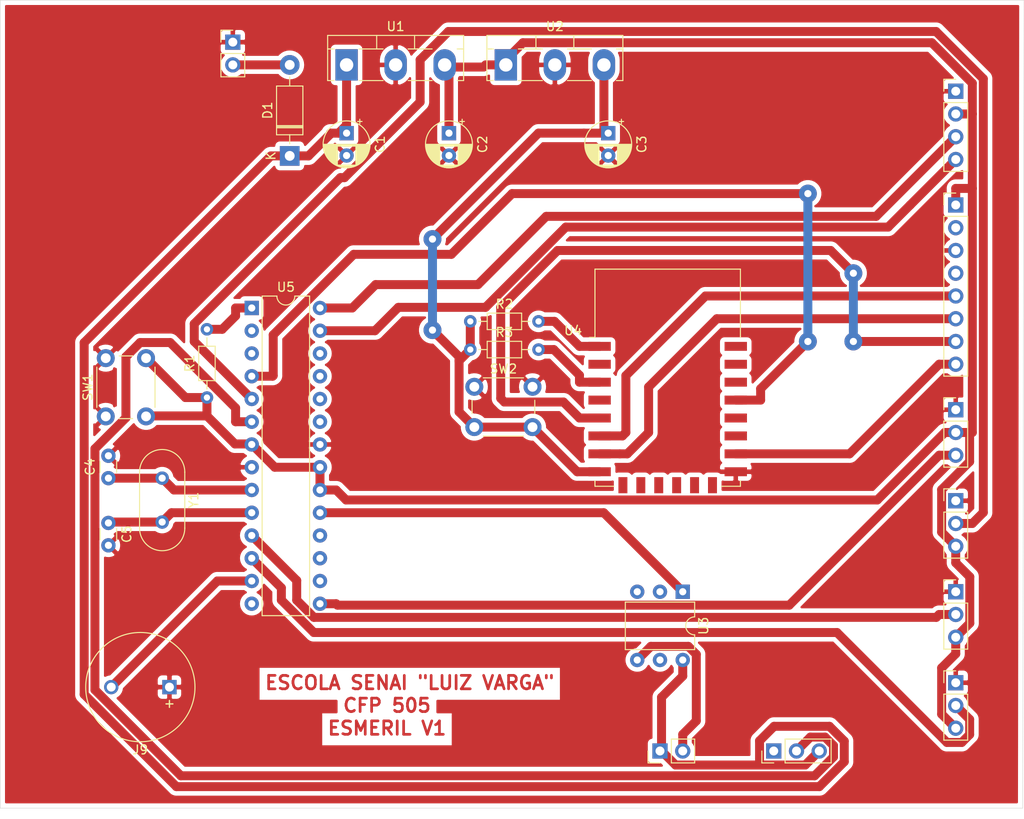
<source format=kicad_pcb>
(kicad_pcb (version 20171130) (host pcbnew "(5.1.4)-1")

  (general
    (thickness 1.6)
    (drawings 7)
    (tracks 228)
    (zones 0)
    (modules 27)
    (nets 53)
  )

  (page A4)
  (title_block
    (title "Placa Esmiril")
    (date 2019-11-07)
    (rev 1)
    (company "ESCOLA SENAI \"LUIZ VARGA\"")
    (comment 1 "Desenvolvido por GABRIEL MAXIMO DA SILVA")
  )

  (layers
    (0 F.Cu signal)
    (31 B.Cu signal)
    (32 B.Adhes user)
    (33 F.Adhes user)
    (34 B.Paste user)
    (35 F.Paste user)
    (36 B.SilkS user)
    (37 F.SilkS user)
    (38 B.Mask user)
    (39 F.Mask user)
    (40 Dwgs.User user)
    (41 Cmts.User user)
    (42 Eco1.User user)
    (43 Eco2.User user)
    (44 Edge.Cuts user)
    (45 Margin user)
    (46 B.CrtYd user)
    (47 F.CrtYd user)
    (48 B.Fab user)
    (49 F.Fab user)
  )

  (setup
    (last_trace_width 1)
    (user_trace_width 1)
    (trace_clearance 0.2)
    (zone_clearance 0.508)
    (zone_45_only no)
    (trace_min 0.2)
    (via_size 0.8)
    (via_drill 0.4)
    (via_min_size 0.4)
    (via_min_drill 0.3)
    (user_via 2 0.8)
    (uvia_size 0.3)
    (uvia_drill 0.1)
    (uvias_allowed no)
    (uvia_min_size 0.2)
    (uvia_min_drill 0.1)
    (edge_width 0.05)
    (segment_width 0.2)
    (pcb_text_width 0.3)
    (pcb_text_size 1.5 1.5)
    (mod_edge_width 0.12)
    (mod_text_size 1 1)
    (mod_text_width 0.15)
    (pad_size 1.524 1.524)
    (pad_drill 0.762)
    (pad_to_mask_clearance 0.051)
    (solder_mask_min_width 0.25)
    (aux_axis_origin 0 0)
    (visible_elements 7FFFFFFF)
    (pcbplotparams
      (layerselection 0x010fc_ffffffff)
      (usegerberextensions false)
      (usegerberattributes false)
      (usegerberadvancedattributes false)
      (creategerberjobfile false)
      (excludeedgelayer true)
      (linewidth 0.100000)
      (plotframeref false)
      (viasonmask false)
      (mode 1)
      (useauxorigin false)
      (hpglpennumber 1)
      (hpglpenspeed 20)
      (hpglpendiameter 15.000000)
      (psnegative false)
      (psa4output false)
      (plotreference true)
      (plotvalue true)
      (plotinvisibletext false)
      (padsonsilk false)
      (subtractmaskfromsilk false)
      (outputformat 1)
      (mirror false)
      (drillshape 1)
      (scaleselection 1)
      (outputdirectory ""))
  )

  (net 0 "")
  (net 1 GND)
  (net 2 12V)
  (net 3 5V)
  (net 4 3,3V)
  (net 5 CRISTAL1)
  (net 6 CRISTAL2)
  (net 7 "Net-(D1-Pad2)")
  (net 8 SDA)
  (net 9 SCL)
  (net 10 SS)
  (net 11 SCK)
  (net 12 MOSI)
  (net 13 MISO)
  (net 14 IR)
  (net 15 RST)
  (net 16 SERVO)
  (net 17 Acrilico)
  (net 18 PIR)
  (net 19 MAGNETICO)
  (net 20 INFRAVERMELHO)
  (net 21 BUZER)
  (net 22 "Net-(J10-Pad2)")
  (net 23 RESET)
  (net 24 RESET-ESP)
  (net 25 EN-ESP)
  (net 26 "Net-(U3-Pad3)")
  (net 27 "Net-(U3-Pad5)")
  (net 28 CONTATOR)
  (net 29 "Net-(U4-Pad22)")
  (net 30 "Net-(U4-Pad21)")
  (net 31 "Net-(U4-Pad20)")
  (net 32 CARTAO)
  (net 33 "Net-(U4-Pad18)")
  (net 34 "Net-(U4-Pad17)")
  (net 35 "Net-(U4-Pad14)")
  (net 36 "Net-(U4-Pad13)")
  (net 37 "Net-(U4-Pad12)")
  (net 38 "Net-(U4-Pad11)")
  (net 39 "Net-(U4-Pad10)")
  (net 40 "Net-(U4-Pad9)")
  (net 41 "Net-(U4-Pad4)")
  (net 42 "Net-(U4-Pad2)")
  (net 43 "Net-(U5-Pad14)")
  (net 44 "Net-(U5-Pad26)")
  (net 45 "Net-(U5-Pad25)")
  (net 46 "Net-(U5-Pad24)")
  (net 47 "Net-(U5-Pad23)")
  (net 48 "Net-(U5-Pad18)")
  (net 49 "Net-(U5-Pad17)")
  (net 50 "Net-(U5-Pad3)")
  (net 51 "Net-(U5-Pad16)")
  (net 52 "Net-(U5-Pad2)")

  (net_class Default "Esta é a classe de rede padrão."
    (clearance 0.2)
    (trace_width 1)
    (via_dia 0.8)
    (via_drill 0.4)
    (uvia_dia 0.3)
    (uvia_drill 0.1)
    (add_net 12V)
    (add_net 3,3V)
    (add_net 5V)
    (add_net Acrilico)
    (add_net BUZER)
    (add_net CARTAO)
    (add_net CONTATOR)
    (add_net CRISTAL1)
    (add_net CRISTAL2)
    (add_net EN-ESP)
    (add_net GND)
    (add_net INFRAVERMELHO)
    (add_net IR)
    (add_net MAGNETICO)
    (add_net MISO)
    (add_net MOSI)
    (add_net "Net-(D1-Pad2)")
    (add_net "Net-(J10-Pad2)")
    (add_net "Net-(U3-Pad3)")
    (add_net "Net-(U3-Pad5)")
    (add_net "Net-(U4-Pad10)")
    (add_net "Net-(U4-Pad11)")
    (add_net "Net-(U4-Pad12)")
    (add_net "Net-(U4-Pad13)")
    (add_net "Net-(U4-Pad14)")
    (add_net "Net-(U4-Pad17)")
    (add_net "Net-(U4-Pad18)")
    (add_net "Net-(U4-Pad2)")
    (add_net "Net-(U4-Pad20)")
    (add_net "Net-(U4-Pad21)")
    (add_net "Net-(U4-Pad22)")
    (add_net "Net-(U4-Pad4)")
    (add_net "Net-(U4-Pad9)")
    (add_net "Net-(U5-Pad14)")
    (add_net "Net-(U5-Pad16)")
    (add_net "Net-(U5-Pad17)")
    (add_net "Net-(U5-Pad18)")
    (add_net "Net-(U5-Pad2)")
    (add_net "Net-(U5-Pad23)")
    (add_net "Net-(U5-Pad24)")
    (add_net "Net-(U5-Pad25)")
    (add_net "Net-(U5-Pad26)")
    (add_net "Net-(U5-Pad3)")
    (add_net PIR)
    (add_net RESET)
    (add_net RESET-ESP)
    (add_net RST)
    (add_net SCK)
    (add_net SCL)
    (add_net SDA)
    (add_net SERVO)
    (add_net SS)
  )

  (module RF_Module:ESP-12E (layer F.Cu) (tedit 5A030172) (tstamp 5DBF2B9C)
    (at 169.77 100.564)
    (descr "Wi-Fi Module, http://wiki.ai-thinker.com/_media/esp8266/docs/aithinker_esp_12f_datasheet_en.pdf")
    (tags "Wi-Fi Module")
    (path /5DBD8460)
    (attr smd)
    (fp_text reference U4 (at -10.56 -5.26) (layer F.SilkS)
      (effects (font (size 1 1) (thickness 0.15)))
    )
    (fp_text value ESP-12E (at -0.06 -12.78) (layer F.Fab)
      (effects (font (size 1 1) (thickness 0.15)))
    )
    (fp_line (start 5.56 -4.8) (end 8.12 -7.36) (layer Dwgs.User) (width 0.12))
    (fp_line (start 2.56 -4.8) (end 8.12 -10.36) (layer Dwgs.User) (width 0.12))
    (fp_line (start -0.44 -4.8) (end 6.88 -12.12) (layer Dwgs.User) (width 0.12))
    (fp_line (start -3.44 -4.8) (end 3.88 -12.12) (layer Dwgs.User) (width 0.12))
    (fp_line (start -6.44 -4.8) (end 0.88 -12.12) (layer Dwgs.User) (width 0.12))
    (fp_line (start -8.12 -6.12) (end -2.12 -12.12) (layer Dwgs.User) (width 0.12))
    (fp_line (start -8.12 -9.12) (end -5.12 -12.12) (layer Dwgs.User) (width 0.12))
    (fp_line (start -8.12 -4.8) (end -8.12 -12.12) (layer Dwgs.User) (width 0.12))
    (fp_line (start 8.12 -4.8) (end -8.12 -4.8) (layer Dwgs.User) (width 0.12))
    (fp_line (start 8.12 -12.12) (end 8.12 -4.8) (layer Dwgs.User) (width 0.12))
    (fp_line (start -8.12 -12.12) (end 8.12 -12.12) (layer Dwgs.User) (width 0.12))
    (fp_line (start -8.12 -4.5) (end -8.73 -4.5) (layer F.SilkS) (width 0.12))
    (fp_line (start -8.12 -4.5) (end -8.12 -12.12) (layer F.SilkS) (width 0.12))
    (fp_line (start -8.12 12.12) (end -8.12 11.5) (layer F.SilkS) (width 0.12))
    (fp_line (start -6 12.12) (end -8.12 12.12) (layer F.SilkS) (width 0.12))
    (fp_line (start 8.12 12.12) (end 6 12.12) (layer F.SilkS) (width 0.12))
    (fp_line (start 8.12 11.5) (end 8.12 12.12) (layer F.SilkS) (width 0.12))
    (fp_line (start 8.12 -12.12) (end 8.12 -4.5) (layer F.SilkS) (width 0.12))
    (fp_line (start -8.12 -12.12) (end 8.12 -12.12) (layer F.SilkS) (width 0.12))
    (fp_line (start -9.05 13.1) (end -9.05 -12.2) (layer F.CrtYd) (width 0.05))
    (fp_line (start 9.05 13.1) (end -9.05 13.1) (layer F.CrtYd) (width 0.05))
    (fp_line (start 9.05 -12.2) (end 9.05 13.1) (layer F.CrtYd) (width 0.05))
    (fp_line (start -9.05 -12.2) (end 9.05 -12.2) (layer F.CrtYd) (width 0.05))
    (fp_line (start -8 -4) (end -8 -12) (layer F.Fab) (width 0.12))
    (fp_line (start -7.5 -3.5) (end -8 -4) (layer F.Fab) (width 0.12))
    (fp_line (start -8 -3) (end -7.5 -3.5) (layer F.Fab) (width 0.12))
    (fp_line (start -8 12) (end -8 -3) (layer F.Fab) (width 0.12))
    (fp_line (start 8 12) (end -8 12) (layer F.Fab) (width 0.12))
    (fp_line (start 8 -12) (end 8 12) (layer F.Fab) (width 0.12))
    (fp_line (start -8 -12) (end 8 -12) (layer F.Fab) (width 0.12))
    (fp_text user %R (at 0.49 -0.8) (layer F.Fab)
      (effects (font (size 1 1) (thickness 0.15)))
    )
    (fp_text user "KEEP-OUT ZONE" (at 0.03 -9.55 180) (layer Cmts.User)
      (effects (font (size 1 1) (thickness 0.15)))
    )
    (fp_text user Antenna (at -0.06 -7 180) (layer Cmts.User)
      (effects (font (size 1 1) (thickness 0.15)))
    )
    (pad 22 smd rect (at 7.6 -3.5) (size 2.5 1) (layers F.Cu F.Paste F.Mask)
      (net 29 "Net-(U4-Pad22)"))
    (pad 21 smd rect (at 7.6 -1.5) (size 2.5 1) (layers F.Cu F.Paste F.Mask)
      (net 30 "Net-(U4-Pad21)"))
    (pad 20 smd rect (at 7.6 0.5) (size 2.5 1) (layers F.Cu F.Paste F.Mask)
      (net 31 "Net-(U4-Pad20)"))
    (pad 19 smd rect (at 7.6 2.5) (size 2.5 1) (layers F.Cu F.Paste F.Mask)
      (net 32 CARTAO))
    (pad 18 smd rect (at 7.6 4.5) (size 2.5 1) (layers F.Cu F.Paste F.Mask)
      (net 33 "Net-(U4-Pad18)"))
    (pad 17 smd rect (at 7.6 6.5) (size 2.5 1) (layers F.Cu F.Paste F.Mask)
      (net 34 "Net-(U4-Pad17)"))
    (pad 16 smd rect (at 7.6 8.5) (size 2.5 1) (layers F.Cu F.Paste F.Mask)
      (net 10 SS))
    (pad 15 smd rect (at 7.6 10.5) (size 2.5 1) (layers F.Cu F.Paste F.Mask)
      (net 1 GND))
    (pad 14 smd rect (at 5 12) (size 1 1.8) (layers F.Cu F.Paste F.Mask)
      (net 35 "Net-(U4-Pad14)"))
    (pad 13 smd rect (at 3 12) (size 1 1.8) (layers F.Cu F.Paste F.Mask)
      (net 36 "Net-(U4-Pad13)"))
    (pad 12 smd rect (at 1 12) (size 1 1.8) (layers F.Cu F.Paste F.Mask)
      (net 37 "Net-(U4-Pad12)"))
    (pad 11 smd rect (at -1 12) (size 1 1.8) (layers F.Cu F.Paste F.Mask)
      (net 38 "Net-(U4-Pad11)"))
    (pad 10 smd rect (at -3 12) (size 1 1.8) (layers F.Cu F.Paste F.Mask)
      (net 39 "Net-(U4-Pad10)"))
    (pad 9 smd rect (at -5 12) (size 1 1.8) (layers F.Cu F.Paste F.Mask)
      (net 40 "Net-(U4-Pad9)"))
    (pad 8 smd rect (at -7.6 10.5) (size 2.5 1) (layers F.Cu F.Paste F.Mask)
      (net 4 3,3V))
    (pad 7 smd rect (at -7.6 8.5) (size 2.5 1) (layers F.Cu F.Paste F.Mask)
      (net 12 MOSI))
    (pad 6 smd rect (at -7.6 6.5) (size 2.5 1) (layers F.Cu F.Paste F.Mask)
      (net 13 MISO))
    (pad 5 smd rect (at -7.6 4.5) (size 2.5 1) (layers F.Cu F.Paste F.Mask)
      (net 11 SCK))
    (pad 4 smd rect (at -7.6 2.5) (size 2.5 1) (layers F.Cu F.Paste F.Mask)
      (net 41 "Net-(U4-Pad4)"))
    (pad 3 smd rect (at -7.6 0.5) (size 2.5 1) (layers F.Cu F.Paste F.Mask)
      (net 25 EN-ESP))
    (pad 2 smd rect (at -7.6 -1.5) (size 2.5 1) (layers F.Cu F.Paste F.Mask)
      (net 42 "Net-(U4-Pad2)"))
    (pad 1 smd rect (at -7.6 -3.5) (size 2.5 1) (layers F.Cu F.Paste F.Mask)
      (net 24 RESET-ESP))
    (model ${KISYS3DMOD}/RF_Module.3dshapes/ESP-12E.wrl
      (at (xyz 0 0 0))
      (scale (xyz 1 1 1))
      (rotate (xyz 0 0 0))
    )
  )

  (module Button_Switch_THT:SW_PUSH_6mm (layer F.Cu) (tedit 5A02FE31) (tstamp 5DBF2AB3)
    (at 148.18 101.58)
    (descr https://www.omron.com/ecb/products/pdf/en-b3f.pdf)
    (tags "tact sw push 6mm")
    (path /5DCF0513)
    (fp_text reference SW2 (at 3.25 -2) (layer F.SilkS)
      (effects (font (size 1 1) (thickness 0.15)))
    )
    (fp_text value RESET (at 3.75 6.7) (layer F.Fab)
      (effects (font (size 1 1) (thickness 0.15)))
    )
    (fp_circle (center 3.25 2.25) (end 1.25 2.5) (layer F.Fab) (width 0.1))
    (fp_line (start 6.75 3) (end 6.75 1.5) (layer F.SilkS) (width 0.12))
    (fp_line (start 5.5 -1) (end 1 -1) (layer F.SilkS) (width 0.12))
    (fp_line (start -0.25 1.5) (end -0.25 3) (layer F.SilkS) (width 0.12))
    (fp_line (start 1 5.5) (end 5.5 5.5) (layer F.SilkS) (width 0.12))
    (fp_line (start 8 -1.25) (end 8 5.75) (layer F.CrtYd) (width 0.05))
    (fp_line (start 7.75 6) (end -1.25 6) (layer F.CrtYd) (width 0.05))
    (fp_line (start -1.5 5.75) (end -1.5 -1.25) (layer F.CrtYd) (width 0.05))
    (fp_line (start -1.25 -1.5) (end 7.75 -1.5) (layer F.CrtYd) (width 0.05))
    (fp_line (start -1.5 6) (end -1.25 6) (layer F.CrtYd) (width 0.05))
    (fp_line (start -1.5 5.75) (end -1.5 6) (layer F.CrtYd) (width 0.05))
    (fp_line (start -1.5 -1.5) (end -1.25 -1.5) (layer F.CrtYd) (width 0.05))
    (fp_line (start -1.5 -1.25) (end -1.5 -1.5) (layer F.CrtYd) (width 0.05))
    (fp_line (start 8 -1.5) (end 8 -1.25) (layer F.CrtYd) (width 0.05))
    (fp_line (start 7.75 -1.5) (end 8 -1.5) (layer F.CrtYd) (width 0.05))
    (fp_line (start 8 6) (end 8 5.75) (layer F.CrtYd) (width 0.05))
    (fp_line (start 7.75 6) (end 8 6) (layer F.CrtYd) (width 0.05))
    (fp_line (start 0.25 -0.75) (end 3.25 -0.75) (layer F.Fab) (width 0.1))
    (fp_line (start 0.25 5.25) (end 0.25 -0.75) (layer F.Fab) (width 0.1))
    (fp_line (start 6.25 5.25) (end 0.25 5.25) (layer F.Fab) (width 0.1))
    (fp_line (start 6.25 -0.75) (end 6.25 5.25) (layer F.Fab) (width 0.1))
    (fp_line (start 3.25 -0.75) (end 6.25 -0.75) (layer F.Fab) (width 0.1))
    (fp_text user %R (at 3.25 2.25) (layer F.Fab)
      (effects (font (size 1 1) (thickness 0.15)))
    )
    (pad 1 thru_hole circle (at 6.5 0 90) (size 2 2) (drill 1.1) (layers *.Cu *.Mask)
      (net 1 GND))
    (pad 2 thru_hole circle (at 6.5 4.5 90) (size 2 2) (drill 1.1) (layers *.Cu *.Mask)
      (net 4 3,3V))
    (pad 1 thru_hole circle (at 0 0 90) (size 2 2) (drill 1.1) (layers *.Cu *.Mask)
      (net 1 GND))
    (pad 2 thru_hole circle (at 0 4.5 90) (size 2 2) (drill 1.1) (layers *.Cu *.Mask)
      (net 4 3,3V))
    (model ${KISYS3DMOD}/Button_Switch_THT.3dshapes/SW_PUSH_6mm.wrl
      (at (xyz 0 0 0))
      (scale (xyz 1 1 1))
      (rotate (xyz 0 0 0))
    )
  )

  (module Resistor_THT:R_Axial_DIN0204_L3.6mm_D1.6mm_P7.62mm_Horizontal (layer F.Cu) (tedit 5AE5139B) (tstamp 5DBF2A58)
    (at 147.731 97.423)
    (descr "Resistor, Axial_DIN0204 series, Axial, Horizontal, pin pitch=7.62mm, 0.167W, length*diameter=3.6*1.6mm^2, http://cdn-reichelt.de/documents/datenblatt/B400/1_4W%23YAG.pdf")
    (tags "Resistor Axial_DIN0204 series Axial Horizontal pin pitch 7.62mm 0.167W length 3.6mm diameter 1.6mm")
    (path /5DCF802B)
    (fp_text reference R3 (at 3.81 -1.92) (layer F.SilkS)
      (effects (font (size 1 1) (thickness 0.15)))
    )
    (fp_text value 10K (at 3.81 1.92) (layer F.Fab)
      (effects (font (size 1 1) (thickness 0.15)))
    )
    (fp_text user %R (at 3.81 0) (layer F.Fab)
      (effects (font (size 0.72 0.72) (thickness 0.108)))
    )
    (fp_line (start 8.57 -1.05) (end -0.95 -1.05) (layer F.CrtYd) (width 0.05))
    (fp_line (start 8.57 1.05) (end 8.57 -1.05) (layer F.CrtYd) (width 0.05))
    (fp_line (start -0.95 1.05) (end 8.57 1.05) (layer F.CrtYd) (width 0.05))
    (fp_line (start -0.95 -1.05) (end -0.95 1.05) (layer F.CrtYd) (width 0.05))
    (fp_line (start 6.68 0) (end 5.73 0) (layer F.SilkS) (width 0.12))
    (fp_line (start 0.94 0) (end 1.89 0) (layer F.SilkS) (width 0.12))
    (fp_line (start 5.73 -0.92) (end 1.89 -0.92) (layer F.SilkS) (width 0.12))
    (fp_line (start 5.73 0.92) (end 5.73 -0.92) (layer F.SilkS) (width 0.12))
    (fp_line (start 1.89 0.92) (end 5.73 0.92) (layer F.SilkS) (width 0.12))
    (fp_line (start 1.89 -0.92) (end 1.89 0.92) (layer F.SilkS) (width 0.12))
    (fp_line (start 7.62 0) (end 5.61 0) (layer F.Fab) (width 0.1))
    (fp_line (start 0 0) (end 2.01 0) (layer F.Fab) (width 0.1))
    (fp_line (start 5.61 -0.8) (end 2.01 -0.8) (layer F.Fab) (width 0.1))
    (fp_line (start 5.61 0.8) (end 5.61 -0.8) (layer F.Fab) (width 0.1))
    (fp_line (start 2.01 0.8) (end 5.61 0.8) (layer F.Fab) (width 0.1))
    (fp_line (start 2.01 -0.8) (end 2.01 0.8) (layer F.Fab) (width 0.1))
    (pad 2 thru_hole oval (at 7.62 0) (size 1.4 1.4) (drill 0.7) (layers *.Cu *.Mask)
      (net 25 EN-ESP))
    (pad 1 thru_hole circle (at 0 0) (size 1.4 1.4) (drill 0.7) (layers *.Cu *.Mask)
      (net 4 3,3V))
    (model ${KISYS3DMOD}/Resistor_THT.3dshapes/R_Axial_DIN0204_L3.6mm_D1.6mm_P7.62mm_Horizontal.wrl
      (at (xyz 0 0 0))
      (scale (xyz 1 1 1))
      (rotate (xyz 0 0 0))
    )
  )

  (module Resistor_THT:R_Axial_DIN0204_L3.6mm_D1.6mm_P7.62mm_Horizontal (layer F.Cu) (tedit 5AE5139B) (tstamp 5DBF2A41)
    (at 147.731 94.273)
    (descr "Resistor, Axial_DIN0204 series, Axial, Horizontal, pin pitch=7.62mm, 0.167W, length*diameter=3.6*1.6mm^2, http://cdn-reichelt.de/documents/datenblatt/B400/1_4W%23YAG.pdf")
    (tags "Resistor Axial_DIN0204 series Axial Horizontal pin pitch 7.62mm 0.167W length 3.6mm diameter 1.6mm")
    (path /5DCF0519)
    (fp_text reference R2 (at 3.81 -1.92) (layer F.SilkS)
      (effects (font (size 1 1) (thickness 0.15)))
    )
    (fp_text value 10K (at 3.81 1.92) (layer F.Fab)
      (effects (font (size 1 1) (thickness 0.15)))
    )
    (fp_text user %R (at 3.81 0) (layer F.Fab)
      (effects (font (size 0.72 0.72) (thickness 0.108)))
    )
    (fp_line (start 8.57 -1.05) (end -0.95 -1.05) (layer F.CrtYd) (width 0.05))
    (fp_line (start 8.57 1.05) (end 8.57 -1.05) (layer F.CrtYd) (width 0.05))
    (fp_line (start -0.95 1.05) (end 8.57 1.05) (layer F.CrtYd) (width 0.05))
    (fp_line (start -0.95 -1.05) (end -0.95 1.05) (layer F.CrtYd) (width 0.05))
    (fp_line (start 6.68 0) (end 5.73 0) (layer F.SilkS) (width 0.12))
    (fp_line (start 0.94 0) (end 1.89 0) (layer F.SilkS) (width 0.12))
    (fp_line (start 5.73 -0.92) (end 1.89 -0.92) (layer F.SilkS) (width 0.12))
    (fp_line (start 5.73 0.92) (end 5.73 -0.92) (layer F.SilkS) (width 0.12))
    (fp_line (start 1.89 0.92) (end 5.73 0.92) (layer F.SilkS) (width 0.12))
    (fp_line (start 1.89 -0.92) (end 1.89 0.92) (layer F.SilkS) (width 0.12))
    (fp_line (start 7.62 0) (end 5.61 0) (layer F.Fab) (width 0.1))
    (fp_line (start 0 0) (end 2.01 0) (layer F.Fab) (width 0.1))
    (fp_line (start 5.61 -0.8) (end 2.01 -0.8) (layer F.Fab) (width 0.1))
    (fp_line (start 5.61 0.8) (end 5.61 -0.8) (layer F.Fab) (width 0.1))
    (fp_line (start 2.01 0.8) (end 5.61 0.8) (layer F.Fab) (width 0.1))
    (fp_line (start 2.01 -0.8) (end 2.01 0.8) (layer F.Fab) (width 0.1))
    (pad 2 thru_hole oval (at 7.62 0) (size 1.4 1.4) (drill 0.7) (layers *.Cu *.Mask)
      (net 24 RESET-ESP))
    (pad 1 thru_hole circle (at 0 0) (size 1.4 1.4) (drill 0.7) (layers *.Cu *.Mask)
      (net 4 3,3V))
    (model ${KISYS3DMOD}/Resistor_THT.3dshapes/R_Axial_DIN0204_L3.6mm_D1.6mm_P7.62mm_Horizontal.wrl
      (at (xyz 0 0 0))
      (scale (xyz 1 1 1))
      (rotate (xyz 0 0 0))
    )
  )

  (module Crystal:Crystal_HC18-U_Vertical (layer F.Cu) (tedit 5A1AD3B7) (tstamp 5DBEE6A8)
    (at 113.33 111.78 270)
    (descr "Crystal THT HC-18/U, http://5hertz.com/pdfs/04404_D.pdf")
    (tags "THT crystalHC-18/U")
    (path /5DC77384)
    (fp_text reference Y1 (at 2.45 -3.525 90) (layer F.SilkS)
      (effects (font (size 1 1) (thickness 0.15)))
    )
    (fp_text value Crystal (at 2.45 3.525 90) (layer F.Fab)
      (effects (font (size 1 1) (thickness 0.15)))
    )
    (fp_arc (start 5.575 0) (end 5.575 -2.525) (angle 180) (layer F.SilkS) (width 0.12))
    (fp_arc (start -0.675 0) (end -0.675 -2.525) (angle -180) (layer F.SilkS) (width 0.12))
    (fp_arc (start 5.45 0) (end 5.45 -2) (angle 180) (layer F.Fab) (width 0.1))
    (fp_arc (start -0.55 0) (end -0.55 -2) (angle -180) (layer F.Fab) (width 0.1))
    (fp_arc (start 5.575 0) (end 5.575 -2.325) (angle 180) (layer F.Fab) (width 0.1))
    (fp_arc (start -0.675 0) (end -0.675 -2.325) (angle -180) (layer F.Fab) (width 0.1))
    (fp_line (start 8.4 -2.8) (end -3.5 -2.8) (layer F.CrtYd) (width 0.05))
    (fp_line (start 8.4 2.8) (end 8.4 -2.8) (layer F.CrtYd) (width 0.05))
    (fp_line (start -3.5 2.8) (end 8.4 2.8) (layer F.CrtYd) (width 0.05))
    (fp_line (start -3.5 -2.8) (end -3.5 2.8) (layer F.CrtYd) (width 0.05))
    (fp_line (start -0.675 2.525) (end 5.575 2.525) (layer F.SilkS) (width 0.12))
    (fp_line (start -0.675 -2.525) (end 5.575 -2.525) (layer F.SilkS) (width 0.12))
    (fp_line (start -0.55 2) (end 5.45 2) (layer F.Fab) (width 0.1))
    (fp_line (start -0.55 -2) (end 5.45 -2) (layer F.Fab) (width 0.1))
    (fp_line (start -0.675 2.325) (end 5.575 2.325) (layer F.Fab) (width 0.1))
    (fp_line (start -0.675 -2.325) (end 5.575 -2.325) (layer F.Fab) (width 0.1))
    (fp_text user %R (at 2.45 0 90) (layer F.Fab)
      (effects (font (size 1 1) (thickness 0.15)))
    )
    (pad 2 thru_hole circle (at 4.9 0 270) (size 1.5 1.5) (drill 0.8) (layers *.Cu *.Mask)
      (net 6 CRISTAL2))
    (pad 1 thru_hole circle (at 0 0 270) (size 1.5 1.5) (drill 0.8) (layers *.Cu *.Mask)
      (net 5 CRISTAL1))
    (model ${KISYS3DMOD}/Crystal.3dshapes/Crystal_HC18-U_Vertical.wrl
      (at (xyz 0 0 0))
      (scale (xyz 1 1 1))
      (rotate (xyz 0 0 0))
    )
  )

  (module Package_DIP:DIP-28_W7.62mm (layer F.Cu) (tedit 5A02E8C5) (tstamp 5DBEE691)
    (at 123.33 92.78)
    (descr "28-lead though-hole mounted DIP package, row spacing 7.62 mm (300 mils)")
    (tags "THT DIP DIL PDIP 2.54mm 7.62mm 300mil")
    (path /5DC510C5)
    (fp_text reference U5 (at 3.81 -2.33) (layer F.SilkS)
      (effects (font (size 1 1) (thickness 0.15)))
    )
    (fp_text value ATmega328P-PU (at 3.81 35.35) (layer F.Fab)
      (effects (font (size 1 1) (thickness 0.15)))
    )
    (fp_line (start 8.7 -1.55) (end -1.1 -1.55) (layer F.CrtYd) (width 0.05))
    (fp_line (start 8.7 34.55) (end 8.7 -1.55) (layer F.CrtYd) (width 0.05))
    (fp_line (start -1.1 34.55) (end 8.7 34.55) (layer F.CrtYd) (width 0.05))
    (fp_line (start -1.1 -1.55) (end -1.1 34.55) (layer F.CrtYd) (width 0.05))
    (fp_line (start 6.46 -1.33) (end 4.81 -1.33) (layer F.SilkS) (width 0.12))
    (fp_line (start 6.46 34.35) (end 6.46 -1.33) (layer F.SilkS) (width 0.12))
    (fp_line (start 1.16 34.35) (end 6.46 34.35) (layer F.SilkS) (width 0.12))
    (fp_line (start 1.16 -1.33) (end 1.16 34.35) (layer F.SilkS) (width 0.12))
    (fp_line (start 2.81 -1.33) (end 1.16 -1.33) (layer F.SilkS) (width 0.12))
    (fp_line (start 0.635 -0.27) (end 1.635 -1.27) (layer F.Fab) (width 0.1))
    (fp_line (start 0.635 34.29) (end 0.635 -0.27) (layer F.Fab) (width 0.1))
    (fp_line (start 6.985 34.29) (end 0.635 34.29) (layer F.Fab) (width 0.1))
    (fp_line (start 6.985 -1.27) (end 6.985 34.29) (layer F.Fab) (width 0.1))
    (fp_line (start 1.635 -1.27) (end 6.985 -1.27) (layer F.Fab) (width 0.1))
    (fp_arc (start 3.81 -1.33) (end 2.81 -1.33) (angle -180) (layer F.SilkS) (width 0.12))
    (pad 28 thru_hole oval (at 7.62 0) (size 1.6 1.6) (drill 0.8) (layers *.Cu *.Mask)
      (net 9 SCL))
    (pad 14 thru_hole oval (at 0 33.02) (size 1.6 1.6) (drill 0.8) (layers *.Cu *.Mask)
      (net 43 "Net-(U5-Pad14)"))
    (pad 27 thru_hole oval (at 7.62 2.54) (size 1.6 1.6) (drill 0.8) (layers *.Cu *.Mask)
      (net 8 SDA))
    (pad 13 thru_hole oval (at 0 30.48) (size 1.6 1.6) (drill 0.8) (layers *.Cu *.Mask)
      (net 21 BUZER))
    (pad 26 thru_hole oval (at 7.62 5.08) (size 1.6 1.6) (drill 0.8) (layers *.Cu *.Mask)
      (net 44 "Net-(U5-Pad26)"))
    (pad 12 thru_hole oval (at 0 27.94) (size 1.6 1.6) (drill 0.8) (layers *.Cu *.Mask)
      (net 20 INFRAVERMELHO))
    (pad 25 thru_hole oval (at 7.62 7.62) (size 1.6 1.6) (drill 0.8) (layers *.Cu *.Mask)
      (net 45 "Net-(U5-Pad25)"))
    (pad 11 thru_hole oval (at 0 25.4) (size 1.6 1.6) (drill 0.8) (layers *.Cu *.Mask)
      (net 18 PIR))
    (pad 24 thru_hole oval (at 7.62 10.16) (size 1.6 1.6) (drill 0.8) (layers *.Cu *.Mask)
      (net 46 "Net-(U5-Pad24)"))
    (pad 10 thru_hole oval (at 0 22.86) (size 1.6 1.6) (drill 0.8) (layers *.Cu *.Mask)
      (net 6 CRISTAL2))
    (pad 23 thru_hole oval (at 7.62 12.7) (size 1.6 1.6) (drill 0.8) (layers *.Cu *.Mask)
      (net 47 "Net-(U5-Pad23)"))
    (pad 9 thru_hole oval (at 0 20.32) (size 1.6 1.6) (drill 0.8) (layers *.Cu *.Mask)
      (net 5 CRISTAL1))
    (pad 22 thru_hole oval (at 7.62 15.24) (size 1.6 1.6) (drill 0.8) (layers *.Cu *.Mask)
      (net 1 GND))
    (pad 8 thru_hole oval (at 0 17.78) (size 1.6 1.6) (drill 0.8) (layers *.Cu *.Mask)
      (net 1 GND))
    (pad 21 thru_hole oval (at 7.62 17.78) (size 1.6 1.6) (drill 0.8) (layers *.Cu *.Mask)
      (net 3 5V))
    (pad 7 thru_hole oval (at 0 15.24) (size 1.6 1.6) (drill 0.8) (layers *.Cu *.Mask)
      (net 3 5V))
    (pad 20 thru_hole oval (at 7.62 20.32) (size 1.6 1.6) (drill 0.8) (layers *.Cu *.Mask)
      (net 3 5V))
    (pad 6 thru_hole oval (at 0 12.7) (size 1.6 1.6) (drill 0.8) (layers *.Cu *.Mask)
      (net 19 MAGNETICO))
    (pad 19 thru_hole oval (at 7.62 22.86) (size 1.6 1.6) (drill 0.8) (layers *.Cu *.Mask)
      (net 28 CONTATOR))
    (pad 5 thru_hole oval (at 0 10.16) (size 1.6 1.6) (drill 0.8) (layers *.Cu *.Mask)
      (net 17 Acrilico))
    (pad 18 thru_hole oval (at 7.62 25.4) (size 1.6 1.6) (drill 0.8) (layers *.Cu *.Mask)
      (net 48 "Net-(U5-Pad18)"))
    (pad 4 thru_hole oval (at 0 7.62) (size 1.6 1.6) (drill 0.8) (layers *.Cu *.Mask)
      (net 32 CARTAO))
    (pad 17 thru_hole oval (at 7.62 27.94) (size 1.6 1.6) (drill 0.8) (layers *.Cu *.Mask)
      (net 49 "Net-(U5-Pad17)"))
    (pad 3 thru_hole oval (at 0 5.08) (size 1.6 1.6) (drill 0.8) (layers *.Cu *.Mask)
      (net 50 "Net-(U5-Pad3)"))
    (pad 16 thru_hole oval (at 7.62 30.48) (size 1.6 1.6) (drill 0.8) (layers *.Cu *.Mask)
      (net 51 "Net-(U5-Pad16)"))
    (pad 2 thru_hole oval (at 0 2.54) (size 1.6 1.6) (drill 0.8) (layers *.Cu *.Mask)
      (net 52 "Net-(U5-Pad2)"))
    (pad 15 thru_hole oval (at 7.62 33.02) (size 1.6 1.6) (drill 0.8) (layers *.Cu *.Mask)
      (net 16 SERVO))
    (pad 1 thru_hole rect (at 0 0) (size 1.6 1.6) (drill 0.8) (layers *.Cu *.Mask)
      (net 23 RESET))
    (model ${KISYS3DMOD}/Package_DIP.3dshapes/DIP-28_W7.62mm.wrl
      (at (xyz 0 0 0))
      (scale (xyz 1 1 1))
      (rotate (xyz 0 0 0))
    )
  )

  (module Package_DIP:DIP-6_W7.62mm (layer F.Cu) (tedit 5A02E8C5) (tstamp 5DBEE626)
    (at 171.45 124.46 270)
    (descr "6-lead though-hole mounted DIP package, row spacing 7.62 mm (300 mils)")
    (tags "THT DIP DIL PDIP 2.54mm 7.62mm 300mil")
    (path /5DC2CDD5)
    (fp_text reference U3 (at 3.81 -2.33 90) (layer F.SilkS)
      (effects (font (size 1 1) (thickness 0.15)))
    )
    (fp_text value MOC3020M (at 3.81 7.41 90) (layer F.Fab)
      (effects (font (size 1 1) (thickness 0.15)))
    )
    (fp_text user %R (at 3.81 2.54 90) (layer F.Fab)
      (effects (font (size 1 1) (thickness 0.15)))
    )
    (fp_line (start 8.7 -1.55) (end -1.1 -1.55) (layer F.CrtYd) (width 0.05))
    (fp_line (start 8.7 6.6) (end 8.7 -1.55) (layer F.CrtYd) (width 0.05))
    (fp_line (start -1.1 6.6) (end 8.7 6.6) (layer F.CrtYd) (width 0.05))
    (fp_line (start -1.1 -1.55) (end -1.1 6.6) (layer F.CrtYd) (width 0.05))
    (fp_line (start 6.46 -1.33) (end 4.81 -1.33) (layer F.SilkS) (width 0.12))
    (fp_line (start 6.46 6.41) (end 6.46 -1.33) (layer F.SilkS) (width 0.12))
    (fp_line (start 1.16 6.41) (end 6.46 6.41) (layer F.SilkS) (width 0.12))
    (fp_line (start 1.16 -1.33) (end 1.16 6.41) (layer F.SilkS) (width 0.12))
    (fp_line (start 2.81 -1.33) (end 1.16 -1.33) (layer F.SilkS) (width 0.12))
    (fp_line (start 0.635 -0.27) (end 1.635 -1.27) (layer F.Fab) (width 0.1))
    (fp_line (start 0.635 6.35) (end 0.635 -0.27) (layer F.Fab) (width 0.1))
    (fp_line (start 6.985 6.35) (end 0.635 6.35) (layer F.Fab) (width 0.1))
    (fp_line (start 6.985 -1.27) (end 6.985 6.35) (layer F.Fab) (width 0.1))
    (fp_line (start 1.635 -1.27) (end 6.985 -1.27) (layer F.Fab) (width 0.1))
    (fp_arc (start 3.81 -1.33) (end 2.81 -1.33) (angle -180) (layer F.SilkS) (width 0.12))
    (pad 6 thru_hole oval (at 7.62 0 270) (size 1.6 1.6) (drill 0.8) (layers *.Cu *.Mask)
      (net 2 12V))
    (pad 3 thru_hole oval (at 0 5.08 270) (size 1.6 1.6) (drill 0.8) (layers *.Cu *.Mask)
      (net 26 "Net-(U3-Pad3)"))
    (pad 5 thru_hole oval (at 7.62 2.54 270) (size 1.6 1.6) (drill 0.8) (layers *.Cu *.Mask)
      (net 27 "Net-(U3-Pad5)"))
    (pad 2 thru_hole oval (at 0 2.54 270) (size 1.6 1.6) (drill 0.8) (layers *.Cu *.Mask)
      (net 1 GND))
    (pad 4 thru_hole oval (at 7.62 5.08 270) (size 1.6 1.6) (drill 0.8) (layers *.Cu *.Mask)
      (net 22 "Net-(J10-Pad2)"))
    (pad 1 thru_hole rect (at 0 0 270) (size 1.6 1.6) (drill 0.8) (layers *.Cu *.Mask)
      (net 28 CONTATOR))
    (model ${KISYS3DMOD}/Package_DIP.3dshapes/DIP-6_W7.62mm.wrl
      (at (xyz 0 0 0))
      (scale (xyz 1 1 1))
      (rotate (xyz 0 0 0))
    )
  )

  (module Package_TO_SOT_THT:TO-218-3_Vertical (layer F.Cu) (tedit 5ACBC81F) (tstamp 5DBEE60C)
    (at 151.7 65.64)
    (descr "TO-218-3, Vertical, RM 5.475mm, SOT-93, see https://www.vishay.com/docs/95214/fto218.pdf")
    (tags "TO-218-3 Vertical RM 5.475mm SOT-93")
    (path /5DC0D76C)
    (fp_text reference U2 (at 5.475 -4.29) (layer F.SilkS)
      (effects (font (size 1 1) (thickness 0.15)))
    )
    (fp_text value L7803 (at 5.475 3) (layer F.Fab)
      (effects (font (size 1 1) (thickness 0.15)))
    )
    (fp_text user %R (at 5.475 -4.29) (layer F.Fab)
      (effects (font (size 1 1) (thickness 0.15)))
    )
    (fp_line (start 13.2 -3.42) (end -2.25 -3.42) (layer F.CrtYd) (width 0.05))
    (fp_line (start 13.2 2) (end 13.2 -3.42) (layer F.CrtYd) (width 0.05))
    (fp_line (start -2.25 2) (end 13.2 2) (layer F.CrtYd) (width 0.05))
    (fp_line (start -2.25 -3.42) (end -2.25 2) (layer F.CrtYd) (width 0.05))
    (fp_line (start 7.59 -3.29) (end 7.59 -1.78) (layer F.SilkS) (width 0.12))
    (fp_line (start 3.36 -3.29) (end 3.36 -1.78) (layer F.SilkS) (width 0.12))
    (fp_line (start 12.35 -1.78) (end 13.065 -1.78) (layer F.SilkS) (width 0.12))
    (fp_line (start 6.875 -1.78) (end 9.55 -1.78) (layer F.SilkS) (width 0.12))
    (fp_line (start 1.4 -1.78) (end 4.075 -1.78) (layer F.SilkS) (width 0.12))
    (fp_line (start -2.115 -1.78) (end -1.4 -1.78) (layer F.SilkS) (width 0.12))
    (fp_line (start 13.065 -3.29) (end 13.065 1.75) (layer F.SilkS) (width 0.12))
    (fp_line (start -2.115 -3.29) (end -2.115 1.75) (layer F.SilkS) (width 0.12))
    (fp_line (start 12.35 1.75) (end 13.065 1.75) (layer F.SilkS) (width 0.12))
    (fp_line (start 6.875 1.75) (end 9.55 1.75) (layer F.SilkS) (width 0.12))
    (fp_line (start 1.4 1.75) (end 4.075 1.75) (layer F.SilkS) (width 0.12))
    (fp_line (start -2.115 1.75) (end -1.4 1.75) (layer F.SilkS) (width 0.12))
    (fp_line (start -2.115 -3.29) (end 13.065 -3.29) (layer F.SilkS) (width 0.12))
    (fp_line (start 7.59 -3.17) (end 7.59 -1.9) (layer F.Fab) (width 0.1))
    (fp_line (start 3.36 -3.17) (end 3.36 -1.9) (layer F.Fab) (width 0.1))
    (fp_line (start -1.995 -1.9) (end 12.945 -1.9) (layer F.Fab) (width 0.1))
    (fp_line (start 12.945 -3.17) (end -1.995 -3.17) (layer F.Fab) (width 0.1))
    (fp_line (start 12.945 1.63) (end 12.945 -3.17) (layer F.Fab) (width 0.1))
    (fp_line (start -1.995 1.63) (end 12.945 1.63) (layer F.Fab) (width 0.1))
    (fp_line (start -1.995 -3.17) (end -1.995 1.63) (layer F.Fab) (width 0.1))
    (pad 3 thru_hole oval (at 10.95 0) (size 2.5 3.5) (drill 1.5) (layers *.Cu *.Mask)
      (net 4 3,3V))
    (pad 2 thru_hole oval (at 5.475 0) (size 2.5 3.5) (drill 1.5) (layers *.Cu *.Mask)
      (net 1 GND))
    (pad 1 thru_hole rect (at 0 0) (size 2.5 3.5) (drill 1.5) (layers *.Cu *.Mask)
      (net 3 5V))
    (model ${KISYS3DMOD}/Package_TO_SOT_THT.3dshapes/TO-218-3_Vertical.wrl
      (at (xyz 0 0 0))
      (scale (xyz 1 1 1))
      (rotate (xyz 0 0 0))
    )
  )

  (module Package_TO_SOT_THT:TO-218-3_Vertical (layer F.Cu) (tedit 5ACBC81F) (tstamp 5DBEE5EC)
    (at 133.92 65.64)
    (descr "TO-218-3, Vertical, RM 5.475mm, SOT-93, see https://www.vishay.com/docs/95214/fto218.pdf")
    (tags "TO-218-3 Vertical RM 5.475mm SOT-93")
    (path /5DBD8A94)
    (fp_text reference U1 (at 5.475 -4.29) (layer F.SilkS)
      (effects (font (size 1 1) (thickness 0.15)))
    )
    (fp_text value L7805 (at 5.475 3) (layer F.Fab)
      (effects (font (size 1 1) (thickness 0.15)))
    )
    (fp_text user %R (at 5.475 -4.29) (layer F.Fab)
      (effects (font (size 1 1) (thickness 0.15)))
    )
    (fp_line (start 13.2 -3.42) (end -2.25 -3.42) (layer F.CrtYd) (width 0.05))
    (fp_line (start 13.2 2) (end 13.2 -3.42) (layer F.CrtYd) (width 0.05))
    (fp_line (start -2.25 2) (end 13.2 2) (layer F.CrtYd) (width 0.05))
    (fp_line (start -2.25 -3.42) (end -2.25 2) (layer F.CrtYd) (width 0.05))
    (fp_line (start 7.59 -3.29) (end 7.59 -1.78) (layer F.SilkS) (width 0.12))
    (fp_line (start 3.36 -3.29) (end 3.36 -1.78) (layer F.SilkS) (width 0.12))
    (fp_line (start 12.35 -1.78) (end 13.065 -1.78) (layer F.SilkS) (width 0.12))
    (fp_line (start 6.875 -1.78) (end 9.55 -1.78) (layer F.SilkS) (width 0.12))
    (fp_line (start 1.4 -1.78) (end 4.075 -1.78) (layer F.SilkS) (width 0.12))
    (fp_line (start -2.115 -1.78) (end -1.4 -1.78) (layer F.SilkS) (width 0.12))
    (fp_line (start 13.065 -3.29) (end 13.065 1.75) (layer F.SilkS) (width 0.12))
    (fp_line (start -2.115 -3.29) (end -2.115 1.75) (layer F.SilkS) (width 0.12))
    (fp_line (start 12.35 1.75) (end 13.065 1.75) (layer F.SilkS) (width 0.12))
    (fp_line (start 6.875 1.75) (end 9.55 1.75) (layer F.SilkS) (width 0.12))
    (fp_line (start 1.4 1.75) (end 4.075 1.75) (layer F.SilkS) (width 0.12))
    (fp_line (start -2.115 1.75) (end -1.4 1.75) (layer F.SilkS) (width 0.12))
    (fp_line (start -2.115 -3.29) (end 13.065 -3.29) (layer F.SilkS) (width 0.12))
    (fp_line (start 7.59 -3.17) (end 7.59 -1.9) (layer F.Fab) (width 0.1))
    (fp_line (start 3.36 -3.17) (end 3.36 -1.9) (layer F.Fab) (width 0.1))
    (fp_line (start -1.995 -1.9) (end 12.945 -1.9) (layer F.Fab) (width 0.1))
    (fp_line (start 12.945 -3.17) (end -1.995 -3.17) (layer F.Fab) (width 0.1))
    (fp_line (start 12.945 1.63) (end 12.945 -3.17) (layer F.Fab) (width 0.1))
    (fp_line (start -1.995 1.63) (end 12.945 1.63) (layer F.Fab) (width 0.1))
    (fp_line (start -1.995 -3.17) (end -1.995 1.63) (layer F.Fab) (width 0.1))
    (pad 3 thru_hole oval (at 10.95 0) (size 2.5 3.5) (drill 1.5) (layers *.Cu *.Mask)
      (net 3 5V))
    (pad 2 thru_hole oval (at 5.475 0) (size 2.5 3.5) (drill 1.5) (layers *.Cu *.Mask)
      (net 1 GND))
    (pad 1 thru_hole rect (at 0 0) (size 2.5 3.5) (drill 1.5) (layers *.Cu *.Mask)
      (net 2 12V))
    (model ${KISYS3DMOD}/Package_TO_SOT_THT.3dshapes/TO-218-3_Vertical.wrl
      (at (xyz 0 0 0))
      (scale (xyz 1 1 1))
      (rotate (xyz 0 0 0))
    )
  )

  (module Button_Switch_THT:SW_PUSH_6mm (layer F.Cu) (tedit 5A02FE31) (tstamp 5DBEE5AD)
    (at 107.032 104.882 90)
    (descr https://www.omron.com/ecb/products/pdf/en-b3f.pdf)
    (tags "tact sw push 6mm")
    (path /5DC8F606)
    (fp_text reference SW1 (at 3.25 -2 90) (layer F.SilkS)
      (effects (font (size 1 1) (thickness 0.15)))
    )
    (fp_text value RESET (at 3.75 6.7 90) (layer F.Fab)
      (effects (font (size 1 1) (thickness 0.15)))
    )
    (fp_circle (center 3.25 2.25) (end 1.25 2.5) (layer F.Fab) (width 0.1))
    (fp_line (start 6.75 3) (end 6.75 1.5) (layer F.SilkS) (width 0.12))
    (fp_line (start 5.5 -1) (end 1 -1) (layer F.SilkS) (width 0.12))
    (fp_line (start -0.25 1.5) (end -0.25 3) (layer F.SilkS) (width 0.12))
    (fp_line (start 1 5.5) (end 5.5 5.5) (layer F.SilkS) (width 0.12))
    (fp_line (start 8 -1.25) (end 8 5.75) (layer F.CrtYd) (width 0.05))
    (fp_line (start 7.75 6) (end -1.25 6) (layer F.CrtYd) (width 0.05))
    (fp_line (start -1.5 5.75) (end -1.5 -1.25) (layer F.CrtYd) (width 0.05))
    (fp_line (start -1.25 -1.5) (end 7.75 -1.5) (layer F.CrtYd) (width 0.05))
    (fp_line (start -1.5 6) (end -1.25 6) (layer F.CrtYd) (width 0.05))
    (fp_line (start -1.5 5.75) (end -1.5 6) (layer F.CrtYd) (width 0.05))
    (fp_line (start -1.5 -1.5) (end -1.25 -1.5) (layer F.CrtYd) (width 0.05))
    (fp_line (start -1.5 -1.25) (end -1.5 -1.5) (layer F.CrtYd) (width 0.05))
    (fp_line (start 8 -1.5) (end 8 -1.25) (layer F.CrtYd) (width 0.05))
    (fp_line (start 7.75 -1.5) (end 8 -1.5) (layer F.CrtYd) (width 0.05))
    (fp_line (start 8 6) (end 8 5.75) (layer F.CrtYd) (width 0.05))
    (fp_line (start 7.75 6) (end 8 6) (layer F.CrtYd) (width 0.05))
    (fp_line (start 0.25 -0.75) (end 3.25 -0.75) (layer F.Fab) (width 0.1))
    (fp_line (start 0.25 5.25) (end 0.25 -0.75) (layer F.Fab) (width 0.1))
    (fp_line (start 6.25 5.25) (end 0.25 5.25) (layer F.Fab) (width 0.1))
    (fp_line (start 6.25 -0.75) (end 6.25 5.25) (layer F.Fab) (width 0.1))
    (fp_line (start 3.25 -0.75) (end 6.25 -0.75) (layer F.Fab) (width 0.1))
    (fp_text user %R (at 3.25 2.25 90) (layer F.Fab)
      (effects (font (size 1 1) (thickness 0.15)))
    )
    (pad 1 thru_hole circle (at 6.5 0 180) (size 2 2) (drill 1.1) (layers *.Cu *.Mask)
      (net 1 GND))
    (pad 2 thru_hole circle (at 6.5 4.5 180) (size 2 2) (drill 1.1) (layers *.Cu *.Mask)
      (net 3 5V))
    (pad 1 thru_hole circle (at 0 0 180) (size 2 2) (drill 1.1) (layers *.Cu *.Mask)
      (net 1 GND))
    (pad 2 thru_hole circle (at 0 4.5 180) (size 2 2) (drill 1.1) (layers *.Cu *.Mask)
      (net 3 5V))
    (model ${KISYS3DMOD}/Button_Switch_THT.3dshapes/SW_PUSH_6mm.wrl
      (at (xyz 0 0 0))
      (scale (xyz 1 1 1))
      (rotate (xyz 0 0 0))
    )
  )

  (module Resistor_THT:R_Axial_DIN0204_L3.6mm_D1.6mm_P7.62mm_Horizontal (layer F.Cu) (tedit 5AE5139B) (tstamp 5DBEE560)
    (at 118.33 102.78 90)
    (descr "Resistor, Axial_DIN0204 series, Axial, Horizontal, pin pitch=7.62mm, 0.167W, length*diameter=3.6*1.6mm^2, http://cdn-reichelt.de/documents/datenblatt/B400/1_4W%23YAG.pdf")
    (tags "Resistor Axial_DIN0204 series Axial Horizontal pin pitch 7.62mm 0.167W length 3.6mm diameter 1.6mm")
    (path /5DC8FCD6)
    (fp_text reference R1 (at 3.81 -1.92 90) (layer F.SilkS)
      (effects (font (size 1 1) (thickness 0.15)))
    )
    (fp_text value 10K (at 3.81 1.92 90) (layer F.Fab)
      (effects (font (size 1 1) (thickness 0.15)))
    )
    (fp_text user %R (at 3.81 0 90) (layer F.Fab)
      (effects (font (size 0.72 0.72) (thickness 0.108)))
    )
    (fp_line (start 8.57 -1.05) (end -0.95 -1.05) (layer F.CrtYd) (width 0.05))
    (fp_line (start 8.57 1.05) (end 8.57 -1.05) (layer F.CrtYd) (width 0.05))
    (fp_line (start -0.95 1.05) (end 8.57 1.05) (layer F.CrtYd) (width 0.05))
    (fp_line (start -0.95 -1.05) (end -0.95 1.05) (layer F.CrtYd) (width 0.05))
    (fp_line (start 6.68 0) (end 5.73 0) (layer F.SilkS) (width 0.12))
    (fp_line (start 0.94 0) (end 1.89 0) (layer F.SilkS) (width 0.12))
    (fp_line (start 5.73 -0.92) (end 1.89 -0.92) (layer F.SilkS) (width 0.12))
    (fp_line (start 5.73 0.92) (end 5.73 -0.92) (layer F.SilkS) (width 0.12))
    (fp_line (start 1.89 0.92) (end 5.73 0.92) (layer F.SilkS) (width 0.12))
    (fp_line (start 1.89 -0.92) (end 1.89 0.92) (layer F.SilkS) (width 0.12))
    (fp_line (start 7.62 0) (end 5.61 0) (layer F.Fab) (width 0.1))
    (fp_line (start 0 0) (end 2.01 0) (layer F.Fab) (width 0.1))
    (fp_line (start 5.61 -0.8) (end 2.01 -0.8) (layer F.Fab) (width 0.1))
    (fp_line (start 5.61 0.8) (end 5.61 -0.8) (layer F.Fab) (width 0.1))
    (fp_line (start 2.01 0.8) (end 5.61 0.8) (layer F.Fab) (width 0.1))
    (fp_line (start 2.01 -0.8) (end 2.01 0.8) (layer F.Fab) (width 0.1))
    (pad 2 thru_hole oval (at 7.62 0 90) (size 1.4 1.4) (drill 0.7) (layers *.Cu *.Mask)
      (net 23 RESET))
    (pad 1 thru_hole circle (at 0 0 90) (size 1.4 1.4) (drill 0.7) (layers *.Cu *.Mask)
      (net 3 5V))
    (model ${KISYS3DMOD}/Resistor_THT.3dshapes/R_Axial_DIN0204_L3.6mm_D1.6mm_P7.62mm_Horizontal.wrl
      (at (xyz 0 0 0))
      (scale (xyz 1 1 1))
      (rotate (xyz 0 0 0))
    )
  )

  (module Connector_PinHeader_2.54mm:PinHeader_1x02_P2.54mm_Vertical (layer F.Cu) (tedit 59FED5CC) (tstamp 5DBEE549)
    (at 168.91 142.24 90)
    (descr "Through hole straight pin header, 1x02, 2.54mm pitch, single row")
    (tags "Through hole pin header THT 1x02 2.54mm single row")
    (path /5DC2EBDD)
    (fp_text reference J10 (at 0 -2.33 90) (layer F.SilkS) hide
      (effects (font (size 1 1) (thickness 0.15)))
    )
    (fp_text value CONTATOR (at 2.54 2.54 180) (layer F.Fab)
      (effects (font (size 1 1) (thickness 0.15)))
    )
    (fp_text user %R (at 0 1.27) (layer F.Fab)
      (effects (font (size 1 1) (thickness 0.15)))
    )
    (fp_line (start 1.8 -1.8) (end -1.8 -1.8) (layer F.CrtYd) (width 0.05))
    (fp_line (start 1.8 4.35) (end 1.8 -1.8) (layer F.CrtYd) (width 0.05))
    (fp_line (start -1.8 4.35) (end 1.8 4.35) (layer F.CrtYd) (width 0.05))
    (fp_line (start -1.8 -1.8) (end -1.8 4.35) (layer F.CrtYd) (width 0.05))
    (fp_line (start -1.33 -1.33) (end 0 -1.33) (layer F.SilkS) (width 0.12))
    (fp_line (start -1.33 0) (end -1.33 -1.33) (layer F.SilkS) (width 0.12))
    (fp_line (start -1.33 1.27) (end 1.33 1.27) (layer F.SilkS) (width 0.12))
    (fp_line (start 1.33 1.27) (end 1.33 3.87) (layer F.SilkS) (width 0.12))
    (fp_line (start -1.33 1.27) (end -1.33 3.87) (layer F.SilkS) (width 0.12))
    (fp_line (start -1.33 3.87) (end 1.33 3.87) (layer F.SilkS) (width 0.12))
    (fp_line (start -1.27 -0.635) (end -0.635 -1.27) (layer F.Fab) (width 0.1))
    (fp_line (start -1.27 3.81) (end -1.27 -0.635) (layer F.Fab) (width 0.1))
    (fp_line (start 1.27 3.81) (end -1.27 3.81) (layer F.Fab) (width 0.1))
    (fp_line (start 1.27 -1.27) (end 1.27 3.81) (layer F.Fab) (width 0.1))
    (fp_line (start -0.635 -1.27) (end 1.27 -1.27) (layer F.Fab) (width 0.1))
    (pad 2 thru_hole oval (at 0 2.54 90) (size 1.7 1.7) (drill 1) (layers *.Cu *.Mask)
      (net 22 "Net-(J10-Pad2)"))
    (pad 1 thru_hole rect (at 0 0 90) (size 1.7 1.7) (drill 1) (layers *.Cu *.Mask)
      (net 2 12V))
    (model ${KISYS3DMOD}/Connector_PinHeader_2.54mm.3dshapes/PinHeader_1x02_P2.54mm_Vertical.wrl
      (at (xyz 0 0 0))
      (scale (xyz 1 1 1))
      (rotate (xyz 0 0 0))
    )
  )

  (module Buzzer_Beeper:MagneticBuzzer_ProSignal_ABT-410-RC (layer F.Cu) (tedit 5A030281) (tstamp 5DBEE533)
    (at 114.144 135.108 180)
    (descr "Buzzer, Elektromagnetic Beeper, Summer, 1,5V-DC,")
    (tags "Pro Signal ABT-410-RC ")
    (path /5DC213CB)
    (fp_text reference J9 (at 3.25 -7) (layer F.SilkS)
      (effects (font (size 1 1) (thickness 0.15)))
    )
    (fp_text value BUZER (at 3.25 7) (layer F.Fab)
      (effects (font (size 1 1) (thickness 0.15)))
    )
    (fp_circle (center 3.25 0) (end 9.25 0) (layer F.Fab) (width 0.1))
    (fp_circle (center 3.25 0) (end 4.4 0) (layer F.Fab) (width 0.1))
    (fp_text user %R (at 3.25 -7) (layer F.Fab)
      (effects (font (size 1 1) (thickness 0.15)))
    )
    (fp_text user + (at 0 -1.8) (layer F.SilkS)
      (effects (font (size 1 1) (thickness 0.15)))
    )
    (fp_circle (center 3.25 0) (end 9.35 0) (layer F.SilkS) (width 0.12))
    (fp_circle (center 3.25 0) (end 9.5 0) (layer F.CrtYd) (width 0.05))
    (fp_text user + (at 0 -1.8) (layer F.Fab)
      (effects (font (size 1 1) (thickness 0.15)))
    )
    (pad 2 thru_hole circle (at 6.5 0 180) (size 1.6 1.6) (drill 1) (layers *.Cu *.Mask)
      (net 21 BUZER))
    (pad 1 thru_hole rect (at 0 0 180) (size 1.6 1.6) (drill 1) (layers *.Cu *.Mask)
      (net 1 GND))
    (model ${KISYS3DMOD}/Buzzer_Beeper.3dshapes/MagneticBuzzer_ProSignal_ABT-410-RC.wrl
      (at (xyz 0 0 0))
      (scale (xyz 1 1 1))
      (rotate (xyz 0 0 0))
    )
  )

  (module Connector_PinHeader_2.54mm:PinHeader_1x03_P2.54mm_Vertical (layer F.Cu) (tedit 59FED5CC) (tstamp 5DBEE526)
    (at 201.93 134.62)
    (descr "Through hole straight pin header, 1x03, 2.54mm pitch, single row")
    (tags "Through hole pin header THT 1x03 2.54mm single row")
    (path /5DBFA11F)
    (fp_text reference J8 (at 0 -2.33) (layer F.SilkS) hide
      (effects (font (size 1 1) (thickness 0.15)))
    )
    (fp_text value INFRA (at -2.54 2.54 90) (layer F.Fab)
      (effects (font (size 1 1) (thickness 0.15)))
    )
    (fp_text user %R (at 0 2.54 90) (layer F.Fab)
      (effects (font (size 1 1) (thickness 0.15)))
    )
    (fp_line (start 1.8 -1.8) (end -1.8 -1.8) (layer F.CrtYd) (width 0.05))
    (fp_line (start 1.8 6.85) (end 1.8 -1.8) (layer F.CrtYd) (width 0.05))
    (fp_line (start -1.8 6.85) (end 1.8 6.85) (layer F.CrtYd) (width 0.05))
    (fp_line (start -1.8 -1.8) (end -1.8 6.85) (layer F.CrtYd) (width 0.05))
    (fp_line (start -1.33 -1.33) (end 0 -1.33) (layer F.SilkS) (width 0.12))
    (fp_line (start -1.33 0) (end -1.33 -1.33) (layer F.SilkS) (width 0.12))
    (fp_line (start -1.33 1.27) (end 1.33 1.27) (layer F.SilkS) (width 0.12))
    (fp_line (start 1.33 1.27) (end 1.33 6.41) (layer F.SilkS) (width 0.12))
    (fp_line (start -1.33 1.27) (end -1.33 6.41) (layer F.SilkS) (width 0.12))
    (fp_line (start -1.33 6.41) (end 1.33 6.41) (layer F.SilkS) (width 0.12))
    (fp_line (start -1.27 -0.635) (end -0.635 -1.27) (layer F.Fab) (width 0.1))
    (fp_line (start -1.27 6.35) (end -1.27 -0.635) (layer F.Fab) (width 0.1))
    (fp_line (start 1.27 6.35) (end -1.27 6.35) (layer F.Fab) (width 0.1))
    (fp_line (start 1.27 -1.27) (end 1.27 6.35) (layer F.Fab) (width 0.1))
    (fp_line (start -0.635 -1.27) (end 1.27 -1.27) (layer F.Fab) (width 0.1))
    (pad 3 thru_hole oval (at 0 5.08) (size 1.7 1.7) (drill 1) (layers *.Cu *.Mask)
      (net 3 5V))
    (pad 2 thru_hole oval (at 0 2.54) (size 1.7 1.7) (drill 1) (layers *.Cu *.Mask)
      (net 20 INFRAVERMELHO))
    (pad 1 thru_hole rect (at 0 0) (size 1.7 1.7) (drill 1) (layers *.Cu *.Mask)
      (net 1 GND))
    (model ${KISYS3DMOD}/Connector_PinHeader_2.54mm.3dshapes/PinHeader_1x03_P2.54mm_Vertical.wrl
      (at (xyz 0 0 0))
      (scale (xyz 1 1 1))
      (rotate (xyz 0 0 0))
    )
  )

  (module Connector_PinHeader_2.54mm:PinHeader_1x03_P2.54mm_Vertical (layer F.Cu) (tedit 59FED5CC) (tstamp 5DBEE50F)
    (at 181.61 142.24 90)
    (descr "Through hole straight pin header, 1x03, 2.54mm pitch, single row")
    (tags "Through hole pin header THT 1x03 2.54mm single row")
    (path /5DBF81A5)
    (fp_text reference J7 (at 0 -2.33 90) (layer F.SilkS) hide
      (effects (font (size 1 1) (thickness 0.15)))
    )
    (fp_text value MAGNETICO (at 2.54 2.54) (layer F.Fab)
      (effects (font (size 1 1) (thickness 0.15)))
    )
    (fp_text user %R (at 0 2.54) (layer F.Fab)
      (effects (font (size 1 1) (thickness 0.15)))
    )
    (fp_line (start 1.8 -1.8) (end -1.8 -1.8) (layer F.CrtYd) (width 0.05))
    (fp_line (start 1.8 6.85) (end 1.8 -1.8) (layer F.CrtYd) (width 0.05))
    (fp_line (start -1.8 6.85) (end 1.8 6.85) (layer F.CrtYd) (width 0.05))
    (fp_line (start -1.8 -1.8) (end -1.8 6.85) (layer F.CrtYd) (width 0.05))
    (fp_line (start -1.33 -1.33) (end 0 -1.33) (layer F.SilkS) (width 0.12))
    (fp_line (start -1.33 0) (end -1.33 -1.33) (layer F.SilkS) (width 0.12))
    (fp_line (start -1.33 1.27) (end 1.33 1.27) (layer F.SilkS) (width 0.12))
    (fp_line (start 1.33 1.27) (end 1.33 6.41) (layer F.SilkS) (width 0.12))
    (fp_line (start -1.33 1.27) (end -1.33 6.41) (layer F.SilkS) (width 0.12))
    (fp_line (start -1.33 6.41) (end 1.33 6.41) (layer F.SilkS) (width 0.12))
    (fp_line (start -1.27 -0.635) (end -0.635 -1.27) (layer F.Fab) (width 0.1))
    (fp_line (start -1.27 6.35) (end -1.27 -0.635) (layer F.Fab) (width 0.1))
    (fp_line (start 1.27 6.35) (end -1.27 6.35) (layer F.Fab) (width 0.1))
    (fp_line (start 1.27 -1.27) (end 1.27 6.35) (layer F.Fab) (width 0.1))
    (fp_line (start -0.635 -1.27) (end 1.27 -1.27) (layer F.Fab) (width 0.1))
    (pad 3 thru_hole oval (at 0 5.08 90) (size 1.7 1.7) (drill 1) (layers *.Cu *.Mask)
      (net 2 12V))
    (pad 2 thru_hole oval (at 0 2.54 90) (size 1.7 1.7) (drill 1) (layers *.Cu *.Mask)
      (net 19 MAGNETICO))
    (pad 1 thru_hole rect (at 0 0 90) (size 1.7 1.7) (drill 1) (layers *.Cu *.Mask)
      (net 1 GND))
    (model ${KISYS3DMOD}/Connector_PinHeader_2.54mm.3dshapes/PinHeader_1x03_P2.54mm_Vertical.wrl
      (at (xyz 0 0 0))
      (scale (xyz 1 1 1))
      (rotate (xyz 0 0 0))
    )
  )

  (module Connector_PinHeader_2.54mm:PinHeader_1x03_P2.54mm_Vertical (layer F.Cu) (tedit 59FED5CC) (tstamp 5DBEE4F8)
    (at 201.93 124.46)
    (descr "Through hole straight pin header, 1x03, 2.54mm pitch, single row")
    (tags "Through hole pin header THT 1x03 2.54mm single row")
    (path /5DBF58E0)
    (fp_text reference J6 (at 0 -2.33) (layer F.SilkS) hide
      (effects (font (size 1 1) (thickness 0.15)))
    )
    (fp_text value PIR (at -2.54 3 90) (layer F.Fab)
      (effects (font (size 1 1) (thickness 0.15)))
    )
    (fp_text user %R (at 0 2.54 90) (layer F.Fab)
      (effects (font (size 1 1) (thickness 0.15)))
    )
    (fp_line (start 1.8 -1.8) (end -1.8 -1.8) (layer F.CrtYd) (width 0.05))
    (fp_line (start 1.8 6.85) (end 1.8 -1.8) (layer F.CrtYd) (width 0.05))
    (fp_line (start -1.8 6.85) (end 1.8 6.85) (layer F.CrtYd) (width 0.05))
    (fp_line (start -1.8 -1.8) (end -1.8 6.85) (layer F.CrtYd) (width 0.05))
    (fp_line (start -1.33 -1.33) (end 0 -1.33) (layer F.SilkS) (width 0.12))
    (fp_line (start -1.33 0) (end -1.33 -1.33) (layer F.SilkS) (width 0.12))
    (fp_line (start -1.33 1.27) (end 1.33 1.27) (layer F.SilkS) (width 0.12))
    (fp_line (start 1.33 1.27) (end 1.33 6.41) (layer F.SilkS) (width 0.12))
    (fp_line (start -1.33 1.27) (end -1.33 6.41) (layer F.SilkS) (width 0.12))
    (fp_line (start -1.33 6.41) (end 1.33 6.41) (layer F.SilkS) (width 0.12))
    (fp_line (start -1.27 -0.635) (end -0.635 -1.27) (layer F.Fab) (width 0.1))
    (fp_line (start -1.27 6.35) (end -1.27 -0.635) (layer F.Fab) (width 0.1))
    (fp_line (start 1.27 6.35) (end -1.27 6.35) (layer F.Fab) (width 0.1))
    (fp_line (start 1.27 -1.27) (end 1.27 6.35) (layer F.Fab) (width 0.1))
    (fp_line (start -0.635 -1.27) (end 1.27 -1.27) (layer F.Fab) (width 0.1))
    (pad 3 thru_hole oval (at 0 5.08) (size 1.7 1.7) (drill 1) (layers *.Cu *.Mask)
      (net 3 5V))
    (pad 2 thru_hole oval (at 0 2.54) (size 1.7 1.7) (drill 1) (layers *.Cu *.Mask)
      (net 18 PIR))
    (pad 1 thru_hole rect (at 0 0) (size 1.7 1.7) (drill 1) (layers *.Cu *.Mask)
      (net 1 GND))
    (model ${KISYS3DMOD}/Connector_PinHeader_2.54mm.3dshapes/PinHeader_1x03_P2.54mm_Vertical.wrl
      (at (xyz 0 0 0))
      (scale (xyz 1 1 1))
      (rotate (xyz 0 0 0))
    )
  )

  (module Connector_PinHeader_2.54mm:PinHeader_1x03_P2.54mm_Vertical (layer F.Cu) (tedit 59FED5CC) (tstamp 5DBEE4E1)
    (at 201.93 114.3)
    (descr "Through hole straight pin header, 1x03, 2.54mm pitch, single row")
    (tags "Through hole pin header THT 1x03 2.54mm single row")
    (path /5DBF3162)
    (fp_text reference J5 (at 0 -2.33) (layer F.SilkS) hide
      (effects (font (size 1 1) (thickness 0.15)))
    )
    (fp_text value ACRILICO (at -3.81 2.54 90) (layer F.Fab)
      (effects (font (size 1 1) (thickness 0.15)))
    )
    (fp_text user %R (at 0 2.54 90) (layer F.Fab)
      (effects (font (size 1 1) (thickness 0.15)))
    )
    (fp_line (start 1.8 -1.8) (end -1.8 -1.8) (layer F.CrtYd) (width 0.05))
    (fp_line (start 1.8 6.85) (end 1.8 -1.8) (layer F.CrtYd) (width 0.05))
    (fp_line (start -1.8 6.85) (end 1.8 6.85) (layer F.CrtYd) (width 0.05))
    (fp_line (start -1.8 -1.8) (end -1.8 6.85) (layer F.CrtYd) (width 0.05))
    (fp_line (start -1.33 -1.33) (end 0 -1.33) (layer F.SilkS) (width 0.12))
    (fp_line (start -1.33 0) (end -1.33 -1.33) (layer F.SilkS) (width 0.12))
    (fp_line (start -1.33 1.27) (end 1.33 1.27) (layer F.SilkS) (width 0.12))
    (fp_line (start 1.33 1.27) (end 1.33 6.41) (layer F.SilkS) (width 0.12))
    (fp_line (start -1.33 1.27) (end -1.33 6.41) (layer F.SilkS) (width 0.12))
    (fp_line (start -1.33 6.41) (end 1.33 6.41) (layer F.SilkS) (width 0.12))
    (fp_line (start -1.27 -0.635) (end -0.635 -1.27) (layer F.Fab) (width 0.1))
    (fp_line (start -1.27 6.35) (end -1.27 -0.635) (layer F.Fab) (width 0.1))
    (fp_line (start 1.27 6.35) (end -1.27 6.35) (layer F.Fab) (width 0.1))
    (fp_line (start 1.27 -1.27) (end 1.27 6.35) (layer F.Fab) (width 0.1))
    (fp_line (start -0.635 -1.27) (end 1.27 -1.27) (layer F.Fab) (width 0.1))
    (pad 3 thru_hole oval (at 0 5.08) (size 1.7 1.7) (drill 1) (layers *.Cu *.Mask)
      (net 3 5V))
    (pad 2 thru_hole oval (at 0 2.54) (size 1.7 1.7) (drill 1) (layers *.Cu *.Mask)
      (net 17 Acrilico))
    (pad 1 thru_hole rect (at 0 0) (size 1.7 1.7) (drill 1) (layers *.Cu *.Mask)
      (net 1 GND))
    (model ${KISYS3DMOD}/Connector_PinHeader_2.54mm.3dshapes/PinHeader_1x03_P2.54mm_Vertical.wrl
      (at (xyz 0 0 0))
      (scale (xyz 1 1 1))
      (rotate (xyz 0 0 0))
    )
  )

  (module Connector_PinHeader_2.54mm:PinHeader_1x03_P2.54mm_Vertical (layer F.Cu) (tedit 59FED5CC) (tstamp 5DBEE4CA)
    (at 201.93 104.14)
    (descr "Through hole straight pin header, 1x03, 2.54mm pitch, single row")
    (tags "Through hole pin header THT 1x03 2.54mm single row")
    (path /5DBE9457)
    (fp_text reference J4 (at 0 -2.33) (layer F.SilkS) hide
      (effects (font (size 1 1) (thickness 0.15)))
    )
    (fp_text value "SERVO 9G" (at -3.81 2.54 90) (layer F.Fab)
      (effects (font (size 1 1) (thickness 0.15)))
    )
    (fp_text user %R (at 0 2.54 90) (layer F.Fab)
      (effects (font (size 1 1) (thickness 0.15)))
    )
    (fp_line (start 1.8 -1.8) (end -1.8 -1.8) (layer F.CrtYd) (width 0.05))
    (fp_line (start 1.8 6.85) (end 1.8 -1.8) (layer F.CrtYd) (width 0.05))
    (fp_line (start -1.8 6.85) (end 1.8 6.85) (layer F.CrtYd) (width 0.05))
    (fp_line (start -1.8 -1.8) (end -1.8 6.85) (layer F.CrtYd) (width 0.05))
    (fp_line (start -1.33 -1.33) (end 0 -1.33) (layer F.SilkS) (width 0.12))
    (fp_line (start -1.33 0) (end -1.33 -1.33) (layer F.SilkS) (width 0.12))
    (fp_line (start -1.33 1.27) (end 1.33 1.27) (layer F.SilkS) (width 0.12))
    (fp_line (start 1.33 1.27) (end 1.33 6.41) (layer F.SilkS) (width 0.12))
    (fp_line (start -1.33 1.27) (end -1.33 6.41) (layer F.SilkS) (width 0.12))
    (fp_line (start -1.33 6.41) (end 1.33 6.41) (layer F.SilkS) (width 0.12))
    (fp_line (start -1.27 -0.635) (end -0.635 -1.27) (layer F.Fab) (width 0.1))
    (fp_line (start -1.27 6.35) (end -1.27 -0.635) (layer F.Fab) (width 0.1))
    (fp_line (start 1.27 6.35) (end -1.27 6.35) (layer F.Fab) (width 0.1))
    (fp_line (start 1.27 -1.27) (end 1.27 6.35) (layer F.Fab) (width 0.1))
    (fp_line (start -0.635 -1.27) (end 1.27 -1.27) (layer F.Fab) (width 0.1))
    (pad 3 thru_hole oval (at 0 5.08) (size 1.7 1.7) (drill 1) (layers *.Cu *.Mask)
      (net 16 SERVO))
    (pad 2 thru_hole oval (at 0 2.54) (size 1.7 1.7) (drill 1) (layers *.Cu *.Mask)
      (net 3 5V))
    (pad 1 thru_hole rect (at 0 0) (size 1.7 1.7) (drill 1) (layers *.Cu *.Mask)
      (net 1 GND))
    (model ${KISYS3DMOD}/Connector_PinHeader_2.54mm.3dshapes/PinHeader_1x03_P2.54mm_Vertical.wrl
      (at (xyz 0 0 0))
      (scale (xyz 1 1 1))
      (rotate (xyz 0 0 0))
    )
  )

  (module Connector_PinHeader_2.54mm:PinHeader_1x08_P2.54mm_Vertical (layer F.Cu) (tedit 59FED5CC) (tstamp 5DBEE4B3)
    (at 201.93 81.28)
    (descr "Through hole straight pin header, 1x08, 2.54mm pitch, single row")
    (tags "Through hole pin header THT 1x08 2.54mm single row")
    (path /5DBE45D6)
    (fp_text reference J3 (at 0 -2.33) (layer F.SilkS) hide
      (effects (font (size 1 1) (thickness 0.15)))
    )
    (fp_text value MFRC522 (at -3.81 8.89 90) (layer F.Fab)
      (effects (font (size 1 1) (thickness 0.15)))
    )
    (fp_text user %R (at 0 8.89 90) (layer F.Fab)
      (effects (font (size 1 1) (thickness 0.15)))
    )
    (fp_line (start 1.8 -1.8) (end -1.8 -1.8) (layer F.CrtYd) (width 0.05))
    (fp_line (start 1.8 19.55) (end 1.8 -1.8) (layer F.CrtYd) (width 0.05))
    (fp_line (start -1.8 19.55) (end 1.8 19.55) (layer F.CrtYd) (width 0.05))
    (fp_line (start -1.8 -1.8) (end -1.8 19.55) (layer F.CrtYd) (width 0.05))
    (fp_line (start -1.33 -1.33) (end 0 -1.33) (layer F.SilkS) (width 0.12))
    (fp_line (start -1.33 0) (end -1.33 -1.33) (layer F.SilkS) (width 0.12))
    (fp_line (start -1.33 1.27) (end 1.33 1.27) (layer F.SilkS) (width 0.12))
    (fp_line (start 1.33 1.27) (end 1.33 19.11) (layer F.SilkS) (width 0.12))
    (fp_line (start -1.33 1.27) (end -1.33 19.11) (layer F.SilkS) (width 0.12))
    (fp_line (start -1.33 19.11) (end 1.33 19.11) (layer F.SilkS) (width 0.12))
    (fp_line (start -1.27 -0.635) (end -0.635 -1.27) (layer F.Fab) (width 0.1))
    (fp_line (start -1.27 19.05) (end -1.27 -0.635) (layer F.Fab) (width 0.1))
    (fp_line (start 1.27 19.05) (end -1.27 19.05) (layer F.Fab) (width 0.1))
    (fp_line (start 1.27 -1.27) (end 1.27 19.05) (layer F.Fab) (width 0.1))
    (fp_line (start -0.635 -1.27) (end 1.27 -1.27) (layer F.Fab) (width 0.1))
    (pad 8 thru_hole oval (at 0 17.78) (size 1.7 1.7) (drill 1) (layers *.Cu *.Mask)
      (net 10 SS))
    (pad 7 thru_hole oval (at 0 15.24) (size 1.7 1.7) (drill 1) (layers *.Cu *.Mask)
      (net 11 SCK))
    (pad 6 thru_hole oval (at 0 12.7) (size 1.7 1.7) (drill 1) (layers *.Cu *.Mask)
      (net 12 MOSI))
    (pad 5 thru_hole oval (at 0 10.16) (size 1.7 1.7) (drill 1) (layers *.Cu *.Mask)
      (net 13 MISO))
    (pad 4 thru_hole oval (at 0 7.62) (size 1.7 1.7) (drill 1) (layers *.Cu *.Mask)
      (net 14 IR))
    (pad 3 thru_hole oval (at 0 5.08) (size 1.7 1.7) (drill 1) (layers *.Cu *.Mask)
      (net 1 GND))
    (pad 2 thru_hole oval (at 0 2.54) (size 1.7 1.7) (drill 1) (layers *.Cu *.Mask)
      (net 15 RST))
    (pad 1 thru_hole rect (at 0 0) (size 1.7 1.7) (drill 1) (layers *.Cu *.Mask)
      (net 3 5V))
    (model ${KISYS3DMOD}/Connector_PinHeader_2.54mm.3dshapes/PinHeader_1x08_P2.54mm_Vertical.wrl
      (at (xyz 0 0 0))
      (scale (xyz 1 1 1))
      (rotate (xyz 0 0 0))
    )
  )

  (module Connector_PinHeader_2.54mm:PinHeader_1x04_P2.54mm_Vertical (layer F.Cu) (tedit 59FED5CC) (tstamp 5DBEE497)
    (at 201.93 68.58)
    (descr "Through hole straight pin header, 1x04, 2.54mm pitch, single row")
    (tags "Through hole pin header THT 1x04 2.54mm single row")
    (path /5DBE2937)
    (fp_text reference J2 (at 0 -2.33) (layer F.SilkS) hide
      (effects (font (size 1 1) (thickness 0.15)))
    )
    (fp_text value Display (at -3.81 3.81 90) (layer F.Fab)
      (effects (font (size 1 1) (thickness 0.15)))
    )
    (fp_text user %R (at 0 3.81 90) (layer F.Fab)
      (effects (font (size 1 1) (thickness 0.15)))
    )
    (fp_line (start 1.8 -1.8) (end -1.8 -1.8) (layer F.CrtYd) (width 0.05))
    (fp_line (start 1.8 9.4) (end 1.8 -1.8) (layer F.CrtYd) (width 0.05))
    (fp_line (start -1.8 9.4) (end 1.8 9.4) (layer F.CrtYd) (width 0.05))
    (fp_line (start -1.8 -1.8) (end -1.8 9.4) (layer F.CrtYd) (width 0.05))
    (fp_line (start -1.33 -1.33) (end 0 -1.33) (layer F.SilkS) (width 0.12))
    (fp_line (start -1.33 0) (end -1.33 -1.33) (layer F.SilkS) (width 0.12))
    (fp_line (start -1.33 1.27) (end 1.33 1.27) (layer F.SilkS) (width 0.12))
    (fp_line (start 1.33 1.27) (end 1.33 8.95) (layer F.SilkS) (width 0.12))
    (fp_line (start -1.33 1.27) (end -1.33 8.95) (layer F.SilkS) (width 0.12))
    (fp_line (start -1.33 8.95) (end 1.33 8.95) (layer F.SilkS) (width 0.12))
    (fp_line (start -1.27 -0.635) (end -0.635 -1.27) (layer F.Fab) (width 0.1))
    (fp_line (start -1.27 8.89) (end -1.27 -0.635) (layer F.Fab) (width 0.1))
    (fp_line (start 1.27 8.89) (end -1.27 8.89) (layer F.Fab) (width 0.1))
    (fp_line (start 1.27 -1.27) (end 1.27 8.89) (layer F.Fab) (width 0.1))
    (fp_line (start -0.635 -1.27) (end 1.27 -1.27) (layer F.Fab) (width 0.1))
    (pad 4 thru_hole oval (at 0 7.62) (size 1.7 1.7) (drill 1) (layers *.Cu *.Mask)
      (net 8 SDA))
    (pad 3 thru_hole oval (at 0 5.08) (size 1.7 1.7) (drill 1) (layers *.Cu *.Mask)
      (net 9 SCL))
    (pad 2 thru_hole oval (at 0 2.54) (size 1.7 1.7) (drill 1) (layers *.Cu *.Mask)
      (net 3 5V))
    (pad 1 thru_hole rect (at 0 0) (size 1.7 1.7) (drill 1) (layers *.Cu *.Mask)
      (net 1 GND))
    (model ${KISYS3DMOD}/Connector_PinHeader_2.54mm.3dshapes/PinHeader_1x04_P2.54mm_Vertical.wrl
      (at (xyz 0 0 0))
      (scale (xyz 1 1 1))
      (rotate (xyz 0 0 0))
    )
  )

  (module Connector_PinHeader_2.54mm:PinHeader_1x02_P2.54mm_Vertical (layer F.Cu) (tedit 59FED5CC) (tstamp 5DBEE47F)
    (at 121.22 63.1)
    (descr "Through hole straight pin header, 1x02, 2.54mm pitch, single row")
    (tags "Through hole pin header THT 1x02 2.54mm single row")
    (path /5DBDDC80)
    (fp_text reference J1 (at 0 -2.33) (layer F.SilkS) hide
      (effects (font (size 1 1) (thickness 0.15)))
    )
    (fp_text value "Entrada 12V" (at 0 4.87) (layer F.Fab)
      (effects (font (size 1 1) (thickness 0.15)))
    )
    (fp_text user %R (at 0 1.27 90) (layer F.Fab)
      (effects (font (size 1 1) (thickness 0.15)))
    )
    (fp_line (start 1.8 -1.8) (end -1.8 -1.8) (layer F.CrtYd) (width 0.05))
    (fp_line (start 1.8 4.35) (end 1.8 -1.8) (layer F.CrtYd) (width 0.05))
    (fp_line (start -1.8 4.35) (end 1.8 4.35) (layer F.CrtYd) (width 0.05))
    (fp_line (start -1.8 -1.8) (end -1.8 4.35) (layer F.CrtYd) (width 0.05))
    (fp_line (start -1.33 -1.33) (end 0 -1.33) (layer F.SilkS) (width 0.12))
    (fp_line (start -1.33 0) (end -1.33 -1.33) (layer F.SilkS) (width 0.12))
    (fp_line (start -1.33 1.27) (end 1.33 1.27) (layer F.SilkS) (width 0.12))
    (fp_line (start 1.33 1.27) (end 1.33 3.87) (layer F.SilkS) (width 0.12))
    (fp_line (start -1.33 1.27) (end -1.33 3.87) (layer F.SilkS) (width 0.12))
    (fp_line (start -1.33 3.87) (end 1.33 3.87) (layer F.SilkS) (width 0.12))
    (fp_line (start -1.27 -0.635) (end -0.635 -1.27) (layer F.Fab) (width 0.1))
    (fp_line (start -1.27 3.81) (end -1.27 -0.635) (layer F.Fab) (width 0.1))
    (fp_line (start 1.27 3.81) (end -1.27 3.81) (layer F.Fab) (width 0.1))
    (fp_line (start 1.27 -1.27) (end 1.27 3.81) (layer F.Fab) (width 0.1))
    (fp_line (start -0.635 -1.27) (end 1.27 -1.27) (layer F.Fab) (width 0.1))
    (pad 2 thru_hole oval (at 0 2.54) (size 1.7 1.7) (drill 1) (layers *.Cu *.Mask)
      (net 7 "Net-(D1-Pad2)"))
    (pad 1 thru_hole rect (at 0 0) (size 1.7 1.7) (drill 1) (layers *.Cu *.Mask)
      (net 1 GND))
    (model ${KISYS3DMOD}/Connector_PinHeader_2.54mm.3dshapes/PinHeader_1x02_P2.54mm_Vertical.wrl
      (at (xyz 0 0 0))
      (scale (xyz 1 1 1))
      (rotate (xyz 0 0 0))
    )
  )

  (module Diode_THT:D_DO-41_SOD81_P10.16mm_Horizontal (layer F.Cu) (tedit 5AE50CD5) (tstamp 5DBEE469)
    (at 127.57 75.8 90)
    (descr "Diode, DO-41_SOD81 series, Axial, Horizontal, pin pitch=10.16mm, , length*diameter=5.2*2.7mm^2, , http://www.diodes.com/_files/packages/DO-41%20(Plastic).pdf")
    (tags "Diode DO-41_SOD81 series Axial Horizontal pin pitch 10.16mm  length 5.2mm diameter 2.7mm")
    (path /5DBDA928)
    (fp_text reference D1 (at 5.08 -2.47 90) (layer F.SilkS)
      (effects (font (size 1 1) (thickness 0.15)))
    )
    (fp_text value 1N4007 (at 5.08 2.47 90) (layer F.Fab)
      (effects (font (size 1 1) (thickness 0.15)))
    )
    (fp_text user K (at 0 -2.1 90) (layer F.SilkS)
      (effects (font (size 1 1) (thickness 0.15)))
    )
    (fp_text user K (at 0 -2.1 90) (layer F.Fab)
      (effects (font (size 1 1) (thickness 0.15)))
    )
    (fp_text user %R (at 5.47 0 90) (layer F.Fab)
      (effects (font (size 1 1) (thickness 0.15)))
    )
    (fp_line (start 11.51 -1.6) (end -1.35 -1.6) (layer F.CrtYd) (width 0.05))
    (fp_line (start 11.51 1.6) (end 11.51 -1.6) (layer F.CrtYd) (width 0.05))
    (fp_line (start -1.35 1.6) (end 11.51 1.6) (layer F.CrtYd) (width 0.05))
    (fp_line (start -1.35 -1.6) (end -1.35 1.6) (layer F.CrtYd) (width 0.05))
    (fp_line (start 3.14 -1.47) (end 3.14 1.47) (layer F.SilkS) (width 0.12))
    (fp_line (start 3.38 -1.47) (end 3.38 1.47) (layer F.SilkS) (width 0.12))
    (fp_line (start 3.26 -1.47) (end 3.26 1.47) (layer F.SilkS) (width 0.12))
    (fp_line (start 8.82 0) (end 7.8 0) (layer F.SilkS) (width 0.12))
    (fp_line (start 1.34 0) (end 2.36 0) (layer F.SilkS) (width 0.12))
    (fp_line (start 7.8 -1.47) (end 2.36 -1.47) (layer F.SilkS) (width 0.12))
    (fp_line (start 7.8 1.47) (end 7.8 -1.47) (layer F.SilkS) (width 0.12))
    (fp_line (start 2.36 1.47) (end 7.8 1.47) (layer F.SilkS) (width 0.12))
    (fp_line (start 2.36 -1.47) (end 2.36 1.47) (layer F.SilkS) (width 0.12))
    (fp_line (start 3.16 -1.35) (end 3.16 1.35) (layer F.Fab) (width 0.1))
    (fp_line (start 3.36 -1.35) (end 3.36 1.35) (layer F.Fab) (width 0.1))
    (fp_line (start 3.26 -1.35) (end 3.26 1.35) (layer F.Fab) (width 0.1))
    (fp_line (start 10.16 0) (end 7.68 0) (layer F.Fab) (width 0.1))
    (fp_line (start 0 0) (end 2.48 0) (layer F.Fab) (width 0.1))
    (fp_line (start 7.68 -1.35) (end 2.48 -1.35) (layer F.Fab) (width 0.1))
    (fp_line (start 7.68 1.35) (end 7.68 -1.35) (layer F.Fab) (width 0.1))
    (fp_line (start 2.48 1.35) (end 7.68 1.35) (layer F.Fab) (width 0.1))
    (fp_line (start 2.48 -1.35) (end 2.48 1.35) (layer F.Fab) (width 0.1))
    (pad 2 thru_hole oval (at 10.16 0 90) (size 2.2 2.2) (drill 1.1) (layers *.Cu *.Mask)
      (net 7 "Net-(D1-Pad2)"))
    (pad 1 thru_hole rect (at 0 0 90) (size 2.2 2.2) (drill 1.1) (layers *.Cu *.Mask)
      (net 2 12V))
    (model ${KISYS3DMOD}/Diode_THT.3dshapes/D_DO-41_SOD81_P10.16mm_Horizontal.wrl
      (at (xyz 0 0 0))
      (scale (xyz 1 1 1))
      (rotate (xyz 0 0 0))
    )
  )

  (module Capacitor_THT:C_Disc_D3.0mm_W1.6mm_P2.50mm (layer F.Cu) (tedit 5AE50EF0) (tstamp 5DBEE44A)
    (at 107.33 116.78 270)
    (descr "C, Disc series, Radial, pin pitch=2.50mm, , diameter*width=3.0*1.6mm^2, Capacitor, http://www.vishay.com/docs/45233/krseries.pdf")
    (tags "C Disc series Radial pin pitch 2.50mm  diameter 3.0mm width 1.6mm Capacitor")
    (path /5DC7852D)
    (fp_text reference C5 (at 1.25 -2.05 90) (layer F.SilkS)
      (effects (font (size 1 1) (thickness 0.15)))
    )
    (fp_text value 22pf (at 1.25 2.05 90) (layer F.Fab)
      (effects (font (size 1 1) (thickness 0.15)))
    )
    (fp_text user %R (at 1.25 0 90) (layer F.Fab)
      (effects (font (size 0.6 0.6) (thickness 0.09)))
    )
    (fp_line (start 3.55 -1.05) (end -1.05 -1.05) (layer F.CrtYd) (width 0.05))
    (fp_line (start 3.55 1.05) (end 3.55 -1.05) (layer F.CrtYd) (width 0.05))
    (fp_line (start -1.05 1.05) (end 3.55 1.05) (layer F.CrtYd) (width 0.05))
    (fp_line (start -1.05 -1.05) (end -1.05 1.05) (layer F.CrtYd) (width 0.05))
    (fp_line (start 0.621 0.92) (end 1.879 0.92) (layer F.SilkS) (width 0.12))
    (fp_line (start 0.621 -0.92) (end 1.879 -0.92) (layer F.SilkS) (width 0.12))
    (fp_line (start 2.75 -0.8) (end -0.25 -0.8) (layer F.Fab) (width 0.1))
    (fp_line (start 2.75 0.8) (end 2.75 -0.8) (layer F.Fab) (width 0.1))
    (fp_line (start -0.25 0.8) (end 2.75 0.8) (layer F.Fab) (width 0.1))
    (fp_line (start -0.25 -0.8) (end -0.25 0.8) (layer F.Fab) (width 0.1))
    (pad 2 thru_hole circle (at 2.5 0 270) (size 1.6 1.6) (drill 0.8) (layers *.Cu *.Mask)
      (net 1 GND))
    (pad 1 thru_hole circle (at 0 0 270) (size 1.6 1.6) (drill 0.8) (layers *.Cu *.Mask)
      (net 6 CRISTAL2))
    (model ${KISYS3DMOD}/Capacitor_THT.3dshapes/C_Disc_D3.0mm_W1.6mm_P2.50mm.wrl
      (at (xyz 0 0 0))
      (scale (xyz 1 1 1))
      (rotate (xyz 0 0 0))
    )
  )

  (module Capacitor_THT:C_Disc_D3.0mm_W1.6mm_P2.50mm (layer F.Cu) (tedit 5AE50EF0) (tstamp 5DBEE439)
    (at 107.33 111.78 90)
    (descr "C, Disc series, Radial, pin pitch=2.50mm, , diameter*width=3.0*1.6mm^2, Capacitor, http://www.vishay.com/docs/45233/krseries.pdf")
    (tags "C Disc series Radial pin pitch 2.50mm  diameter 3.0mm width 1.6mm Capacitor")
    (path /5DC77BDE)
    (fp_text reference C4 (at 1.25 -2.05 90) (layer F.SilkS)
      (effects (font (size 1 1) (thickness 0.15)))
    )
    (fp_text value 22pf (at 1.25 2.05 90) (layer F.Fab)
      (effects (font (size 1 1) (thickness 0.15)))
    )
    (fp_text user %R (at 1.25 0 90) (layer F.Fab)
      (effects (font (size 0.6 0.6) (thickness 0.09)))
    )
    (fp_line (start 3.55 -1.05) (end -1.05 -1.05) (layer F.CrtYd) (width 0.05))
    (fp_line (start 3.55 1.05) (end 3.55 -1.05) (layer F.CrtYd) (width 0.05))
    (fp_line (start -1.05 1.05) (end 3.55 1.05) (layer F.CrtYd) (width 0.05))
    (fp_line (start -1.05 -1.05) (end -1.05 1.05) (layer F.CrtYd) (width 0.05))
    (fp_line (start 0.621 0.92) (end 1.879 0.92) (layer F.SilkS) (width 0.12))
    (fp_line (start 0.621 -0.92) (end 1.879 -0.92) (layer F.SilkS) (width 0.12))
    (fp_line (start 2.75 -0.8) (end -0.25 -0.8) (layer F.Fab) (width 0.1))
    (fp_line (start 2.75 0.8) (end 2.75 -0.8) (layer F.Fab) (width 0.1))
    (fp_line (start -0.25 0.8) (end 2.75 0.8) (layer F.Fab) (width 0.1))
    (fp_line (start -0.25 -0.8) (end -0.25 0.8) (layer F.Fab) (width 0.1))
    (pad 2 thru_hole circle (at 2.5 0 90) (size 1.6 1.6) (drill 0.8) (layers *.Cu *.Mask)
      (net 1 GND))
    (pad 1 thru_hole circle (at 0 0 90) (size 1.6 1.6) (drill 0.8) (layers *.Cu *.Mask)
      (net 5 CRISTAL1))
    (model ${KISYS3DMOD}/Capacitor_THT.3dshapes/C_Disc_D3.0mm_W1.6mm_P2.50mm.wrl
      (at (xyz 0 0 0))
      (scale (xyz 1 1 1))
      (rotate (xyz 0 0 0))
    )
  )

  (module Capacitor_THT:CP_Radial_D5.0mm_P2.50mm (layer F.Cu) (tedit 5AE50EF0) (tstamp 5DBEE428)
    (at 163.13 73.26 270)
    (descr "CP, Radial series, Radial, pin pitch=2.50mm, , diameter=5mm, Electrolytic Capacitor")
    (tags "CP Radial series Radial pin pitch 2.50mm  diameter 5mm Electrolytic Capacitor")
    (path /5DC12B83)
    (fp_text reference C3 (at 1.25 -3.75 90) (layer F.SilkS)
      (effects (font (size 1 1) (thickness 0.15)))
    )
    (fp_text value 1uf (at 1.25 3.75 90) (layer F.Fab)
      (effects (font (size 1 1) (thickness 0.15)))
    )
    (fp_text user %R (at 1.25 0 90) (layer F.Fab)
      (effects (font (size 1 1) (thickness 0.15)))
    )
    (fp_line (start -1.304775 -1.725) (end -1.304775 -1.225) (layer F.SilkS) (width 0.12))
    (fp_line (start -1.554775 -1.475) (end -1.054775 -1.475) (layer F.SilkS) (width 0.12))
    (fp_line (start 3.851 -0.284) (end 3.851 0.284) (layer F.SilkS) (width 0.12))
    (fp_line (start 3.811 -0.518) (end 3.811 0.518) (layer F.SilkS) (width 0.12))
    (fp_line (start 3.771 -0.677) (end 3.771 0.677) (layer F.SilkS) (width 0.12))
    (fp_line (start 3.731 -0.805) (end 3.731 0.805) (layer F.SilkS) (width 0.12))
    (fp_line (start 3.691 -0.915) (end 3.691 0.915) (layer F.SilkS) (width 0.12))
    (fp_line (start 3.651 -1.011) (end 3.651 1.011) (layer F.SilkS) (width 0.12))
    (fp_line (start 3.611 -1.098) (end 3.611 1.098) (layer F.SilkS) (width 0.12))
    (fp_line (start 3.571 -1.178) (end 3.571 1.178) (layer F.SilkS) (width 0.12))
    (fp_line (start 3.531 1.04) (end 3.531 1.251) (layer F.SilkS) (width 0.12))
    (fp_line (start 3.531 -1.251) (end 3.531 -1.04) (layer F.SilkS) (width 0.12))
    (fp_line (start 3.491 1.04) (end 3.491 1.319) (layer F.SilkS) (width 0.12))
    (fp_line (start 3.491 -1.319) (end 3.491 -1.04) (layer F.SilkS) (width 0.12))
    (fp_line (start 3.451 1.04) (end 3.451 1.383) (layer F.SilkS) (width 0.12))
    (fp_line (start 3.451 -1.383) (end 3.451 -1.04) (layer F.SilkS) (width 0.12))
    (fp_line (start 3.411 1.04) (end 3.411 1.443) (layer F.SilkS) (width 0.12))
    (fp_line (start 3.411 -1.443) (end 3.411 -1.04) (layer F.SilkS) (width 0.12))
    (fp_line (start 3.371 1.04) (end 3.371 1.5) (layer F.SilkS) (width 0.12))
    (fp_line (start 3.371 -1.5) (end 3.371 -1.04) (layer F.SilkS) (width 0.12))
    (fp_line (start 3.331 1.04) (end 3.331 1.554) (layer F.SilkS) (width 0.12))
    (fp_line (start 3.331 -1.554) (end 3.331 -1.04) (layer F.SilkS) (width 0.12))
    (fp_line (start 3.291 1.04) (end 3.291 1.605) (layer F.SilkS) (width 0.12))
    (fp_line (start 3.291 -1.605) (end 3.291 -1.04) (layer F.SilkS) (width 0.12))
    (fp_line (start 3.251 1.04) (end 3.251 1.653) (layer F.SilkS) (width 0.12))
    (fp_line (start 3.251 -1.653) (end 3.251 -1.04) (layer F.SilkS) (width 0.12))
    (fp_line (start 3.211 1.04) (end 3.211 1.699) (layer F.SilkS) (width 0.12))
    (fp_line (start 3.211 -1.699) (end 3.211 -1.04) (layer F.SilkS) (width 0.12))
    (fp_line (start 3.171 1.04) (end 3.171 1.743) (layer F.SilkS) (width 0.12))
    (fp_line (start 3.171 -1.743) (end 3.171 -1.04) (layer F.SilkS) (width 0.12))
    (fp_line (start 3.131 1.04) (end 3.131 1.785) (layer F.SilkS) (width 0.12))
    (fp_line (start 3.131 -1.785) (end 3.131 -1.04) (layer F.SilkS) (width 0.12))
    (fp_line (start 3.091 1.04) (end 3.091 1.826) (layer F.SilkS) (width 0.12))
    (fp_line (start 3.091 -1.826) (end 3.091 -1.04) (layer F.SilkS) (width 0.12))
    (fp_line (start 3.051 1.04) (end 3.051 1.864) (layer F.SilkS) (width 0.12))
    (fp_line (start 3.051 -1.864) (end 3.051 -1.04) (layer F.SilkS) (width 0.12))
    (fp_line (start 3.011 1.04) (end 3.011 1.901) (layer F.SilkS) (width 0.12))
    (fp_line (start 3.011 -1.901) (end 3.011 -1.04) (layer F.SilkS) (width 0.12))
    (fp_line (start 2.971 1.04) (end 2.971 1.937) (layer F.SilkS) (width 0.12))
    (fp_line (start 2.971 -1.937) (end 2.971 -1.04) (layer F.SilkS) (width 0.12))
    (fp_line (start 2.931 1.04) (end 2.931 1.971) (layer F.SilkS) (width 0.12))
    (fp_line (start 2.931 -1.971) (end 2.931 -1.04) (layer F.SilkS) (width 0.12))
    (fp_line (start 2.891 1.04) (end 2.891 2.004) (layer F.SilkS) (width 0.12))
    (fp_line (start 2.891 -2.004) (end 2.891 -1.04) (layer F.SilkS) (width 0.12))
    (fp_line (start 2.851 1.04) (end 2.851 2.035) (layer F.SilkS) (width 0.12))
    (fp_line (start 2.851 -2.035) (end 2.851 -1.04) (layer F.SilkS) (width 0.12))
    (fp_line (start 2.811 1.04) (end 2.811 2.065) (layer F.SilkS) (width 0.12))
    (fp_line (start 2.811 -2.065) (end 2.811 -1.04) (layer F.SilkS) (width 0.12))
    (fp_line (start 2.771 1.04) (end 2.771 2.095) (layer F.SilkS) (width 0.12))
    (fp_line (start 2.771 -2.095) (end 2.771 -1.04) (layer F.SilkS) (width 0.12))
    (fp_line (start 2.731 1.04) (end 2.731 2.122) (layer F.SilkS) (width 0.12))
    (fp_line (start 2.731 -2.122) (end 2.731 -1.04) (layer F.SilkS) (width 0.12))
    (fp_line (start 2.691 1.04) (end 2.691 2.149) (layer F.SilkS) (width 0.12))
    (fp_line (start 2.691 -2.149) (end 2.691 -1.04) (layer F.SilkS) (width 0.12))
    (fp_line (start 2.651 1.04) (end 2.651 2.175) (layer F.SilkS) (width 0.12))
    (fp_line (start 2.651 -2.175) (end 2.651 -1.04) (layer F.SilkS) (width 0.12))
    (fp_line (start 2.611 1.04) (end 2.611 2.2) (layer F.SilkS) (width 0.12))
    (fp_line (start 2.611 -2.2) (end 2.611 -1.04) (layer F.SilkS) (width 0.12))
    (fp_line (start 2.571 1.04) (end 2.571 2.224) (layer F.SilkS) (width 0.12))
    (fp_line (start 2.571 -2.224) (end 2.571 -1.04) (layer F.SilkS) (width 0.12))
    (fp_line (start 2.531 1.04) (end 2.531 2.247) (layer F.SilkS) (width 0.12))
    (fp_line (start 2.531 -2.247) (end 2.531 -1.04) (layer F.SilkS) (width 0.12))
    (fp_line (start 2.491 1.04) (end 2.491 2.268) (layer F.SilkS) (width 0.12))
    (fp_line (start 2.491 -2.268) (end 2.491 -1.04) (layer F.SilkS) (width 0.12))
    (fp_line (start 2.451 1.04) (end 2.451 2.29) (layer F.SilkS) (width 0.12))
    (fp_line (start 2.451 -2.29) (end 2.451 -1.04) (layer F.SilkS) (width 0.12))
    (fp_line (start 2.411 1.04) (end 2.411 2.31) (layer F.SilkS) (width 0.12))
    (fp_line (start 2.411 -2.31) (end 2.411 -1.04) (layer F.SilkS) (width 0.12))
    (fp_line (start 2.371 1.04) (end 2.371 2.329) (layer F.SilkS) (width 0.12))
    (fp_line (start 2.371 -2.329) (end 2.371 -1.04) (layer F.SilkS) (width 0.12))
    (fp_line (start 2.331 1.04) (end 2.331 2.348) (layer F.SilkS) (width 0.12))
    (fp_line (start 2.331 -2.348) (end 2.331 -1.04) (layer F.SilkS) (width 0.12))
    (fp_line (start 2.291 1.04) (end 2.291 2.365) (layer F.SilkS) (width 0.12))
    (fp_line (start 2.291 -2.365) (end 2.291 -1.04) (layer F.SilkS) (width 0.12))
    (fp_line (start 2.251 1.04) (end 2.251 2.382) (layer F.SilkS) (width 0.12))
    (fp_line (start 2.251 -2.382) (end 2.251 -1.04) (layer F.SilkS) (width 0.12))
    (fp_line (start 2.211 1.04) (end 2.211 2.398) (layer F.SilkS) (width 0.12))
    (fp_line (start 2.211 -2.398) (end 2.211 -1.04) (layer F.SilkS) (width 0.12))
    (fp_line (start 2.171 1.04) (end 2.171 2.414) (layer F.SilkS) (width 0.12))
    (fp_line (start 2.171 -2.414) (end 2.171 -1.04) (layer F.SilkS) (width 0.12))
    (fp_line (start 2.131 1.04) (end 2.131 2.428) (layer F.SilkS) (width 0.12))
    (fp_line (start 2.131 -2.428) (end 2.131 -1.04) (layer F.SilkS) (width 0.12))
    (fp_line (start 2.091 1.04) (end 2.091 2.442) (layer F.SilkS) (width 0.12))
    (fp_line (start 2.091 -2.442) (end 2.091 -1.04) (layer F.SilkS) (width 0.12))
    (fp_line (start 2.051 1.04) (end 2.051 2.455) (layer F.SilkS) (width 0.12))
    (fp_line (start 2.051 -2.455) (end 2.051 -1.04) (layer F.SilkS) (width 0.12))
    (fp_line (start 2.011 1.04) (end 2.011 2.468) (layer F.SilkS) (width 0.12))
    (fp_line (start 2.011 -2.468) (end 2.011 -1.04) (layer F.SilkS) (width 0.12))
    (fp_line (start 1.971 1.04) (end 1.971 2.48) (layer F.SilkS) (width 0.12))
    (fp_line (start 1.971 -2.48) (end 1.971 -1.04) (layer F.SilkS) (width 0.12))
    (fp_line (start 1.93 1.04) (end 1.93 2.491) (layer F.SilkS) (width 0.12))
    (fp_line (start 1.93 -2.491) (end 1.93 -1.04) (layer F.SilkS) (width 0.12))
    (fp_line (start 1.89 1.04) (end 1.89 2.501) (layer F.SilkS) (width 0.12))
    (fp_line (start 1.89 -2.501) (end 1.89 -1.04) (layer F.SilkS) (width 0.12))
    (fp_line (start 1.85 1.04) (end 1.85 2.511) (layer F.SilkS) (width 0.12))
    (fp_line (start 1.85 -2.511) (end 1.85 -1.04) (layer F.SilkS) (width 0.12))
    (fp_line (start 1.81 1.04) (end 1.81 2.52) (layer F.SilkS) (width 0.12))
    (fp_line (start 1.81 -2.52) (end 1.81 -1.04) (layer F.SilkS) (width 0.12))
    (fp_line (start 1.77 1.04) (end 1.77 2.528) (layer F.SilkS) (width 0.12))
    (fp_line (start 1.77 -2.528) (end 1.77 -1.04) (layer F.SilkS) (width 0.12))
    (fp_line (start 1.73 1.04) (end 1.73 2.536) (layer F.SilkS) (width 0.12))
    (fp_line (start 1.73 -2.536) (end 1.73 -1.04) (layer F.SilkS) (width 0.12))
    (fp_line (start 1.69 1.04) (end 1.69 2.543) (layer F.SilkS) (width 0.12))
    (fp_line (start 1.69 -2.543) (end 1.69 -1.04) (layer F.SilkS) (width 0.12))
    (fp_line (start 1.65 1.04) (end 1.65 2.55) (layer F.SilkS) (width 0.12))
    (fp_line (start 1.65 -2.55) (end 1.65 -1.04) (layer F.SilkS) (width 0.12))
    (fp_line (start 1.61 1.04) (end 1.61 2.556) (layer F.SilkS) (width 0.12))
    (fp_line (start 1.61 -2.556) (end 1.61 -1.04) (layer F.SilkS) (width 0.12))
    (fp_line (start 1.57 1.04) (end 1.57 2.561) (layer F.SilkS) (width 0.12))
    (fp_line (start 1.57 -2.561) (end 1.57 -1.04) (layer F.SilkS) (width 0.12))
    (fp_line (start 1.53 1.04) (end 1.53 2.565) (layer F.SilkS) (width 0.12))
    (fp_line (start 1.53 -2.565) (end 1.53 -1.04) (layer F.SilkS) (width 0.12))
    (fp_line (start 1.49 1.04) (end 1.49 2.569) (layer F.SilkS) (width 0.12))
    (fp_line (start 1.49 -2.569) (end 1.49 -1.04) (layer F.SilkS) (width 0.12))
    (fp_line (start 1.45 -2.573) (end 1.45 2.573) (layer F.SilkS) (width 0.12))
    (fp_line (start 1.41 -2.576) (end 1.41 2.576) (layer F.SilkS) (width 0.12))
    (fp_line (start 1.37 -2.578) (end 1.37 2.578) (layer F.SilkS) (width 0.12))
    (fp_line (start 1.33 -2.579) (end 1.33 2.579) (layer F.SilkS) (width 0.12))
    (fp_line (start 1.29 -2.58) (end 1.29 2.58) (layer F.SilkS) (width 0.12))
    (fp_line (start 1.25 -2.58) (end 1.25 2.58) (layer F.SilkS) (width 0.12))
    (fp_line (start -0.633605 -1.3375) (end -0.633605 -0.8375) (layer F.Fab) (width 0.1))
    (fp_line (start -0.883605 -1.0875) (end -0.383605 -1.0875) (layer F.Fab) (width 0.1))
    (fp_circle (center 1.25 0) (end 4 0) (layer F.CrtYd) (width 0.05))
    (fp_circle (center 1.25 0) (end 3.87 0) (layer F.SilkS) (width 0.12))
    (fp_circle (center 1.25 0) (end 3.75 0) (layer F.Fab) (width 0.1))
    (pad 2 thru_hole circle (at 2.5 0 270) (size 1.6 1.6) (drill 0.8) (layers *.Cu *.Mask)
      (net 1 GND))
    (pad 1 thru_hole rect (at 0 0 270) (size 1.6 1.6) (drill 0.8) (layers *.Cu *.Mask)
      (net 4 3,3V))
    (model ${KISYS3DMOD}/Capacitor_THT.3dshapes/CP_Radial_D5.0mm_P2.50mm.wrl
      (at (xyz 0 0 0))
      (scale (xyz 1 1 1))
      (rotate (xyz 0 0 0))
    )
  )

  (module Capacitor_THT:CP_Radial_D5.0mm_P2.50mm (layer F.Cu) (tedit 5AE50EF0) (tstamp 5DBEE3A4)
    (at 145.35 73.26 270)
    (descr "CP, Radial series, Radial, pin pitch=2.50mm, , diameter=5mm, Electrolytic Capacitor")
    (tags "CP Radial series Radial pin pitch 2.50mm  diameter 5mm Electrolytic Capacitor")
    (path /5DBDA6D9)
    (fp_text reference C2 (at 1.25 -3.75 90) (layer F.SilkS)
      (effects (font (size 1 1) (thickness 0.15)))
    )
    (fp_text value 1uf (at 1.25 3.75 90) (layer F.Fab)
      (effects (font (size 1 1) (thickness 0.15)))
    )
    (fp_text user %R (at 1.25 0 90) (layer F.Fab)
      (effects (font (size 1 1) (thickness 0.15)))
    )
    (fp_line (start -1.304775 -1.725) (end -1.304775 -1.225) (layer F.SilkS) (width 0.12))
    (fp_line (start -1.554775 -1.475) (end -1.054775 -1.475) (layer F.SilkS) (width 0.12))
    (fp_line (start 3.851 -0.284) (end 3.851 0.284) (layer F.SilkS) (width 0.12))
    (fp_line (start 3.811 -0.518) (end 3.811 0.518) (layer F.SilkS) (width 0.12))
    (fp_line (start 3.771 -0.677) (end 3.771 0.677) (layer F.SilkS) (width 0.12))
    (fp_line (start 3.731 -0.805) (end 3.731 0.805) (layer F.SilkS) (width 0.12))
    (fp_line (start 3.691 -0.915) (end 3.691 0.915) (layer F.SilkS) (width 0.12))
    (fp_line (start 3.651 -1.011) (end 3.651 1.011) (layer F.SilkS) (width 0.12))
    (fp_line (start 3.611 -1.098) (end 3.611 1.098) (layer F.SilkS) (width 0.12))
    (fp_line (start 3.571 -1.178) (end 3.571 1.178) (layer F.SilkS) (width 0.12))
    (fp_line (start 3.531 1.04) (end 3.531 1.251) (layer F.SilkS) (width 0.12))
    (fp_line (start 3.531 -1.251) (end 3.531 -1.04) (layer F.SilkS) (width 0.12))
    (fp_line (start 3.491 1.04) (end 3.491 1.319) (layer F.SilkS) (width 0.12))
    (fp_line (start 3.491 -1.319) (end 3.491 -1.04) (layer F.SilkS) (width 0.12))
    (fp_line (start 3.451 1.04) (end 3.451 1.383) (layer F.SilkS) (width 0.12))
    (fp_line (start 3.451 -1.383) (end 3.451 -1.04) (layer F.SilkS) (width 0.12))
    (fp_line (start 3.411 1.04) (end 3.411 1.443) (layer F.SilkS) (width 0.12))
    (fp_line (start 3.411 -1.443) (end 3.411 -1.04) (layer F.SilkS) (width 0.12))
    (fp_line (start 3.371 1.04) (end 3.371 1.5) (layer F.SilkS) (width 0.12))
    (fp_line (start 3.371 -1.5) (end 3.371 -1.04) (layer F.SilkS) (width 0.12))
    (fp_line (start 3.331 1.04) (end 3.331 1.554) (layer F.SilkS) (width 0.12))
    (fp_line (start 3.331 -1.554) (end 3.331 -1.04) (layer F.SilkS) (width 0.12))
    (fp_line (start 3.291 1.04) (end 3.291 1.605) (layer F.SilkS) (width 0.12))
    (fp_line (start 3.291 -1.605) (end 3.291 -1.04) (layer F.SilkS) (width 0.12))
    (fp_line (start 3.251 1.04) (end 3.251 1.653) (layer F.SilkS) (width 0.12))
    (fp_line (start 3.251 -1.653) (end 3.251 -1.04) (layer F.SilkS) (width 0.12))
    (fp_line (start 3.211 1.04) (end 3.211 1.699) (layer F.SilkS) (width 0.12))
    (fp_line (start 3.211 -1.699) (end 3.211 -1.04) (layer F.SilkS) (width 0.12))
    (fp_line (start 3.171 1.04) (end 3.171 1.743) (layer F.SilkS) (width 0.12))
    (fp_line (start 3.171 -1.743) (end 3.171 -1.04) (layer F.SilkS) (width 0.12))
    (fp_line (start 3.131 1.04) (end 3.131 1.785) (layer F.SilkS) (width 0.12))
    (fp_line (start 3.131 -1.785) (end 3.131 -1.04) (layer F.SilkS) (width 0.12))
    (fp_line (start 3.091 1.04) (end 3.091 1.826) (layer F.SilkS) (width 0.12))
    (fp_line (start 3.091 -1.826) (end 3.091 -1.04) (layer F.SilkS) (width 0.12))
    (fp_line (start 3.051 1.04) (end 3.051 1.864) (layer F.SilkS) (width 0.12))
    (fp_line (start 3.051 -1.864) (end 3.051 -1.04) (layer F.SilkS) (width 0.12))
    (fp_line (start 3.011 1.04) (end 3.011 1.901) (layer F.SilkS) (width 0.12))
    (fp_line (start 3.011 -1.901) (end 3.011 -1.04) (layer F.SilkS) (width 0.12))
    (fp_line (start 2.971 1.04) (end 2.971 1.937) (layer F.SilkS) (width 0.12))
    (fp_line (start 2.971 -1.937) (end 2.971 -1.04) (layer F.SilkS) (width 0.12))
    (fp_line (start 2.931 1.04) (end 2.931 1.971) (layer F.SilkS) (width 0.12))
    (fp_line (start 2.931 -1.971) (end 2.931 -1.04) (layer F.SilkS) (width 0.12))
    (fp_line (start 2.891 1.04) (end 2.891 2.004) (layer F.SilkS) (width 0.12))
    (fp_line (start 2.891 -2.004) (end 2.891 -1.04) (layer F.SilkS) (width 0.12))
    (fp_line (start 2.851 1.04) (end 2.851 2.035) (layer F.SilkS) (width 0.12))
    (fp_line (start 2.851 -2.035) (end 2.851 -1.04) (layer F.SilkS) (width 0.12))
    (fp_line (start 2.811 1.04) (end 2.811 2.065) (layer F.SilkS) (width 0.12))
    (fp_line (start 2.811 -2.065) (end 2.811 -1.04) (layer F.SilkS) (width 0.12))
    (fp_line (start 2.771 1.04) (end 2.771 2.095) (layer F.SilkS) (width 0.12))
    (fp_line (start 2.771 -2.095) (end 2.771 -1.04) (layer F.SilkS) (width 0.12))
    (fp_line (start 2.731 1.04) (end 2.731 2.122) (layer F.SilkS) (width 0.12))
    (fp_line (start 2.731 -2.122) (end 2.731 -1.04) (layer F.SilkS) (width 0.12))
    (fp_line (start 2.691 1.04) (end 2.691 2.149) (layer F.SilkS) (width 0.12))
    (fp_line (start 2.691 -2.149) (end 2.691 -1.04) (layer F.SilkS) (width 0.12))
    (fp_line (start 2.651 1.04) (end 2.651 2.175) (layer F.SilkS) (width 0.12))
    (fp_line (start 2.651 -2.175) (end 2.651 -1.04) (layer F.SilkS) (width 0.12))
    (fp_line (start 2.611 1.04) (end 2.611 2.2) (layer F.SilkS) (width 0.12))
    (fp_line (start 2.611 -2.2) (end 2.611 -1.04) (layer F.SilkS) (width 0.12))
    (fp_line (start 2.571 1.04) (end 2.571 2.224) (layer F.SilkS) (width 0.12))
    (fp_line (start 2.571 -2.224) (end 2.571 -1.04) (layer F.SilkS) (width 0.12))
    (fp_line (start 2.531 1.04) (end 2.531 2.247) (layer F.SilkS) (width 0.12))
    (fp_line (start 2.531 -2.247) (end 2.531 -1.04) (layer F.SilkS) (width 0.12))
    (fp_line (start 2.491 1.04) (end 2.491 2.268) (layer F.SilkS) (width 0.12))
    (fp_line (start 2.491 -2.268) (end 2.491 -1.04) (layer F.SilkS) (width 0.12))
    (fp_line (start 2.451 1.04) (end 2.451 2.29) (layer F.SilkS) (width 0.12))
    (fp_line (start 2.451 -2.29) (end 2.451 -1.04) (layer F.SilkS) (width 0.12))
    (fp_line (start 2.411 1.04) (end 2.411 2.31) (layer F.SilkS) (width 0.12))
    (fp_line (start 2.411 -2.31) (end 2.411 -1.04) (layer F.SilkS) (width 0.12))
    (fp_line (start 2.371 1.04) (end 2.371 2.329) (layer F.SilkS) (width 0.12))
    (fp_line (start 2.371 -2.329) (end 2.371 -1.04) (layer F.SilkS) (width 0.12))
    (fp_line (start 2.331 1.04) (end 2.331 2.348) (layer F.SilkS) (width 0.12))
    (fp_line (start 2.331 -2.348) (end 2.331 -1.04) (layer F.SilkS) (width 0.12))
    (fp_line (start 2.291 1.04) (end 2.291 2.365) (layer F.SilkS) (width 0.12))
    (fp_line (start 2.291 -2.365) (end 2.291 -1.04) (layer F.SilkS) (width 0.12))
    (fp_line (start 2.251 1.04) (end 2.251 2.382) (layer F.SilkS) (width 0.12))
    (fp_line (start 2.251 -2.382) (end 2.251 -1.04) (layer F.SilkS) (width 0.12))
    (fp_line (start 2.211 1.04) (end 2.211 2.398) (layer F.SilkS) (width 0.12))
    (fp_line (start 2.211 -2.398) (end 2.211 -1.04) (layer F.SilkS) (width 0.12))
    (fp_line (start 2.171 1.04) (end 2.171 2.414) (layer F.SilkS) (width 0.12))
    (fp_line (start 2.171 -2.414) (end 2.171 -1.04) (layer F.SilkS) (width 0.12))
    (fp_line (start 2.131 1.04) (end 2.131 2.428) (layer F.SilkS) (width 0.12))
    (fp_line (start 2.131 -2.428) (end 2.131 -1.04) (layer F.SilkS) (width 0.12))
    (fp_line (start 2.091 1.04) (end 2.091 2.442) (layer F.SilkS) (width 0.12))
    (fp_line (start 2.091 -2.442) (end 2.091 -1.04) (layer F.SilkS) (width 0.12))
    (fp_line (start 2.051 1.04) (end 2.051 2.455) (layer F.SilkS) (width 0.12))
    (fp_line (start 2.051 -2.455) (end 2.051 -1.04) (layer F.SilkS) (width 0.12))
    (fp_line (start 2.011 1.04) (end 2.011 2.468) (layer F.SilkS) (width 0.12))
    (fp_line (start 2.011 -2.468) (end 2.011 -1.04) (layer F.SilkS) (width 0.12))
    (fp_line (start 1.971 1.04) (end 1.971 2.48) (layer F.SilkS) (width 0.12))
    (fp_line (start 1.971 -2.48) (end 1.971 -1.04) (layer F.SilkS) (width 0.12))
    (fp_line (start 1.93 1.04) (end 1.93 2.491) (layer F.SilkS) (width 0.12))
    (fp_line (start 1.93 -2.491) (end 1.93 -1.04) (layer F.SilkS) (width 0.12))
    (fp_line (start 1.89 1.04) (end 1.89 2.501) (layer F.SilkS) (width 0.12))
    (fp_line (start 1.89 -2.501) (end 1.89 -1.04) (layer F.SilkS) (width 0.12))
    (fp_line (start 1.85 1.04) (end 1.85 2.511) (layer F.SilkS) (width 0.12))
    (fp_line (start 1.85 -2.511) (end 1.85 -1.04) (layer F.SilkS) (width 0.12))
    (fp_line (start 1.81 1.04) (end 1.81 2.52) (layer F.SilkS) (width 0.12))
    (fp_line (start 1.81 -2.52) (end 1.81 -1.04) (layer F.SilkS) (width 0.12))
    (fp_line (start 1.77 1.04) (end 1.77 2.528) (layer F.SilkS) (width 0.12))
    (fp_line (start 1.77 -2.528) (end 1.77 -1.04) (layer F.SilkS) (width 0.12))
    (fp_line (start 1.73 1.04) (end 1.73 2.536) (layer F.SilkS) (width 0.12))
    (fp_line (start 1.73 -2.536) (end 1.73 -1.04) (layer F.SilkS) (width 0.12))
    (fp_line (start 1.69 1.04) (end 1.69 2.543) (layer F.SilkS) (width 0.12))
    (fp_line (start 1.69 -2.543) (end 1.69 -1.04) (layer F.SilkS) (width 0.12))
    (fp_line (start 1.65 1.04) (end 1.65 2.55) (layer F.SilkS) (width 0.12))
    (fp_line (start 1.65 -2.55) (end 1.65 -1.04) (layer F.SilkS) (width 0.12))
    (fp_line (start 1.61 1.04) (end 1.61 2.556) (layer F.SilkS) (width 0.12))
    (fp_line (start 1.61 -2.556) (end 1.61 -1.04) (layer F.SilkS) (width 0.12))
    (fp_line (start 1.57 1.04) (end 1.57 2.561) (layer F.SilkS) (width 0.12))
    (fp_line (start 1.57 -2.561) (end 1.57 -1.04) (layer F.SilkS) (width 0.12))
    (fp_line (start 1.53 1.04) (end 1.53 2.565) (layer F.SilkS) (width 0.12))
    (fp_line (start 1.53 -2.565) (end 1.53 -1.04) (layer F.SilkS) (width 0.12))
    (fp_line (start 1.49 1.04) (end 1.49 2.569) (layer F.SilkS) (width 0.12))
    (fp_line (start 1.49 -2.569) (end 1.49 -1.04) (layer F.SilkS) (width 0.12))
    (fp_line (start 1.45 -2.573) (end 1.45 2.573) (layer F.SilkS) (width 0.12))
    (fp_line (start 1.41 -2.576) (end 1.41 2.576) (layer F.SilkS) (width 0.12))
    (fp_line (start 1.37 -2.578) (end 1.37 2.578) (layer F.SilkS) (width 0.12))
    (fp_line (start 1.33 -2.579) (end 1.33 2.579) (layer F.SilkS) (width 0.12))
    (fp_line (start 1.29 -2.58) (end 1.29 2.58) (layer F.SilkS) (width 0.12))
    (fp_line (start 1.25 -2.58) (end 1.25 2.58) (layer F.SilkS) (width 0.12))
    (fp_line (start -0.633605 -1.3375) (end -0.633605 -0.8375) (layer F.Fab) (width 0.1))
    (fp_line (start -0.883605 -1.0875) (end -0.383605 -1.0875) (layer F.Fab) (width 0.1))
    (fp_circle (center 1.25 0) (end 4 0) (layer F.CrtYd) (width 0.05))
    (fp_circle (center 1.25 0) (end 3.87 0) (layer F.SilkS) (width 0.12))
    (fp_circle (center 1.25 0) (end 3.75 0) (layer F.Fab) (width 0.1))
    (pad 2 thru_hole circle (at 2.5 0 270) (size 1.6 1.6) (drill 0.8) (layers *.Cu *.Mask)
      (net 1 GND))
    (pad 1 thru_hole rect (at 0 0 270) (size 1.6 1.6) (drill 0.8) (layers *.Cu *.Mask)
      (net 3 5V))
    (model ${KISYS3DMOD}/Capacitor_THT.3dshapes/CP_Radial_D5.0mm_P2.50mm.wrl
      (at (xyz 0 0 0))
      (scale (xyz 1 1 1))
      (rotate (xyz 0 0 0))
    )
  )

  (module Capacitor_THT:CP_Radial_D5.0mm_P2.50mm (layer F.Cu) (tedit 5AE50EF0) (tstamp 5DBEE320)
    (at 133.92 73.26 270)
    (descr "CP, Radial series, Radial, pin pitch=2.50mm, , diameter=5mm, Electrolytic Capacitor")
    (tags "CP Radial series Radial pin pitch 2.50mm  diameter 5mm Electrolytic Capacitor")
    (path /5DBD9D6E)
    (fp_text reference C1 (at 1.25 -3.75 90) (layer F.SilkS)
      (effects (font (size 1 1) (thickness 0.15)))
    )
    (fp_text value 470uf (at 1.25 3.75 90) (layer F.Fab)
      (effects (font (size 1 1) (thickness 0.15)))
    )
    (fp_text user %R (at 1.25 0 90) (layer F.Fab)
      (effects (font (size 1 1) (thickness 0.15)))
    )
    (fp_line (start -1.304775 -1.725) (end -1.304775 -1.225) (layer F.SilkS) (width 0.12))
    (fp_line (start -1.554775 -1.475) (end -1.054775 -1.475) (layer F.SilkS) (width 0.12))
    (fp_line (start 3.851 -0.284) (end 3.851 0.284) (layer F.SilkS) (width 0.12))
    (fp_line (start 3.811 -0.518) (end 3.811 0.518) (layer F.SilkS) (width 0.12))
    (fp_line (start 3.771 -0.677) (end 3.771 0.677) (layer F.SilkS) (width 0.12))
    (fp_line (start 3.731 -0.805) (end 3.731 0.805) (layer F.SilkS) (width 0.12))
    (fp_line (start 3.691 -0.915) (end 3.691 0.915) (layer F.SilkS) (width 0.12))
    (fp_line (start 3.651 -1.011) (end 3.651 1.011) (layer F.SilkS) (width 0.12))
    (fp_line (start 3.611 -1.098) (end 3.611 1.098) (layer F.SilkS) (width 0.12))
    (fp_line (start 3.571 -1.178) (end 3.571 1.178) (layer F.SilkS) (width 0.12))
    (fp_line (start 3.531 1.04) (end 3.531 1.251) (layer F.SilkS) (width 0.12))
    (fp_line (start 3.531 -1.251) (end 3.531 -1.04) (layer F.SilkS) (width 0.12))
    (fp_line (start 3.491 1.04) (end 3.491 1.319) (layer F.SilkS) (width 0.12))
    (fp_line (start 3.491 -1.319) (end 3.491 -1.04) (layer F.SilkS) (width 0.12))
    (fp_line (start 3.451 1.04) (end 3.451 1.383) (layer F.SilkS) (width 0.12))
    (fp_line (start 3.451 -1.383) (end 3.451 -1.04) (layer F.SilkS) (width 0.12))
    (fp_line (start 3.411 1.04) (end 3.411 1.443) (layer F.SilkS) (width 0.12))
    (fp_line (start 3.411 -1.443) (end 3.411 -1.04) (layer F.SilkS) (width 0.12))
    (fp_line (start 3.371 1.04) (end 3.371 1.5) (layer F.SilkS) (width 0.12))
    (fp_line (start 3.371 -1.5) (end 3.371 -1.04) (layer F.SilkS) (width 0.12))
    (fp_line (start 3.331 1.04) (end 3.331 1.554) (layer F.SilkS) (width 0.12))
    (fp_line (start 3.331 -1.554) (end 3.331 -1.04) (layer F.SilkS) (width 0.12))
    (fp_line (start 3.291 1.04) (end 3.291 1.605) (layer F.SilkS) (width 0.12))
    (fp_line (start 3.291 -1.605) (end 3.291 -1.04) (layer F.SilkS) (width 0.12))
    (fp_line (start 3.251 1.04) (end 3.251 1.653) (layer F.SilkS) (width 0.12))
    (fp_line (start 3.251 -1.653) (end 3.251 -1.04) (layer F.SilkS) (width 0.12))
    (fp_line (start 3.211 1.04) (end 3.211 1.699) (layer F.SilkS) (width 0.12))
    (fp_line (start 3.211 -1.699) (end 3.211 -1.04) (layer F.SilkS) (width 0.12))
    (fp_line (start 3.171 1.04) (end 3.171 1.743) (layer F.SilkS) (width 0.12))
    (fp_line (start 3.171 -1.743) (end 3.171 -1.04) (layer F.SilkS) (width 0.12))
    (fp_line (start 3.131 1.04) (end 3.131 1.785) (layer F.SilkS) (width 0.12))
    (fp_line (start 3.131 -1.785) (end 3.131 -1.04) (layer F.SilkS) (width 0.12))
    (fp_line (start 3.091 1.04) (end 3.091 1.826) (layer F.SilkS) (width 0.12))
    (fp_line (start 3.091 -1.826) (end 3.091 -1.04) (layer F.SilkS) (width 0.12))
    (fp_line (start 3.051 1.04) (end 3.051 1.864) (layer F.SilkS) (width 0.12))
    (fp_line (start 3.051 -1.864) (end 3.051 -1.04) (layer F.SilkS) (width 0.12))
    (fp_line (start 3.011 1.04) (end 3.011 1.901) (layer F.SilkS) (width 0.12))
    (fp_line (start 3.011 -1.901) (end 3.011 -1.04) (layer F.SilkS) (width 0.12))
    (fp_line (start 2.971 1.04) (end 2.971 1.937) (layer F.SilkS) (width 0.12))
    (fp_line (start 2.971 -1.937) (end 2.971 -1.04) (layer F.SilkS) (width 0.12))
    (fp_line (start 2.931 1.04) (end 2.931 1.971) (layer F.SilkS) (width 0.12))
    (fp_line (start 2.931 -1.971) (end 2.931 -1.04) (layer F.SilkS) (width 0.12))
    (fp_line (start 2.891 1.04) (end 2.891 2.004) (layer F.SilkS) (width 0.12))
    (fp_line (start 2.891 -2.004) (end 2.891 -1.04) (layer F.SilkS) (width 0.12))
    (fp_line (start 2.851 1.04) (end 2.851 2.035) (layer F.SilkS) (width 0.12))
    (fp_line (start 2.851 -2.035) (end 2.851 -1.04) (layer F.SilkS) (width 0.12))
    (fp_line (start 2.811 1.04) (end 2.811 2.065) (layer F.SilkS) (width 0.12))
    (fp_line (start 2.811 -2.065) (end 2.811 -1.04) (layer F.SilkS) (width 0.12))
    (fp_line (start 2.771 1.04) (end 2.771 2.095) (layer F.SilkS) (width 0.12))
    (fp_line (start 2.771 -2.095) (end 2.771 -1.04) (layer F.SilkS) (width 0.12))
    (fp_line (start 2.731 1.04) (end 2.731 2.122) (layer F.SilkS) (width 0.12))
    (fp_line (start 2.731 -2.122) (end 2.731 -1.04) (layer F.SilkS) (width 0.12))
    (fp_line (start 2.691 1.04) (end 2.691 2.149) (layer F.SilkS) (width 0.12))
    (fp_line (start 2.691 -2.149) (end 2.691 -1.04) (layer F.SilkS) (width 0.12))
    (fp_line (start 2.651 1.04) (end 2.651 2.175) (layer F.SilkS) (width 0.12))
    (fp_line (start 2.651 -2.175) (end 2.651 -1.04) (layer F.SilkS) (width 0.12))
    (fp_line (start 2.611 1.04) (end 2.611 2.2) (layer F.SilkS) (width 0.12))
    (fp_line (start 2.611 -2.2) (end 2.611 -1.04) (layer F.SilkS) (width 0.12))
    (fp_line (start 2.571 1.04) (end 2.571 2.224) (layer F.SilkS) (width 0.12))
    (fp_line (start 2.571 -2.224) (end 2.571 -1.04) (layer F.SilkS) (width 0.12))
    (fp_line (start 2.531 1.04) (end 2.531 2.247) (layer F.SilkS) (width 0.12))
    (fp_line (start 2.531 -2.247) (end 2.531 -1.04) (layer F.SilkS) (width 0.12))
    (fp_line (start 2.491 1.04) (end 2.491 2.268) (layer F.SilkS) (width 0.12))
    (fp_line (start 2.491 -2.268) (end 2.491 -1.04) (layer F.SilkS) (width 0.12))
    (fp_line (start 2.451 1.04) (end 2.451 2.29) (layer F.SilkS) (width 0.12))
    (fp_line (start 2.451 -2.29) (end 2.451 -1.04) (layer F.SilkS) (width 0.12))
    (fp_line (start 2.411 1.04) (end 2.411 2.31) (layer F.SilkS) (width 0.12))
    (fp_line (start 2.411 -2.31) (end 2.411 -1.04) (layer F.SilkS) (width 0.12))
    (fp_line (start 2.371 1.04) (end 2.371 2.329) (layer F.SilkS) (width 0.12))
    (fp_line (start 2.371 -2.329) (end 2.371 -1.04) (layer F.SilkS) (width 0.12))
    (fp_line (start 2.331 1.04) (end 2.331 2.348) (layer F.SilkS) (width 0.12))
    (fp_line (start 2.331 -2.348) (end 2.331 -1.04) (layer F.SilkS) (width 0.12))
    (fp_line (start 2.291 1.04) (end 2.291 2.365) (layer F.SilkS) (width 0.12))
    (fp_line (start 2.291 -2.365) (end 2.291 -1.04) (layer F.SilkS) (width 0.12))
    (fp_line (start 2.251 1.04) (end 2.251 2.382) (layer F.SilkS) (width 0.12))
    (fp_line (start 2.251 -2.382) (end 2.251 -1.04) (layer F.SilkS) (width 0.12))
    (fp_line (start 2.211 1.04) (end 2.211 2.398) (layer F.SilkS) (width 0.12))
    (fp_line (start 2.211 -2.398) (end 2.211 -1.04) (layer F.SilkS) (width 0.12))
    (fp_line (start 2.171 1.04) (end 2.171 2.414) (layer F.SilkS) (width 0.12))
    (fp_line (start 2.171 -2.414) (end 2.171 -1.04) (layer F.SilkS) (width 0.12))
    (fp_line (start 2.131 1.04) (end 2.131 2.428) (layer F.SilkS) (width 0.12))
    (fp_line (start 2.131 -2.428) (end 2.131 -1.04) (layer F.SilkS) (width 0.12))
    (fp_line (start 2.091 1.04) (end 2.091 2.442) (layer F.SilkS) (width 0.12))
    (fp_line (start 2.091 -2.442) (end 2.091 -1.04) (layer F.SilkS) (width 0.12))
    (fp_line (start 2.051 1.04) (end 2.051 2.455) (layer F.SilkS) (width 0.12))
    (fp_line (start 2.051 -2.455) (end 2.051 -1.04) (layer F.SilkS) (width 0.12))
    (fp_line (start 2.011 1.04) (end 2.011 2.468) (layer F.SilkS) (width 0.12))
    (fp_line (start 2.011 -2.468) (end 2.011 -1.04) (layer F.SilkS) (width 0.12))
    (fp_line (start 1.971 1.04) (end 1.971 2.48) (layer F.SilkS) (width 0.12))
    (fp_line (start 1.971 -2.48) (end 1.971 -1.04) (layer F.SilkS) (width 0.12))
    (fp_line (start 1.93 1.04) (end 1.93 2.491) (layer F.SilkS) (width 0.12))
    (fp_line (start 1.93 -2.491) (end 1.93 -1.04) (layer F.SilkS) (width 0.12))
    (fp_line (start 1.89 1.04) (end 1.89 2.501) (layer F.SilkS) (width 0.12))
    (fp_line (start 1.89 -2.501) (end 1.89 -1.04) (layer F.SilkS) (width 0.12))
    (fp_line (start 1.85 1.04) (end 1.85 2.511) (layer F.SilkS) (width 0.12))
    (fp_line (start 1.85 -2.511) (end 1.85 -1.04) (layer F.SilkS) (width 0.12))
    (fp_line (start 1.81 1.04) (end 1.81 2.52) (layer F.SilkS) (width 0.12))
    (fp_line (start 1.81 -2.52) (end 1.81 -1.04) (layer F.SilkS) (width 0.12))
    (fp_line (start 1.77 1.04) (end 1.77 2.528) (layer F.SilkS) (width 0.12))
    (fp_line (start 1.77 -2.528) (end 1.77 -1.04) (layer F.SilkS) (width 0.12))
    (fp_line (start 1.73 1.04) (end 1.73 2.536) (layer F.SilkS) (width 0.12))
    (fp_line (start 1.73 -2.536) (end 1.73 -1.04) (layer F.SilkS) (width 0.12))
    (fp_line (start 1.69 1.04) (end 1.69 2.543) (layer F.SilkS) (width 0.12))
    (fp_line (start 1.69 -2.543) (end 1.69 -1.04) (layer F.SilkS) (width 0.12))
    (fp_line (start 1.65 1.04) (end 1.65 2.55) (layer F.SilkS) (width 0.12))
    (fp_line (start 1.65 -2.55) (end 1.65 -1.04) (layer F.SilkS) (width 0.12))
    (fp_line (start 1.61 1.04) (end 1.61 2.556) (layer F.SilkS) (width 0.12))
    (fp_line (start 1.61 -2.556) (end 1.61 -1.04) (layer F.SilkS) (width 0.12))
    (fp_line (start 1.57 1.04) (end 1.57 2.561) (layer F.SilkS) (width 0.12))
    (fp_line (start 1.57 -2.561) (end 1.57 -1.04) (layer F.SilkS) (width 0.12))
    (fp_line (start 1.53 1.04) (end 1.53 2.565) (layer F.SilkS) (width 0.12))
    (fp_line (start 1.53 -2.565) (end 1.53 -1.04) (layer F.SilkS) (width 0.12))
    (fp_line (start 1.49 1.04) (end 1.49 2.569) (layer F.SilkS) (width 0.12))
    (fp_line (start 1.49 -2.569) (end 1.49 -1.04) (layer F.SilkS) (width 0.12))
    (fp_line (start 1.45 -2.573) (end 1.45 2.573) (layer F.SilkS) (width 0.12))
    (fp_line (start 1.41 -2.576) (end 1.41 2.576) (layer F.SilkS) (width 0.12))
    (fp_line (start 1.37 -2.578) (end 1.37 2.578) (layer F.SilkS) (width 0.12))
    (fp_line (start 1.33 -2.579) (end 1.33 2.579) (layer F.SilkS) (width 0.12))
    (fp_line (start 1.29 -2.58) (end 1.29 2.58) (layer F.SilkS) (width 0.12))
    (fp_line (start 1.25 -2.58) (end 1.25 2.58) (layer F.SilkS) (width 0.12))
    (fp_line (start -0.633605 -1.3375) (end -0.633605 -0.8375) (layer F.Fab) (width 0.1))
    (fp_line (start -0.883605 -1.0875) (end -0.383605 -1.0875) (layer F.Fab) (width 0.1))
    (fp_circle (center 1.25 0) (end 4 0) (layer F.CrtYd) (width 0.05))
    (fp_circle (center 1.25 0) (end 3.87 0) (layer F.SilkS) (width 0.12))
    (fp_circle (center 1.25 0) (end 3.75 0) (layer F.Fab) (width 0.1))
    (pad 2 thru_hole circle (at 2.5 0 270) (size 1.6 1.6) (drill 0.8) (layers *.Cu *.Mask)
      (net 1 GND))
    (pad 1 thru_hole rect (at 0 0 270) (size 1.6 1.6) (drill 0.8) (layers *.Cu *.Mask)
      (net 2 12V))
    (model ${KISYS3DMOD}/Capacitor_THT.3dshapes/CP_Radial_D5.0mm_P2.50mm.wrl
      (at (xyz 0 0 0))
      (scale (xyz 1 1 1))
      (rotate (xyz 0 0 0))
    )
  )

  (gr_text "ESMERIL V1" (at 138.43 139.7) (layer F.Cu)
    (effects (font (size 1.5 1.5) (thickness 0.3)))
  )
  (gr_text "CFP 505" (at 138.43 137.16) (layer F.Cu)
    (effects (font (size 1.5 1.5) (thickness 0.3)))
  )
  (gr_text "ESCOLA SENAI \"LUIZ VARGA\"" (at 140.97 134.62) (layer F.Cu)
    (effects (font (size 1.5 1.5) (thickness 0.3)))
  )
  (gr_line (start 209.55 58.42) (end 95.25 58.42) (layer Edge.Cuts) (width 0.05) (tstamp 5DBF4123))
  (gr_line (start 95.25 58.42) (end 95.25 148.62) (layer Edge.Cuts) (width 0.05) (tstamp 5DBF2E3B))
  (gr_line (start 209.41 148.62) (end 209.55 58.42) (layer Edge.Cuts) (width 0.05))
  (gr_line (start 95.25 148.62) (end 209.41 148.62) (layer Edge.Cuts) (width 0.05))

  (segment (start 180.0256 143.8071) (end 170.6508 143.8071) (width 1) (layer F.Cu) (net 2))
  (segment (start 170.6508 143.8071) (end 169.0837 142.24) (width 1) (layer F.Cu) (net 2))
  (segment (start 186.69 142.24) (end 185.1229 143.8071) (width 1) (layer F.Cu) (net 2))
  (segment (start 185.1229 143.8071) (end 180.0256 143.8071) (width 1) (layer F.Cu) (net 2))
  (segment (start 125.47 75.8) (end 104.623 96.647) (width 1) (layer F.Cu) (net 2))
  (segment (start 104.623 96.647) (end 104.623 135.9205) (width 1) (layer F.Cu) (net 2))
  (segment (start 104.623 135.9205) (end 114.9214 146.2189) (width 1) (layer F.Cu) (net 2))
  (segment (start 114.9214 146.2189) (end 186.7013 146.2189) (width 1) (layer F.Cu) (net 2))
  (segment (start 186.7013 146.2189) (end 189.4841 143.4361) (width 1) (layer F.Cu) (net 2))
  (segment (start 189.4841 143.4361) (end 189.4841 141.14) (width 1) (layer F.Cu) (net 2))
  (segment (start 189.4841 141.14) (end 187.8286 139.4845) (width 1) (layer F.Cu) (net 2))
  (segment (start 187.8286 139.4845) (end 181.6465 139.4845) (width 1) (layer F.Cu) (net 2))
  (segment (start 181.6465 139.4845) (end 180.0256 141.1054) (width 1) (layer F.Cu) (net 2))
  (segment (start 180.0256 141.1054) (end 180.0256 143.8071) (width 1) (layer F.Cu) (net 2))
  (segment (start 127.57 75.8) (end 125.47 75.8) (width 1) (layer F.Cu) (net 2))
  (segment (start 128.62 75.8) (end 127.57 75.8) (width 1) (layer F.Cu) (net 2))
  (segment (start 169.0837 142.24) (end 169.0837 136.2463) (width 1) (layer F.Cu) (net 2))
  (segment (start 169.0837 136.2463) (end 171.45 133.88) (width 1) (layer F.Cu) (net 2))
  (segment (start 128.62 75.8) (end 129.67 75.8) (width 1) (layer F.Cu) (net 2))
  (segment (start 169.0837 142.24) (end 168.91 142.24) (width 1) (layer F.Cu) (net 2))
  (segment (start 171.45 132.08) (end 171.45 133.88) (width 1) (layer F.Cu) (net 2))
  (segment (start 133.02 73.26) (end 133.92 72.36) (width 1) (layer F.Cu) (net 2))
  (segment (start 133.92 72.36) (end 133.92 65.64) (width 1) (layer F.Cu) (net 2))
  (segment (start 133.02 73.26) (end 132.12 73.26) (width 1) (layer F.Cu) (net 2))
  (segment (start 133.92 73.26) (end 133.02 73.26) (width 1) (layer F.Cu) (net 2))
  (segment (start 132.12 73.26) (end 132.12 73.35) (width 1) (layer F.Cu) (net 2))
  (segment (start 132.12 73.35) (end 129.67 75.8) (width 1) (layer F.Cu) (net 2))
  (segment (start 203.4804 106.68) (end 203.4804 109.933) (width 1) (layer F.Cu) (net 3))
  (segment (start 203.4804 109.933) (end 200.354 113.0594) (width 1) (layer F.Cu) (net 3))
  (segment (start 200.354 113.0594) (end 200.354 117.804) (width 1) (layer F.Cu) (net 3))
  (segment (start 200.354 117.804) (end 201.93 119.38) (width 1) (layer F.Cu) (net 3))
  (segment (start 203.4804 106.68) (end 203.78 106.68) (width 1) (layer F.Cu) (net 3))
  (segment (start 203.3301 106.68) (end 203.4804 106.68) (width 1) (layer F.Cu) (net 3))
  (segment (start 201.93 106.68) (end 203.3301 106.68) (width 1) (layer F.Cu) (net 3))
  (segment (start 123.33 107.99) (end 125.9 110.56) (width 1) (layer F.Cu) (net 3))
  (segment (start 125.9 110.56) (end 130.95 110.56) (width 1) (layer F.Cu) (net 3))
  (segment (start 123.33 107.99) (end 123.33 107.96) (width 1) (layer F.Cu) (net 3))
  (segment (start 123.33 108.02) (end 123.33 107.99) (width 1) (layer F.Cu) (net 3))
  (segment (start 203.78 79.43) (end 203.78 106.68) (width 1) (layer F.Cu) (net 3))
  (segment (start 203.78 71.12) (end 203.78 79.43) (width 1) (layer F.Cu) (net 3))
  (segment (start 201.93 79.43) (end 203.78 79.43) (width 1) (layer F.Cu) (net 3))
  (segment (start 203.78 71.12) (end 203.78 67.6867) (width 1) (layer F.Cu) (net 3))
  (segment (start 203.78 67.6867) (end 199.2603 63.167) (width 1) (layer F.Cu) (net 3))
  (segment (start 199.2603 63.167) (end 153.6105 63.167) (width 1) (layer F.Cu) (net 3))
  (segment (start 153.6105 63.167) (end 151.1375 65.64) (width 1) (layer F.Cu) (net 3))
  (segment (start 201.93 71.12) (end 203.78 71.12) (width 1) (layer F.Cu) (net 3))
  (segment (start 151.1375 65.64) (end 149.45 65.64) (width 1) (layer F.Cu) (net 3))
  (segment (start 151.7 65.64) (end 151.1375 65.64) (width 1) (layer F.Cu) (net 3))
  (segment (start 200.706 106.68) (end 193.1714 114.2146) (width 1) (layer F.Cu) (net 3))
  (segment (start 193.1714 114.2146) (end 133.8646 114.2146) (width 1) (layer F.Cu) (net 3))
  (segment (start 133.8646 114.2146) (end 132.75 113.1) (width 1) (layer F.Cu) (net 3))
  (segment (start 130.95 113.1) (end 132.75 113.1) (width 1) (layer F.Cu) (net 3))
  (segment (start 201.93 106.68) (end 200.706 106.68) (width 1) (layer F.Cu) (net 3))
  (segment (start 123.33 107.96) (end 121.4601 107.96) (width 1) (layer F.Cu) (net 3))
  (segment (start 121.4601 107.96) (end 118.33 104.8299) (width 1) (layer F.Cu) (net 3))
  (segment (start 123.33 107.96) (end 123.33 107.78) (width 1) (layer F.Cu) (net 3))
  (segment (start 118.33 102.78) (end 115.93 102.78) (width 1) (layer F.Cu) (net 3))
  (segment (start 115.93 102.78) (end 111.532 98.382) (width 1) (layer F.Cu) (net 3))
  (segment (start 118.33 104.8299) (end 118.33 102.78) (width 1) (layer F.Cu) (net 3))
  (segment (start 118.33 104.8299) (end 111.5841 104.8299) (width 1) (layer F.Cu) (net 3))
  (segment (start 111.5841 104.8299) (end 111.532 104.882) (width 1) (layer F.Cu) (net 3))
  (segment (start 130.95 113.1) (end 130.95 110.56) (width 1) (layer F.Cu) (net 3))
  (segment (start 201.93 119.38) (end 201.93 121.23) (width 1) (layer F.Cu) (net 3))
  (segment (start 201.93 121.23) (end 203.498 122.798) (width 1) (layer F.Cu) (net 3))
  (segment (start 203.498 122.798) (end 203.498 127.972) (width 1) (layer F.Cu) (net 3))
  (segment (start 203.498 127.972) (end 201.93 129.54) (width 1) (layer F.Cu) (net 3))
  (segment (start 201.93 129.54) (end 201.93 131.39) (width 1) (layer F.Cu) (net 3))
  (segment (start 201.93 131.39) (end 200.3564 132.9636) (width 1) (layer F.Cu) (net 3))
  (segment (start 200.3564 132.9636) (end 200.3564 138.1264) (width 1) (layer F.Cu) (net 3))
  (segment (start 200.3564 138.1264) (end 201.93 139.7) (width 1) (layer F.Cu) (net 3))
  (segment (start 201.93 81.28) (end 201.93 79.43) (width 1) (layer F.Cu) (net 3))
  (segment (start 145.35 73.26) (end 145.35 66.12) (width 1) (layer F.Cu) (net 3))
  (segment (start 145.11 65.88) (end 149.21 65.88) (width 1) (layer F.Cu) (net 3))
  (segment (start 149.21 65.88) (end 149.45 65.64) (width 1) (layer F.Cu) (net 3))
  (segment (start 145.11 65.88) (end 144.87 65.64) (width 1) (layer F.Cu) (net 3))
  (segment (start 145.35 66.12) (end 145.11 65.88) (width 1) (layer F.Cu) (net 3))
  (via (at 143.51 85.09) (size 2) (drill 0.8) (layers F.Cu B.Cu) (net 4))
  (segment (start 162.65 72.78) (end 163.13 73.26) (width 1) (layer F.Cu) (net 4))
  (segment (start 148.18 106.08) (end 146.4796 104.3796) (width 1) (layer F.Cu) (net 4))
  (segment (start 146.4796 104.3796) (end 146.4796 98.6744) (width 1) (layer F.Cu) (net 4))
  (segment (start 146.4796 98.6744) (end 147.731 97.423) (width 1) (layer F.Cu) (net 4))
  (segment (start 154.68 106.08) (end 148.18 106.08) (width 1) (layer F.Cu) (net 4))
  (segment (start 154.68 106.08) (end 159.664 111.064) (width 1) (layer F.Cu) (net 4))
  (segment (start 159.664 111.064) (end 162.17 111.064) (width 1) (layer F.Cu) (net 4))
  (segment (start 162.65 72.78) (end 162.65 65.64) (width 1) (layer F.Cu) (net 4))
  (segment (start 143.51 95.25) (end 143.51 95.25) (width 1) (layer F.Cu) (net 4) (tstamp 5DBF4313))
  (via (at 143.51 95.25) (size 2) (drill 0.8) (layers F.Cu B.Cu) (net 4))
  (segment (start 160.42 73.26) (end 163.13 73.26) (width 1) (layer F.Cu) (net 4))
  (segment (start 146.4796 98.2196) (end 143.51 95.25) (width 1) (layer F.Cu) (net 4))
  (segment (start 146.4796 98.6744) (end 146.4796 98.2196) (width 1) (layer F.Cu) (net 4))
  (segment (start 147.731 94.273) (end 147.731 97.423) (width 1) (layer F.Cu) (net 4))
  (segment (start 143.51 95.25) (end 143.51 85.09) (width 1) (layer B.Cu) (net 4))
  (segment (start 155.34 73.26) (end 160.42 73.26) (width 1) (layer F.Cu) (net 4))
  (segment (start 143.51 85.09) (end 155.34 73.26) (width 1) (layer F.Cu) (net 4))
  (segment (start 123.33 113.1) (end 114.65 113.1) (width 1) (layer F.Cu) (net 5))
  (segment (start 114.65 113.1) (end 113.33 111.78) (width 1) (layer F.Cu) (net 5))
  (segment (start 107.33 111.78) (end 113.33 111.78) (width 1) (layer F.Cu) (net 5))
  (segment (start 123.33 115.64) (end 114.37 115.64) (width 1) (layer F.Cu) (net 6))
  (segment (start 114.37 115.64) (end 113.33 116.68) (width 1) (layer F.Cu) (net 6))
  (segment (start 107.43 116.68) (end 113.33 116.68) (width 1) (layer F.Cu) (net 6))
  (segment (start 107.43 116.68) (end 107.33 116.78) (width 1) (layer F.Cu) (net 6))
  (segment (start 127.57 65.64) (end 121.22 65.64) (width 1) (layer F.Cu) (net 7))
  (segment (start 196.85 81.28) (end 201.93 76.2) (width 1) (layer F.Cu) (net 8))
  (segment (start 137.09 95.32) (end 139.7 92.71) (width 1) (layer F.Cu) (net 8))
  (segment (start 139.7 92.71) (end 149.43293 92.71) (width 1) (layer F.Cu) (net 8))
  (segment (start 149.43293 92.71) (end 158.39292 83.75001) (width 1) (layer F.Cu) (net 8))
  (segment (start 158.39292 83.75001) (end 194.37999 83.75001) (width 1) (layer F.Cu) (net 8))
  (segment (start 130.95 95.32) (end 137.09 95.32) (width 1) (layer F.Cu) (net 8))
  (segment (start 194.37999 83.75001) (end 196.85 81.28) (width 1) (layer F.Cu) (net 8))
  (segment (start 201.080001 74.509999) (end 201.93 73.66) (width 1) (layer F.Cu) (net 9))
  (segment (start 134.55 92.78) (end 137.16 90.17) (width 1) (layer F.Cu) (net 9))
  (segment (start 130.95 92.78) (end 134.55 92.78) (width 1) (layer F.Cu) (net 9))
  (segment (start 137.16 90.17) (end 148.59 90.17) (width 1) (layer F.Cu) (net 9))
  (segment (start 148.59 90.17) (end 156.21 82.55) (width 1) (layer F.Cu) (net 9))
  (segment (start 156.21 82.55) (end 193.04 82.55) (width 1) (layer F.Cu) (net 9))
  (segment (start 193.04 82.55) (end 201.080001 74.509999) (width 1) (layer F.Cu) (net 9))
  (segment (start 201.93 99.06) (end 200.08 99.06) (width 1) (layer F.Cu) (net 10))
  (segment (start 200.08 99.06) (end 190.076 109.064) (width 1) (layer F.Cu) (net 10))
  (segment (start 190.076 109.064) (end 177.37 109.064) (width 1) (layer F.Cu) (net 10))
  (segment (start 158.136001 103.280001) (end 151.540001 103.280001) (width 1) (layer F.Cu) (net 11))
  (segment (start 162.17 105.064) (end 159.92 105.064) (width 1) (layer F.Cu) (net 11))
  (segment (start 159.92 105.064) (end 158.136001 103.280001) (width 1) (layer F.Cu) (net 11))
  (segment (start 151.540001 103.280001) (end 151.13 102.87) (width 1) (layer F.Cu) (net 11))
  (segment (start 151.13 102.87) (end 151.13 92.71) (width 1) (layer F.Cu) (net 11))
  (segment (start 151.13 92.71) (end 157.48 86.36) (width 1) (layer F.Cu) (net 11))
  (segment (start 157.48 86.36) (end 187.96 86.36) (width 1) (layer F.Cu) (net 11))
  (segment (start 187.96 86.36) (end 190.5 88.9) (width 1) (layer F.Cu) (net 11))
  (segment (start 201.93 96.52) (end 190.5 96.52) (width 1) (layer F.Cu) (net 11))
  (segment (start 190.5 88.9) (end 190.5 88.9) (width 1) (layer F.Cu) (net 11) (tstamp 5DBF455E))
  (via (at 190.5 88.9) (size 2) (drill 0.8) (layers F.Cu B.Cu) (net 11))
  (segment (start 190.5 96.52) (end 190.5 96.52) (width 1) (layer F.Cu) (net 11) (tstamp 5DBF4560))
  (via (at 190.5 96.52) (size 2) (drill 0.8) (layers F.Cu B.Cu) (net 11))
  (segment (start 190.5 96.52) (end 190.5 88.9) (width 1) (layer B.Cu) (net 11))
  (segment (start 201.93 93.98) (end 175.26 93.98) (width 1) (layer F.Cu) (net 12))
  (segment (start 175.26 93.98) (end 167.64 101.6) (width 1) (layer F.Cu) (net 12))
  (segment (start 164.42 109.064) (end 162.17 109.064) (width 1) (layer F.Cu) (net 12))
  (segment (start 165.256 109.064) (end 164.42 109.064) (width 1) (layer F.Cu) (net 12))
  (segment (start 167.64 106.68) (end 165.256 109.064) (width 1) (layer F.Cu) (net 12))
  (segment (start 167.64 101.6) (end 167.64 106.68) (width 1) (layer F.Cu) (net 12))
  (segment (start 201.93 91.44) (end 173.99 91.44) (width 1) (layer F.Cu) (net 13))
  (segment (start 173.99 91.44) (end 165.1 100.33) (width 1) (layer F.Cu) (net 13))
  (segment (start 165.1 100.33) (end 165.1 106.68) (width 1) (layer F.Cu) (net 13))
  (segment (start 164.716 107.064) (end 162.17 107.064) (width 1) (layer F.Cu) (net 13))
  (segment (start 165.1 106.68) (end 164.716 107.064) (width 1) (layer F.Cu) (net 13))
  (segment (start 201.93 109.22) (end 200.08 109.22) (width 1) (layer F.Cu) (net 16))
  (segment (start 130.95 125.8) (end 132.75 125.8) (width 1) (layer F.Cu) (net 16))
  (segment (start 132.75 125.8) (end 132.9104 125.9604) (width 1) (layer F.Cu) (net 16))
  (segment (start 132.9104 125.9604) (end 183.3396 125.9604) (width 1) (layer F.Cu) (net 16))
  (segment (start 183.3396 125.9604) (end 200.08 109.22) (width 1) (layer F.Cu) (net 16))
  (segment (start 201.93 116.84) (end 203.78 116.84) (width 1) (layer F.Cu) (net 17))
  (segment (start 123.33 102.94) (end 116.9138 96.5238) (width 1) (layer F.Cu) (net 17))
  (segment (start 116.9138 96.5238) (end 116.9138 94.5441) (width 1) (layer F.Cu) (net 17))
  (segment (start 116.9138 94.5441) (end 133.2283 78.2296) (width 1) (layer F.Cu) (net 17))
  (segment (start 133.2283 78.2296) (end 133.6813 78.2296) (width 1) (layer F.Cu) (net 17))
  (segment (start 133.6813 78.2296) (end 142.1325 69.7784) (width 1) (layer F.Cu) (net 17))
  (segment (start 142.1325 69.7784) (end 142.1325 65.0675) (width 1) (layer F.Cu) (net 17))
  (segment (start 142.1325 65.0675) (end 145.2884 61.9116) (width 1) (layer F.Cu) (net 17))
  (segment (start 145.2884 61.9116) (end 199.7287 61.9116) (width 1) (layer F.Cu) (net 17))
  (segment (start 199.7287 61.9116) (end 205.0073 67.1902) (width 1) (layer F.Cu) (net 17))
  (segment (start 205.0073 67.1902) (end 205.0073 115.6127) (width 1) (layer F.Cu) (net 17))
  (segment (start 205.0073 115.6127) (end 203.78 116.84) (width 1) (layer F.Cu) (net 17))
  (segment (start 201.93 127) (end 200.08 127) (width 1) (layer F.Cu) (net 18))
  (segment (start 200.08 127) (end 199.7584 127.3216) (width 1) (layer F.Cu) (net 18))
  (segment (start 199.7584 127.3216) (end 130.2748 127.3216) (width 1) (layer F.Cu) (net 18))
  (segment (start 130.2748 127.3216) (end 128.3514 125.3982) (width 1) (layer F.Cu) (net 18))
  (segment (start 128.3514 125.3982) (end 128.3514 123.2014) (width 1) (layer F.Cu) (net 18))
  (segment (start 128.3514 123.2014) (end 123.33 118.18) (width 1) (layer F.Cu) (net 18))
  (segment (start 123.33 105.48) (end 121.53 105.48) (width 1) (layer F.Cu) (net 19))
  (segment (start 184.15 142.24) (end 185.7004 140.6896) (width 1) (layer F.Cu) (net 19))
  (segment (start 185.7004 140.6896) (end 187.3359 140.6896) (width 1) (layer F.Cu) (net 19))
  (segment (start 187.3359 140.6896) (end 188.2805 141.6342) (width 1) (layer F.Cu) (net 19))
  (segment (start 188.2805 141.6342) (end 188.2805 142.8993) (width 1) (layer F.Cu) (net 19))
  (segment (start 188.2805 142.8993) (end 186.1723 145.0075) (width 1) (layer F.Cu) (net 19))
  (segment (start 186.1723 145.0075) (end 115.4185 145.0075) (width 1) (layer F.Cu) (net 19))
  (segment (start 115.4185 145.0075) (end 105.8234 135.4124) (width 1) (layer F.Cu) (net 19))
  (segment (start 105.8234 135.4124) (end 105.8234 108.4979) (width 1) (layer F.Cu) (net 19))
  (segment (start 105.8234 108.4979) (end 109.282 105.0393) (width 1) (layer F.Cu) (net 19))
  (segment (start 109.282 105.0393) (end 109.282 98.2271) (width 1) (layer F.Cu) (net 19))
  (segment (start 109.282 98.2271) (end 110.8695 96.6396) (width 1) (layer F.Cu) (net 19))
  (segment (start 110.8695 96.6396) (end 114.226 96.6396) (width 1) (layer F.Cu) (net 19))
  (segment (start 114.226 96.6396) (end 121.53 103.9436) (width 1) (layer F.Cu) (net 19))
  (segment (start 121.53 103.9436) (end 121.53 105.48) (width 1) (layer F.Cu) (net 19))
  (segment (start 123.33 120.72) (end 126.6388 124.0288) (width 1) (layer F.Cu) (net 20))
  (segment (start 126.6388 124.0288) (end 126.6388 125.3903) (width 1) (layer F.Cu) (net 20))
  (segment (start 126.6388 125.3903) (end 130.2628 129.0143) (width 1) (layer F.Cu) (net 20))
  (segment (start 130.2628 129.0143) (end 188.6723 129.0143) (width 1) (layer F.Cu) (net 20))
  (segment (start 188.6723 129.0143) (end 200.9444 141.2864) (width 1) (layer F.Cu) (net 20))
  (segment (start 200.9444 141.2864) (end 202.598 141.2864) (width 1) (layer F.Cu) (net 20))
  (segment (start 202.598 141.2864) (end 203.4826 140.4018) (width 1) (layer F.Cu) (net 20))
  (segment (start 203.4826 140.4018) (end 203.4826 138.7126) (width 1) (layer F.Cu) (net 20))
  (segment (start 203.4826 138.7126) (end 201.93 137.16) (width 1) (layer F.Cu) (net 20))
  (segment (start 107.644 135.108) (end 119.492 123.26) (width 1) (layer F.Cu) (net 21))
  (segment (start 119.492 123.26) (end 123.33 123.26) (width 1) (layer F.Cu) (net 21))
  (segment (start 171.45 142.24) (end 171.45 140.39) (width 1) (layer F.Cu) (net 22))
  (segment (start 171.45 140.39) (end 172.9648 138.8752) (width 1) (layer F.Cu) (net 22))
  (segment (start 172.9648 138.8752) (end 172.9648 131.4489) (width 1) (layer F.Cu) (net 22))
  (segment (start 172.9648 131.4489) (end 172.0725 130.5566) (width 1) (layer F.Cu) (net 22))
  (segment (start 172.0725 130.5566) (end 167.8934 130.5566) (width 1) (layer F.Cu) (net 22))
  (segment (start 167.8934 130.5566) (end 166.37 132.08) (width 1) (layer F.Cu) (net 22))
  (segment (start 123.33 92.78) (end 121.53 92.78) (width 1) (layer F.Cu) (net 23))
  (segment (start 118.33 95.16) (end 120.03 95.16) (width 1) (layer F.Cu) (net 23))
  (segment (start 121.53 92.78) (end 121.53 93.66) (width 1) (layer F.Cu) (net 23))
  (segment (start 121.53 93.66) (end 120.03 95.16) (width 1) (layer F.Cu) (net 23))
  (segment (start 155.351 94.273) (end 157.129 94.273) (width 1) (layer F.Cu) (net 24))
  (segment (start 157.129 94.273) (end 159.92 97.064) (width 1) (layer F.Cu) (net 24))
  (segment (start 162.17 97.064) (end 159.92 97.064) (width 1) (layer F.Cu) (net 24))
  (segment (start 162.17 101.064) (end 159.92 101.064) (width 1) (layer F.Cu) (net 25))
  (segment (start 155.351 97.423) (end 157.051 97.423) (width 1) (layer F.Cu) (net 25))
  (segment (start 157.051 97.423) (end 159.92 100.292) (width 1) (layer F.Cu) (net 25))
  (segment (start 159.92 100.292) (end 159.92 101.064) (width 1) (layer F.Cu) (net 25))
  (segment (start 171.45 124.46) (end 162.63 115.64) (width 1) (layer F.Cu) (net 28))
  (segment (start 162.63 115.64) (end 130.95 115.64) (width 1) (layer F.Cu) (net 28))
  (segment (start 185.42 80.01) (end 185.42 80.01) (width 1) (layer F.Cu) (net 32))
  (segment (start 134.719997 86.790001) (end 125.73 95.779998) (width 1) (layer F.Cu) (net 32))
  (segment (start 152.4 80.01) (end 145.619999 86.790001) (width 1) (layer F.Cu) (net 32))
  (segment (start 145.619999 86.790001) (end 134.719997 86.790001) (width 1) (layer F.Cu) (net 32))
  (segment (start 185.42 80.01) (end 152.4 80.01) (width 1) (layer F.Cu) (net 32) (tstamp 5DBF456D))
  (via (at 185.42 80.01) (size 2) (drill 0.8) (layers F.Cu B.Cu) (net 32))
  (segment (start 177.37 103.064) (end 178.12 103.064) (width 1) (layer F.Cu) (net 32))
  (segment (start 185.42 96.52) (end 185.42 96.52) (width 1) (layer F.Cu) (net 32) (tstamp 5DBF456B))
  (via (at 185.42 96.52) (size 2) (drill 0.8) (layers F.Cu B.Cu) (net 32))
  (segment (start 177.37 103.064) (end 180.146 103.064) (width 1) (layer F.Cu) (net 32))
  (segment (start 180.146 101.794) (end 185.42 96.52) (width 1) (layer F.Cu) (net 32))
  (segment (start 180.146 103.064) (end 180.146 101.794) (width 1) (layer F.Cu) (net 32))
  (segment (start 185.42 80.01) (end 185.42 96.52) (width 1) (layer B.Cu) (net 32))
  (segment (start 125.73 95.779998) (end 125.73 100.33) (width 1) (layer F.Cu) (net 32))
  (segment (start 125.66 100.4) (end 123.33 100.4) (width 1) (layer F.Cu) (net 32))
  (segment (start 125.73 100.33) (end 125.66 100.4) (width 1) (layer F.Cu) (net 32))

  (zone (net 1) (net_name GND) (layer F.Cu) (tstamp 0) (hatch edge 0.508)
    (connect_pads (clearance 0.508))
    (min_thickness 0.254)
    (fill yes (arc_segments 32) (thermal_gap 0.508) (thermal_bridge_width 0.508))
    (polygon
      (pts
        (xy 95.25 58.42) (xy 209.55 58.42) (xy 209.55 149.86) (xy 95.25 149.86)
      )
    )
    (filled_polygon
      (pts
        (xy 208.751024 147.96) (xy 95.91 147.96) (xy 95.91 96.647) (xy 103.482509 96.647) (xy 103.488 96.702751)
        (xy 103.488001 135.864738) (xy 103.482509 135.9205) (xy 103.504423 136.142998) (xy 103.569324 136.356946) (xy 103.612935 136.438537)
        (xy 103.674717 136.554123) (xy 103.816552 136.726949) (xy 103.85986 136.762491) (xy 114.079409 146.982041) (xy 114.114951 147.025349)
        (xy 114.287777 147.167184) (xy 114.484953 147.272576) (xy 114.698901 147.337477) (xy 114.9214 147.359391) (xy 114.977151 147.3539)
        (xy 186.645549 147.3539) (xy 186.7013 147.359391) (xy 186.757051 147.3539) (xy 186.757052 147.3539) (xy 186.923799 147.337477)
        (xy 187.137747 147.272576) (xy 187.334923 147.167184) (xy 187.507749 147.025349) (xy 187.543296 146.982035) (xy 190.247246 144.278087)
        (xy 190.290549 144.242549) (xy 190.432384 144.069723) (xy 190.537776 143.872547) (xy 190.602677 143.658599) (xy 190.6191 143.491852)
        (xy 190.6191 143.491851) (xy 190.624591 143.4361) (xy 190.6191 143.380348) (xy 190.6191 141.195752) (xy 190.624591 141.14)
        (xy 190.602677 140.917501) (xy 190.537776 140.703553) (xy 190.432384 140.506377) (xy 190.326089 140.376856) (xy 190.326087 140.376854)
        (xy 190.290549 140.333551) (xy 190.247246 140.298013) (xy 188.670595 138.721364) (xy 188.635049 138.678051) (xy 188.462223 138.536216)
        (xy 188.265047 138.430824) (xy 188.051099 138.365923) (xy 187.884352 138.3495) (xy 187.884351 138.3495) (xy 187.8286 138.344009)
        (xy 187.772849 138.3495) (xy 181.702252 138.3495) (xy 181.6465 138.344009) (xy 181.590748 138.3495) (xy 181.424001 138.365923)
        (xy 181.210053 138.430824) (xy 181.012877 138.536216) (xy 180.840051 138.678051) (xy 180.804509 138.72136) (xy 179.262465 140.263404)
        (xy 179.219151 140.298951) (xy 179.077316 140.471777) (xy 178.995792 140.6243) (xy 178.971924 140.668954) (xy 178.907023 140.882902)
        (xy 178.885109 141.1054) (xy 178.8906 141.161152) (xy 178.890601 142.6721) (xy 172.870744 142.6721) (xy 172.913513 142.531111)
        (xy 172.942185 142.24) (xy 172.913513 141.948889) (xy 172.828599 141.668966) (xy 172.690706 141.410986) (xy 172.585 141.282183)
        (xy 172.585 140.860131) (xy 173.727946 139.717187) (xy 173.771249 139.681649) (xy 173.842072 139.595352) (xy 173.913084 139.508823)
        (xy 174.018476 139.311647) (xy 174.083377 139.097699) (xy 174.088267 139.048053) (xy 174.0998 138.930952) (xy 174.0998 138.930951)
        (xy 174.105291 138.8752) (xy 174.0998 138.819448) (xy 174.0998 131.504652) (xy 174.105291 131.4489) (xy 174.083377 131.226401)
        (xy 174.018476 131.012453) (xy 173.913084 130.815277) (xy 173.883393 130.779099) (xy 173.771249 130.642451) (xy 173.72794 130.606908)
        (xy 173.270331 130.1493) (xy 188.202169 130.1493) (xy 200.102409 142.049541) (xy 200.137951 142.092849) (xy 200.310777 142.234684)
        (xy 200.507953 142.340076) (xy 200.721901 142.404977) (xy 200.888648 142.4214) (xy 200.888657 142.4214) (xy 200.944399 142.42689)
        (xy 201.000141 142.4214) (xy 202.542249 142.4214) (xy 202.598 142.426891) (xy 202.653751 142.4214) (xy 202.653752 142.4214)
        (xy 202.820499 142.404977) (xy 203.034447 142.340076) (xy 203.231623 142.234684) (xy 203.404449 142.092849) (xy 203.439995 142.049536)
        (xy 204.24574 141.243792) (xy 204.289049 141.208249) (xy 204.430884 141.035423) (xy 204.536276 140.838247) (xy 204.601177 140.624299)
        (xy 204.6176 140.457552) (xy 204.6176 140.457543) (xy 204.62309 140.401801) (xy 204.6176 140.346059) (xy 204.6176 138.768351)
        (xy 204.623091 138.7126) (xy 204.601177 138.490101) (xy 204.536276 138.276153) (xy 204.503589 138.215) (xy 204.430884 138.078977)
        (xy 204.289049 137.906151) (xy 204.24574 137.870609) (xy 203.409845 137.034714) (xy 203.393513 136.868889) (xy 203.308599 136.588966)
        (xy 203.170706 136.330986) (xy 202.985134 136.104866) (xy 202.955313 136.080393) (xy 203.02418 136.059502) (xy 203.134494 136.000537)
        (xy 203.231185 135.921185) (xy 203.310537 135.824494) (xy 203.369502 135.71418) (xy 203.405812 135.594482) (xy 203.418072 135.47)
        (xy 203.415 134.90575) (xy 203.25625 134.747) (xy 202.057 134.747) (xy 202.057 134.767) (xy 201.803 134.767)
        (xy 201.803 134.747) (xy 201.783 134.747) (xy 201.783 134.493) (xy 201.803 134.493) (xy 201.803 133.29375)
        (xy 202.057 133.29375) (xy 202.057 134.493) (xy 203.25625 134.493) (xy 203.415 134.33425) (xy 203.418072 133.77)
        (xy 203.405812 133.645518) (xy 203.369502 133.52582) (xy 203.310537 133.415506) (xy 203.231185 133.318815) (xy 203.134494 133.239463)
        (xy 203.02418 133.180498) (xy 202.904482 133.144188) (xy 202.78 133.131928) (xy 202.21575 133.135) (xy 202.057 133.29375)
        (xy 201.803 133.29375) (xy 201.717191 133.207941) (xy 202.69314 132.231991) (xy 202.736449 132.196449) (xy 202.878284 132.023623)
        (xy 202.983676 131.826447) (xy 203.048577 131.612499) (xy 203.065 131.445752) (xy 203.065 131.445743) (xy 203.07049 131.390001)
        (xy 203.065 131.334259) (xy 203.065 130.497817) (xy 203.170706 130.369014) (xy 203.308599 130.111034) (xy 203.393513 129.831111)
        (xy 203.409845 129.665286) (xy 204.26114 128.813991) (xy 204.304449 128.778449) (xy 204.446284 128.605623) (xy 204.551676 128.408447)
        (xy 204.616577 128.194499) (xy 204.633 128.027752) (xy 204.638491 127.972) (xy 204.633 127.916248) (xy 204.633 122.853752)
        (xy 204.638491 122.798) (xy 204.616577 122.575501) (xy 204.551676 122.361553) (xy 204.446284 122.164377) (xy 204.413968 122.125)
        (xy 204.304449 121.991551) (xy 204.26114 121.956009) (xy 203.065 120.759869) (xy 203.065 120.337817) (xy 203.170706 120.209014)
        (xy 203.308599 119.951034) (xy 203.393513 119.671111) (xy 203.422185 119.38) (xy 203.393513 119.088889) (xy 203.308599 118.808966)
        (xy 203.170706 118.550986) (xy 202.985134 118.324866) (xy 202.759014 118.139294) (xy 202.704209 118.11) (xy 202.759014 118.080706)
        (xy 202.887817 117.975) (xy 203.724249 117.975) (xy 203.78 117.980491) (xy 203.835751 117.975) (xy 203.835752 117.975)
        (xy 204.002499 117.958577) (xy 204.216447 117.893676) (xy 204.413623 117.788284) (xy 204.586449 117.646449) (xy 204.621996 117.603135)
        (xy 205.77044 116.454692) (xy 205.813749 116.419149) (xy 205.955584 116.246323) (xy 206.060976 116.049147) (xy 206.125877 115.835199)
        (xy 206.1423 115.668452) (xy 206.1423 115.668443) (xy 206.14779 115.612701) (xy 206.1423 115.556959) (xy 206.1423 67.245952)
        (xy 206.147791 67.1902) (xy 206.130536 67.015) (xy 206.125877 66.967701) (xy 206.060976 66.753753) (xy 205.955584 66.556577)
        (xy 205.947075 66.546209) (xy 205.849289 66.427056) (xy 205.849287 66.427054) (xy 205.813749 66.383751) (xy 205.770446 66.348213)
        (xy 200.570696 61.148465) (xy 200.535149 61.105151) (xy 200.362323 60.963316) (xy 200.165147 60.857924) (xy 199.951199 60.793023)
        (xy 199.784452 60.7766) (xy 199.784451 60.7766) (xy 199.7287 60.771109) (xy 199.672949 60.7766) (xy 145.344152 60.7766)
        (xy 145.2884 60.771109) (xy 145.065901 60.793023) (xy 144.851953 60.857924) (xy 144.654777 60.963316) (xy 144.525256 61.069611)
        (xy 144.525255 61.069612) (xy 144.481951 61.105151) (xy 144.446413 61.148454) (xy 141.36936 64.225509) (xy 141.326052 64.261051)
        (xy 141.184217 64.433877) (xy 141.157207 64.484409) (xy 141.087912 64.301309) (xy 140.891763 63.987153) (xy 140.638094 63.717301)
        (xy 140.336653 63.502122) (xy 139.999025 63.349886) (xy 139.814645 63.302305) (xy 139.522 63.418428) (xy 139.522 65.513)
        (xy 139.542 65.513) (xy 139.542 65.767) (xy 139.522 65.767) (xy 139.522 67.861572) (xy 139.814645 67.977695)
        (xy 139.999025 67.930114) (xy 140.336653 67.777878) (xy 140.638094 67.562699) (xy 140.891763 67.292847) (xy 140.997501 67.123496)
        (xy 140.9975 69.308267) (xy 135.202166 75.103602) (xy 135.156671 75.018486) (xy 134.912702 74.946903) (xy 134.099605 75.76)
        (xy 134.113748 75.774143) (xy 133.934143 75.953748) (xy 133.92 75.939605) (xy 133.106903 76.752702) (xy 133.178486 76.996671)
        (xy 133.267146 77.038623) (xy 133.215387 77.090382) (xy 133.172555 77.0946) (xy 133.172548 77.0946) (xy 133.026793 77.108956)
        (xy 133.0058 77.111023) (xy 132.984215 77.117571) (xy 132.791853 77.175924) (xy 132.594677 77.281316) (xy 132.421851 77.423151)
        (xy 132.386311 77.466457) (xy 116.15066 93.702109) (xy 116.107352 93.737651) (xy 115.965517 93.910477) (xy 115.928356 93.980001)
        (xy 115.860124 94.107654) (xy 115.795223 94.321602) (xy 115.773309 94.5441) (xy 115.778801 94.599861) (xy 115.7788 96.468048)
        (xy 115.773309 96.5238) (xy 115.7788 96.579551) (xy 115.779643 96.588112) (xy 115.067996 95.876465) (xy 115.032449 95.833151)
        (xy 114.859623 95.691316) (xy 114.662447 95.585924) (xy 114.448499 95.521023) (xy 114.281752 95.5046) (xy 114.281751 95.5046)
        (xy 114.226 95.499109) (xy 114.170249 95.5046) (xy 110.925251 95.5046) (xy 110.869499 95.499109) (xy 110.647001 95.521023)
        (xy 110.433053 95.585924) (xy 110.235877 95.691316) (xy 110.063051 95.833151) (xy 110.027509 95.87646) (xy 108.51886 97.385109)
        (xy 108.475552 97.420651) (xy 108.401441 97.510955) (xy 108.167413 97.426192) (xy 107.211605 98.382) (xy 107.225748 98.396143)
        (xy 107.046143 98.575748) (xy 107.032 98.561605) (xy 106.076192 99.517413) (xy 106.171956 99.781814) (xy 106.461571 99.922704)
        (xy 106.773108 100.004384) (xy 107.094595 100.023718) (xy 107.413675 99.979961) (xy 107.718088 99.874795) (xy 107.892044 99.781814)
        (xy 107.987807 99.517415) (xy 108.103475 99.633083) (xy 108.147001 99.589557) (xy 108.147 103.674442) (xy 108.103475 103.630917)
        (xy 107.987807 103.746585) (xy 107.892044 103.482186) (xy 107.602429 103.341296) (xy 107.290892 103.259616) (xy 106.969405 103.240282)
        (xy 106.650325 103.284039) (xy 106.345912 103.389205) (xy 106.171956 103.482186) (xy 106.076192 103.746587) (xy 107.032 104.702395)
        (xy 107.046143 104.688253) (xy 107.225748 104.867858) (xy 107.211605 104.882) (xy 107.225748 104.896143) (xy 107.046143 105.075748)
        (xy 107.032 105.061605) (xy 106.076192 106.017413) (xy 106.171956 106.281814) (xy 106.34848 106.367688) (xy 105.758 106.958169)
        (xy 105.758 105.787613) (xy 105.896587 105.837808) (xy 106.852395 104.882) (xy 105.896587 103.926192) (xy 105.758 103.976387)
        (xy 105.758 99.287613) (xy 105.896587 99.337808) (xy 106.852395 98.382) (xy 105.896587 97.426192) (xy 105.758 97.476387)
        (xy 105.758 97.246587) (xy 106.076192 97.246587) (xy 107.032 98.202395) (xy 107.987808 97.246587) (xy 107.892044 96.982186)
        (xy 107.602429 96.841296) (xy 107.290892 96.759616) (xy 106.969405 96.740282) (xy 106.650325 96.784039) (xy 106.345912 96.889205)
        (xy 106.171956 96.982186) (xy 106.076192 97.246587) (xy 105.758 97.246587) (xy 105.758 97.117131) (xy 125.845692 77.02944)
        (xy 125.880498 77.14418) (xy 125.939463 77.254494) (xy 126.018815 77.351185) (xy 126.115506 77.430537) (xy 126.22582 77.489502)
        (xy 126.345518 77.525812) (xy 126.47 77.538072) (xy 128.67 77.538072) (xy 128.794482 77.525812) (xy 128.91418 77.489502)
        (xy 129.024494 77.430537) (xy 129.121185 77.351185) (xy 129.200537 77.254494) (xy 129.259502 77.14418) (xy 129.295812 77.024482)
        (xy 129.304625 76.935) (xy 129.614249 76.935) (xy 129.67 76.940491) (xy 129.725751 76.935) (xy 129.725752 76.935)
        (xy 129.892499 76.918577) (xy 130.106447 76.853676) (xy 130.303623 76.748284) (xy 130.476449 76.606449) (xy 130.511996 76.563135)
        (xy 131.244619 75.830512) (xy 132.479783 75.830512) (xy 132.521213 76.11013) (xy 132.616397 76.376292) (xy 132.683329 76.501514)
        (xy 132.927298 76.573097) (xy 133.740395 75.76) (xy 132.927298 74.946903) (xy 132.683329 75.018486) (xy 132.562429 75.273996)
        (xy 132.4937 75.548184) (xy 132.479783 75.830512) (xy 131.244619 75.830512) (xy 132.621545 74.453587) (xy 132.668815 74.511185)
        (xy 132.765506 74.590537) (xy 132.87582 74.649502) (xy 132.995518 74.685812) (xy 133.12 74.698072) (xy 133.127215 74.698072)
        (xy 133.106903 74.767298) (xy 133.92 75.580395) (xy 134.733097 74.767298) (xy 134.712785 74.698072) (xy 134.72 74.698072)
        (xy 134.844482 74.685812) (xy 134.96418 74.649502) (xy 135.074494 74.590537) (xy 135.171185 74.511185) (xy 135.250537 74.414494)
        (xy 135.309502 74.30418) (xy 135.345812 74.184482) (xy 135.358072 74.06) (xy 135.358072 72.46) (xy 135.345812 72.335518)
        (xy 135.309502 72.21582) (xy 135.250537 72.105506) (xy 135.171185 72.008815) (xy 135.074494 71.929463) (xy 135.055 71.919043)
        (xy 135.055 68.028072) (xy 135.17 68.028072) (xy 135.294482 68.015812) (xy 135.41418 67.979502) (xy 135.524494 67.920537)
        (xy 135.621185 67.841185) (xy 135.700537 67.744494) (xy 135.759502 67.63418) (xy 135.795812 67.514482) (xy 135.808072 67.39)
        (xy 135.808072 65.767) (xy 137.51 65.767) (xy 137.51 66.267) (xy 137.570996 66.632305) (xy 137.702088 66.978691)
        (xy 137.898237 67.292847) (xy 138.151906 67.562699) (xy 138.453347 67.777878) (xy 138.790975 67.930114) (xy 138.975355 67.977695)
        (xy 139.268 67.861572) (xy 139.268 65.767) (xy 137.51 65.767) (xy 135.808072 65.767) (xy 135.808072 65.013)
        (xy 137.51 65.013) (xy 137.51 65.513) (xy 139.268 65.513) (xy 139.268 63.418428) (xy 138.975355 63.302305)
        (xy 138.790975 63.349886) (xy 138.453347 63.502122) (xy 138.151906 63.717301) (xy 137.898237 63.987153) (xy 137.702088 64.301309)
        (xy 137.570996 64.647695) (xy 137.51 65.013) (xy 135.808072 65.013) (xy 135.808072 63.89) (xy 135.795812 63.765518)
        (xy 135.759502 63.64582) (xy 135.700537 63.535506) (xy 135.621185 63.438815) (xy 135.524494 63.359463) (xy 135.41418 63.300498)
        (xy 135.294482 63.264188) (xy 135.17 63.251928) (xy 132.67 63.251928) (xy 132.545518 63.264188) (xy 132.42582 63.300498)
        (xy 132.315506 63.359463) (xy 132.218815 63.438815) (xy 132.139463 63.535506) (xy 132.080498 63.64582) (xy 132.044188 63.765518)
        (xy 132.031928 63.89) (xy 132.031928 67.39) (xy 132.044188 67.514482) (xy 132.080498 67.63418) (xy 132.139463 67.744494)
        (xy 132.218815 67.841185) (xy 132.315506 67.920537) (xy 132.42582 67.979502) (xy 132.545518 68.015812) (xy 132.67 68.028072)
        (xy 132.785001 68.028072) (xy 132.785 71.889868) (xy 132.549869 72.125) (xy 132.175751 72.125) (xy 132.12 72.119509)
        (xy 132.064248 72.125) (xy 131.897501 72.141423) (xy 131.683553 72.206324) (xy 131.486377 72.311716) (xy 131.313551 72.453551)
        (xy 131.171716 72.626377) (xy 131.095041 72.769827) (xy 129.294308 74.570561) (xy 129.259502 74.45582) (xy 129.200537 74.345506)
        (xy 129.121185 74.248815) (xy 129.024494 74.169463) (xy 128.91418 74.110498) (xy 128.794482 74.074188) (xy 128.67 74.061928)
        (xy 126.47 74.061928) (xy 126.345518 74.074188) (xy 126.22582 74.110498) (xy 126.115506 74.169463) (xy 126.018815 74.248815)
        (xy 125.939463 74.345506) (xy 125.880498 74.45582) (xy 125.844188 74.575518) (xy 125.835375 74.665) (xy 125.525751 74.665)
        (xy 125.469999 74.659509) (xy 125.2475 74.681423) (xy 125.197705 74.696529) (xy 125.033553 74.746324) (xy 124.836377 74.851716)
        (xy 124.663551 74.993551) (xy 124.628011 75.036857) (xy 103.859865 95.805004) (xy 103.816551 95.840551) (xy 103.674716 96.013377)
        (xy 103.595283 96.161988) (xy 103.569324 96.210554) (xy 103.504423 96.424502) (xy 103.482509 96.647) (xy 95.91 96.647)
        (xy 95.91 65.64) (xy 119.727815 65.64) (xy 119.756487 65.931111) (xy 119.841401 66.211034) (xy 119.979294 66.469014)
        (xy 120.164866 66.695134) (xy 120.390986 66.880706) (xy 120.648966 67.018599) (xy 120.928889 67.103513) (xy 121.14705 67.125)
        (xy 121.29295 67.125) (xy 121.511111 67.103513) (xy 121.791034 67.018599) (xy 122.049014 66.880706) (xy 122.177817 66.775)
        (xy 126.257 66.775) (xy 126.337234 66.872766) (xy 126.601422 67.089579) (xy 126.902832 67.250686) (xy 127.229881 67.349895)
        (xy 127.484775 67.375) (xy 127.655225 67.375) (xy 127.910119 67.349895) (xy 128.237168 67.250686) (xy 128.538578 67.089579)
        (xy 128.802766 66.872766) (xy 129.019579 66.608578) (xy 129.180686 66.307168) (xy 129.279895 65.980119) (xy 129.313394 65.64)
        (xy 129.279895 65.299881) (xy 129.180686 64.972832) (xy 129.019579 64.671422) (xy 128.802766 64.407234) (xy 128.538578 64.190421)
        (xy 128.237168 64.029314) (xy 127.910119 63.930105) (xy 127.655225 63.905) (xy 127.484775 63.905) (xy 127.229881 63.930105)
        (xy 126.902832 64.029314) (xy 126.601422 64.190421) (xy 126.337234 64.407234) (xy 126.257 64.505) (xy 122.378728 64.505)
        (xy 122.424494 64.480537) (xy 122.521185 64.401185) (xy 122.600537 64.304494) (xy 122.659502 64.19418) (xy 122.695812 64.074482)
        (xy 122.708072 63.95) (xy 122.705 63.38575) (xy 122.54625 63.227) (xy 121.347 63.227) (xy 121.347 63.247)
        (xy 121.093 63.247) (xy 121.093 63.227) (xy 119.89375 63.227) (xy 119.735 63.38575) (xy 119.731928 63.95)
        (xy 119.744188 64.074482) (xy 119.780498 64.19418) (xy 119.839463 64.304494) (xy 119.918815 64.401185) (xy 120.015506 64.480537)
        (xy 120.12582 64.539502) (xy 120.194687 64.560393) (xy 120.164866 64.584866) (xy 119.979294 64.810986) (xy 119.841401 65.068966)
        (xy 119.756487 65.348889) (xy 119.727815 65.64) (xy 95.91 65.64) (xy 95.91 62.25) (xy 119.731928 62.25)
        (xy 119.735 62.81425) (xy 119.89375 62.973) (xy 121.093 62.973) (xy 121.093 61.77375) (xy 121.347 61.77375)
        (xy 121.347 62.973) (xy 122.54625 62.973) (xy 122.705 62.81425) (xy 122.708072 62.25) (xy 122.695812 62.125518)
        (xy 122.659502 62.00582) (xy 122.600537 61.895506) (xy 122.521185 61.798815) (xy 122.424494 61.719463) (xy 122.31418 61.660498)
        (xy 122.194482 61.624188) (xy 122.07 61.611928) (xy 121.50575 61.615) (xy 121.347 61.77375) (xy 121.093 61.77375)
        (xy 120.93425 61.615) (xy 120.37 61.611928) (xy 120.245518 61.624188) (xy 120.12582 61.660498) (xy 120.015506 61.719463)
        (xy 119.918815 61.798815) (xy 119.839463 61.895506) (xy 119.780498 62.00582) (xy 119.744188 62.125518) (xy 119.731928 62.25)
        (xy 95.91 62.25) (xy 95.91 59.08) (xy 208.888976 59.08)
      )
    )
    (filled_polygon
      (pts
        (xy 125.5038 124.498932) (xy 125.5038 125.334549) (xy 125.498309 125.3903) (xy 125.5038 125.446051) (xy 125.5038 125.446052)
        (xy 125.520223 125.612799) (xy 125.585124 125.826747) (xy 125.690517 126.023923) (xy 125.832352 126.196749) (xy 125.87566 126.232291)
        (xy 129.420809 129.777441) (xy 129.456351 129.820749) (xy 129.629177 129.962584) (xy 129.826353 130.067976) (xy 130.040301 130.132877)
        (xy 130.2628 130.154791) (xy 130.318551 130.1493) (xy 166.695568 130.1493) (xy 166.188983 130.655886) (xy 166.088691 130.665764)
        (xy 165.818192 130.747818) (xy 165.568899 130.881068) (xy 165.350392 131.060392) (xy 165.171068 131.278899) (xy 165.037818 131.528192)
        (xy 164.955764 131.798691) (xy 164.928057 132.08) (xy 164.955764 132.361309) (xy 165.037818 132.631808) (xy 165.171068 132.881101)
        (xy 165.350392 133.099608) (xy 165.568899 133.278932) (xy 165.818192 133.412182) (xy 166.088691 133.494236) (xy 166.299508 133.515)
        (xy 166.440492 133.515) (xy 166.651309 133.494236) (xy 166.921808 133.412182) (xy 167.171101 133.278932) (xy 167.389608 133.099608)
        (xy 167.568932 132.881101) (xy 167.64 132.748142) (xy 167.711068 132.881101) (xy 167.890392 133.099608) (xy 168.108899 133.278932)
        (xy 168.358192 133.412182) (xy 168.628691 133.494236) (xy 168.839508 133.515) (xy 168.980492 133.515) (xy 169.191309 133.494236)
        (xy 169.461808 133.412182) (xy 169.711101 133.278932) (xy 169.929608 133.099608) (xy 170.108932 132.881101) (xy 170.18 132.748142)
        (xy 170.251068 132.881101) (xy 170.315 132.959002) (xy 170.315 133.409867) (xy 168.32056 135.404309) (xy 168.277252 135.439851)
        (xy 168.135417 135.612677) (xy 168.102105 135.675) (xy 168.030024 135.809854) (xy 167.965123 136.023802) (xy 167.943209 136.2463)
        (xy 167.948701 136.302061) (xy 167.9487 140.76289) (xy 167.935518 140.764188) (xy 167.81582 140.800498) (xy 167.705506 140.859463)
        (xy 167.608815 140.938815) (xy 167.529463 141.035506) (xy 167.470498 141.14582) (xy 167.434188 141.265518) (xy 167.421928 141.39)
        (xy 167.421928 143.09) (xy 167.434188 143.214482) (xy 167.470498 143.33418) (xy 167.529463 143.444494) (xy 167.608815 143.541185)
        (xy 167.705506 143.620537) (xy 167.81582 143.679502) (xy 167.935518 143.715812) (xy 168.06 143.728072) (xy 168.966641 143.728072)
        (xy 169.111068 143.8725) (xy 115.888633 143.8725) (xy 108.366938 136.350807) (xy 108.558759 136.222637) (xy 108.758637 136.022759)
        (xy 108.835316 135.908) (xy 112.705928 135.908) (xy 112.718188 136.032482) (xy 112.754498 136.15218) (xy 112.813463 136.262494)
        (xy 112.892815 136.359185) (xy 112.989506 136.438537) (xy 113.09982 136.497502) (xy 113.219518 136.533812) (xy 113.344 136.546072)
        (xy 113.85825 136.543) (xy 114.017 136.38425) (xy 114.017 135.235) (xy 114.271 135.235) (xy 114.271 136.38425)
        (xy 114.42975 136.543) (xy 114.944 136.546072) (xy 115.068482 136.533812) (xy 115.18818 136.497502) (xy 115.298494 136.438537)
        (xy 115.395185 136.359185) (xy 115.474537 136.262494) (xy 115.533502 136.15218) (xy 115.569812 136.032482) (xy 115.582072 135.908)
        (xy 115.579 135.39375) (xy 115.42025 135.235) (xy 114.271 135.235) (xy 114.017 135.235) (xy 112.86775 135.235)
        (xy 112.709 135.39375) (xy 112.705928 135.908) (xy 108.835316 135.908) (xy 108.91568 135.787727) (xy 109.023853 135.526574)
        (xy 109.07185 135.285281) (xy 110.049131 134.308) (xy 112.705928 134.308) (xy 112.709 134.82225) (xy 112.86775 134.981)
        (xy 114.017 134.981) (xy 114.017 133.83175) (xy 114.271 133.83175) (xy 114.271 134.981) (xy 115.42025 134.981)
        (xy 115.579 134.82225) (xy 115.582072 134.308) (xy 115.569812 134.183518) (xy 115.533502 134.06382) (xy 115.474537 133.953506)
        (xy 115.395185 133.856815) (xy 115.298494 133.777463) (xy 115.18818 133.718498) (xy 115.068482 133.682188) (xy 114.944 133.669928)
        (xy 114.42975 133.673) (xy 114.271 133.83175) (xy 114.017 133.83175) (xy 113.85825 133.673) (xy 113.344 133.669928)
        (xy 113.219518 133.682188) (xy 113.09982 133.718498) (xy 112.989506 133.777463) (xy 112.892815 133.856815) (xy 112.813463 133.953506)
        (xy 112.754498 134.06382) (xy 112.718188 134.183518) (xy 112.705928 134.308) (xy 110.049131 134.308) (xy 111.527131 132.83)
        (xy 124.077857 132.83) (xy 124.077857 136.65) (xy 132.787857 136.65) (xy 132.787857 137.91) (xy 131.073572 137.91)
        (xy 131.073572 141.73) (xy 145.786429 141.73) (xy 145.786429 137.91) (xy 144.072143 137.91) (xy 144.072143 136.65)
        (xy 157.862143 136.65) (xy 157.862143 132.83) (xy 124.077857 132.83) (xy 111.527131 132.83) (xy 119.962132 124.395)
        (xy 122.450998 124.395) (xy 122.528899 124.458932) (xy 122.661858 124.53) (xy 122.528899 124.601068) (xy 122.310392 124.780392)
        (xy 122.131068 124.998899) (xy 121.997818 125.248192) (xy 121.915764 125.518691) (xy 121.888057 125.8) (xy 121.915764 126.081309)
        (xy 121.997818 126.351808) (xy 122.131068 126.601101) (xy 122.310392 126.819608) (xy 122.528899 126.998932) (xy 122.778192 127.132182)
        (xy 123.048691 127.214236) (xy 123.259508 127.235) (xy 123.400492 127.235) (xy 123.611309 127.214236) (xy 123.881808 127.132182)
        (xy 124.131101 126.998932) (xy 124.349608 126.819608) (xy 124.528932 126.601101) (xy 124.662182 126.351808) (xy 124.744236 126.081309)
        (xy 124.771943 125.8) (xy 124.744236 125.518691) (xy 124.662182 125.248192) (xy 124.528932 124.998899) (xy 124.349608 124.780392)
        (xy 124.131101 124.601068) (xy 123.998142 124.53) (xy 124.131101 124.458932) (xy 124.349608 124.279608) (xy 124.528932 124.061101)
        (xy 124.662182 123.811808) (xy 124.698139 123.693271)
      )
    )
    (filled_polygon
      (pts
        (xy 181.737 142.113) (xy 181.757 142.113) (xy 181.757 142.367) (xy 181.737 142.367) (xy 181.737 142.387)
        (xy 181.483 142.387) (xy 181.483 142.367) (xy 181.463 142.367) (xy 181.463 142.113) (xy 181.483 142.113)
        (xy 181.483 142.093) (xy 181.737 142.093)
      )
    )
    (filled_polygon
      (pts
        (xy 122.528899 116.838932) (xy 122.661858 116.91) (xy 122.528899 116.981068) (xy 122.310392 117.160392) (xy 122.131068 117.378899)
        (xy 121.997818 117.628192) (xy 121.915764 117.898691) (xy 121.888057 118.18) (xy 121.915764 118.461309) (xy 121.997818 118.731808)
        (xy 122.131068 118.981101) (xy 122.310392 119.199608) (xy 122.528899 119.378932) (xy 122.661858 119.45) (xy 122.528899 119.521068)
        (xy 122.310392 119.700392) (xy 122.131068 119.918899) (xy 121.997818 120.168192) (xy 121.915764 120.438691) (xy 121.888057 120.72)
        (xy 121.915764 121.001309) (xy 121.997818 121.271808) (xy 122.131068 121.521101) (xy 122.310392 121.739608) (xy 122.528899 121.918932)
        (xy 122.661858 121.99) (xy 122.528899 122.061068) (xy 122.450998 122.125) (xy 119.547741 122.125) (xy 119.491999 122.11951)
        (xy 119.436257 122.125) (xy 119.436248 122.125) (xy 119.269501 122.141423) (xy 119.055553 122.206324) (xy 118.858377 122.311716)
        (xy 118.685551 122.453551) (xy 118.650009 122.496859) (xy 107.466719 133.68015) (xy 107.225426 133.728147) (xy 106.964273 133.83632)
        (xy 106.9584 133.840244) (xy 106.9584 120.666248) (xy 107.118184 120.7063) (xy 107.400512 120.720217) (xy 107.68013 120.678787)
        (xy 107.946292 120.583603) (xy 108.071514 120.516671) (xy 108.143097 120.272702) (xy 107.33 119.459605) (xy 107.315858 119.473748)
        (xy 107.136253 119.294143) (xy 107.150395 119.28) (xy 107.509605 119.28) (xy 108.322702 120.093097) (xy 108.566671 120.021514)
        (xy 108.687571 119.766004) (xy 108.7563 119.491816) (xy 108.770217 119.209488) (xy 108.728787 118.92987) (xy 108.633603 118.663708)
        (xy 108.566671 118.538486) (xy 108.322702 118.466903) (xy 107.509605 119.28) (xy 107.150395 119.28) (xy 107.136253 119.265858)
        (xy 107.315858 119.086253) (xy 107.33 119.100395) (xy 108.143097 118.287298) (xy 108.071514 118.043329) (xy 108.042659 118.029676)
        (xy 108.244759 117.894637) (xy 108.324396 117.815) (xy 112.535714 117.815) (xy 112.673957 117.907371) (xy 112.926011 118.011775)
        (xy 113.193589 118.065) (xy 113.466411 118.065) (xy 113.733989 118.011775) (xy 113.986043 117.907371) (xy 114.212886 117.755799)
        (xy 114.405799 117.562886) (xy 114.557371 117.336043) (xy 114.661775 117.083989) (xy 114.694212 116.92092) (xy 114.840132 116.775)
        (xy 122.450998 116.775)
      )
    )
    (filled_polygon
      (pts
        (xy 201.100986 110.460706) (xy 201.261673 110.546595) (xy 199.590865 112.217404) (xy 199.547551 112.252951) (xy 199.405716 112.425777)
        (xy 199.340285 112.548192) (xy 199.300324 112.622954) (xy 199.235423 112.836902) (xy 199.213509 113.0594) (xy 199.219 113.115152)
        (xy 199.219001 117.748239) (xy 199.213509 117.804) (xy 199.235423 118.026498) (xy 199.300324 118.240446) (xy 199.325367 118.287298)
        (xy 199.405717 118.437623) (xy 199.547552 118.610449) (xy 199.59086 118.645991) (xy 200.450155 119.505287) (xy 200.466487 119.671111)
        (xy 200.551401 119.951034) (xy 200.689294 120.209014) (xy 200.795001 120.337818) (xy 200.795001 121.174239) (xy 200.789509 121.23)
        (xy 200.811423 121.452498) (xy 200.876324 121.666446) (xy 200.91543 121.739608) (xy 200.981717 121.863623) (xy 201.123552 122.036449)
        (xy 201.16686 122.071991) (xy 202.142809 123.047941) (xy 202.057 123.13375) (xy 202.057 124.333) (xy 202.077 124.333)
        (xy 202.077 124.587) (xy 202.057 124.587) (xy 202.057 124.607) (xy 201.803 124.607) (xy 201.803 124.587)
        (xy 200.60375 124.587) (xy 200.445 124.74575) (xy 200.441928 125.31) (xy 200.454188 125.434482) (xy 200.490498 125.55418)
        (xy 200.549463 125.664494) (xy 200.628815 125.761185) (xy 200.725506 125.840537) (xy 200.771272 125.865) (xy 200.135751 125.865)
        (xy 200.079999 125.859509) (xy 200.024248 125.865) (xy 199.857501 125.881423) (xy 199.643553 125.946324) (xy 199.446377 126.051716)
        (xy 199.282021 126.1866) (xy 184.718531 126.1866) (xy 187.295131 123.61) (xy 200.441928 123.61) (xy 200.445 124.17425)
        (xy 200.60375 124.333) (xy 201.803 124.333) (xy 201.803 123.13375) (xy 201.64425 122.975) (xy 201.08 122.971928)
        (xy 200.955518 122.984188) (xy 200.83582 123.020498) (xy 200.725506 123.079463) (xy 200.628815 123.158815) (xy 200.549463 123.255506)
        (xy 200.490498 123.36582) (xy 200.454188 123.485518) (xy 200.441928 123.61) (xy 187.295131 123.61) (xy 200.550133 110.355)
        (xy 200.972183 110.355)
      )
    )
    (filled_polygon
      (pts
        (xy 169.037 124.333) (xy 169.057 124.333) (xy 169.057 124.587) (xy 169.037 124.587) (xy 169.037 124.607)
        (xy 168.783 124.607) (xy 168.783 124.587) (xy 168.763 124.587) (xy 168.763 124.333) (xy 168.783 124.333)
        (xy 168.783 124.313) (xy 169.037 124.313)
      )
    )
    (filled_polygon
      (pts
        (xy 203.872301 115.142567) (xy 203.309869 115.705) (xy 203.088728 115.705) (xy 203.134494 115.680537) (xy 203.231185 115.601185)
        (xy 203.310537 115.504494) (xy 203.369502 115.39418) (xy 203.405812 115.274482) (xy 203.418072 115.15) (xy 203.415 114.58575)
        (xy 203.25625 114.427) (xy 202.057 114.427) (xy 202.057 114.447) (xy 201.803 114.447) (xy 201.803 114.427)
        (xy 201.783 114.427) (xy 201.783 114.173) (xy 201.803 114.173) (xy 201.803 114.153) (xy 202.057 114.153)
        (xy 202.057 114.173) (xy 203.25625 114.173) (xy 203.415 114.01425) (xy 203.418072 113.45) (xy 203.405812 113.325518)
        (xy 203.369502 113.20582) (xy 203.310537 113.095506) (xy 203.231185 112.998815) (xy 203.134494 112.919463) (xy 203.02418 112.860498)
        (xy 202.904482 112.824188) (xy 202.78 112.811928) (xy 202.21575 112.815) (xy 202.057002 112.973748) (xy 202.057002 112.961529)
        (xy 203.872301 111.146231)
      )
    )
    (filled_polygon
      (pts
        (xy 129.751068 93.581101) (xy 129.930392 93.799608) (xy 130.148899 93.978932) (xy 130.281858 94.05) (xy 130.148899 94.121068)
        (xy 129.930392 94.300392) (xy 129.751068 94.518899) (xy 129.617818 94.768192) (xy 129.535764 95.038691) (xy 129.508057 95.32)
        (xy 129.535764 95.601309) (xy 129.617818 95.871808) (xy 129.751068 96.121101) (xy 129.930392 96.339608) (xy 130.148899 96.518932)
        (xy 130.281858 96.59) (xy 130.148899 96.661068) (xy 129.930392 96.840392) (xy 129.751068 97.058899) (xy 129.617818 97.308192)
        (xy 129.535764 97.578691) (xy 129.508057 97.86) (xy 129.535764 98.141309) (xy 129.617818 98.411808) (xy 129.751068 98.661101)
        (xy 129.930392 98.879608) (xy 130.148899 99.058932) (xy 130.281858 99.13) (xy 130.148899 99.201068) (xy 129.930392 99.380392)
        (xy 129.751068 99.598899) (xy 129.617818 99.848192) (xy 129.535764 100.118691) (xy 129.508057 100.4) (xy 129.535764 100.681309)
        (xy 129.617818 100.951808) (xy 129.751068 101.201101) (xy 129.930392 101.419608) (xy 130.148899 101.598932) (xy 130.281858 101.67)
        (xy 130.148899 101.741068) (xy 129.930392 101.920392) (xy 129.751068 102.138899) (xy 129.617818 102.388192) (xy 129.535764 102.658691)
        (xy 129.508057 102.94) (xy 129.535764 103.221309) (xy 129.617818 103.491808) (xy 129.751068 103.741101) (xy 129.930392 103.959608)
        (xy 130.148899 104.138932) (xy 130.281858 104.21) (xy 130.148899 104.281068) (xy 129.930392 104.460392) (xy 129.751068 104.678899)
        (xy 129.617818 104.928192) (xy 129.535764 105.198691) (xy 129.508057 105.48) (xy 129.535764 105.761309) (xy 129.617818 106.031808)
        (xy 129.751068 106.281101) (xy 129.930392 106.499608) (xy 130.148899 106.678932) (xy 130.286682 106.752579) (xy 130.094869 106.867615)
        (xy 129.886481 107.056586) (xy 129.718963 107.28258) (xy 129.598754 107.536913) (xy 129.558096 107.670961) (xy 129.680085 107.893)
        (xy 130.823 107.893) (xy 130.823 107.873) (xy 131.077 107.873) (xy 131.077 107.893) (xy 132.219915 107.893)
        (xy 132.341904 107.670961) (xy 132.301246 107.536913) (xy 132.181037 107.28258) (xy 132.013519 107.056586) (xy 131.805131 106.867615)
        (xy 131.613318 106.752579) (xy 131.751101 106.678932) (xy 131.969608 106.499608) (xy 132.148932 106.281101) (xy 132.282182 106.031808)
        (xy 132.364236 105.761309) (xy 132.391943 105.48) (xy 132.364236 105.198691) (xy 132.282182 104.928192) (xy 132.148932 104.678899)
        (xy 131.969608 104.460392) (xy 131.751101 104.281068) (xy 131.618142 104.21) (xy 131.751101 104.138932) (xy 131.969608 103.959608)
        (xy 132.148932 103.741101) (xy 132.282182 103.491808) (xy 132.364236 103.221309) (xy 132.391943 102.94) (xy 132.364236 102.658691)
        (xy 132.282182 102.388192) (xy 132.148932 102.138899) (xy 131.969608 101.920392) (xy 131.751101 101.741068) (xy 131.618142 101.67)
        (xy 131.751101 101.598932) (xy 131.969608 101.419608) (xy 132.148932 101.201101) (xy 132.282182 100.951808) (xy 132.364236 100.681309)
        (xy 132.391943 100.4) (xy 132.364236 100.118691) (xy 132.282182 99.848192) (xy 132.148932 99.598899) (xy 131.969608 99.380392)
        (xy 131.751101 99.201068) (xy 131.618142 99.13) (xy 131.751101 99.058932) (xy 131.969608 98.879608) (xy 132.148932 98.661101)
        (xy 132.282182 98.411808) (xy 132.364236 98.141309) (xy 132.391943 97.86) (xy 132.364236 97.578691) (xy 132.282182 97.308192)
        (xy 132.148932 97.058899) (xy 131.969608 96.840392) (xy 131.751101 96.661068) (xy 131.618142 96.59) (xy 131.751101 96.518932)
        (xy 131.829002 96.455) (xy 137.034249 96.455) (xy 137.09 96.460491) (xy 137.145751 96.455) (xy 137.145752 96.455)
        (xy 137.312499 96.438577) (xy 137.526447 96.373676) (xy 137.723623 96.268284) (xy 137.896449 96.126449) (xy 137.931996 96.083135)
        (xy 140.170132 93.845) (xy 142.669809 93.845) (xy 142.467748 93.980013) (xy 142.240013 94.207748) (xy 142.061082 94.475537)
        (xy 141.937832 94.773088) (xy 141.875 95.088967) (xy 141.875 95.411033) (xy 141.937832 95.726912) (xy 142.061082 96.024463)
        (xy 142.240013 96.292252) (xy 142.467748 96.519987) (xy 142.735537 96.698918) (xy 143.033088 96.822168) (xy 143.348967 96.885)
        (xy 143.539868 96.885) (xy 145.340184 98.685317) (xy 145.3446 98.730151) (xy 145.344601 98.730161) (xy 145.3446 104.323848)
        (xy 145.339109 104.3796) (xy 145.3446 104.435351) (xy 145.361023 104.602098) (xy 145.425924 104.816046) (xy 145.531316 105.013223)
        (xy 145.673151 105.186049) (xy 145.716465 105.221596) (xy 146.545 106.050132) (xy 146.545 106.241033) (xy 146.607832 106.556912)
        (xy 146.731082 106.854463) (xy 146.910013 107.122252) (xy 147.137748 107.349987) (xy 147.405537 107.528918) (xy 147.703088 107.652168)
        (xy 148.018967 107.715) (xy 148.341033 107.715) (xy 148.656912 107.652168) (xy 148.954463 107.528918) (xy 149.222252 107.349987)
        (xy 149.357239 107.215) (xy 153.502761 107.215) (xy 153.637748 107.349987) (xy 153.905537 107.528918) (xy 154.203088 107.652168)
        (xy 154.518967 107.715) (xy 154.709869 107.715) (xy 158.822009 111.827141) (xy 158.857551 111.870449) (xy 159.030377 112.012284)
        (xy 159.227553 112.117676) (xy 159.441501 112.182577) (xy 159.608248 112.199) (xy 159.608257 112.199) (xy 159.663999 112.20449)
        (xy 159.719741 112.199) (xy 160.888808 112.199) (xy 160.92 112.202072) (xy 163.42 112.202072) (xy 163.544482 112.189812)
        (xy 163.631928 112.163286) (xy 163.631928 113.0796) (xy 134.334732 113.0796) (xy 133.591996 112.336864) (xy 133.556449 112.293551)
        (xy 133.383623 112.151716) (xy 133.186447 112.046324) (xy 132.972499 111.981423) (xy 132.805752 111.965) (xy 132.805751 111.965)
        (xy 132.75 111.959509) (xy 132.694249 111.965) (xy 132.085 111.965) (xy 132.085 111.439002) (xy 132.148932 111.361101)
        (xy 132.282182 111.111808) (xy 132.364236 110.841309) (xy 132.391943 110.56) (xy 132.364236 110.278691) (xy 132.282182 110.008192)
        (xy 132.148932 109.758899) (xy 131.969608 109.540392) (xy 131.751101 109.361068) (xy 131.613318 109.287421) (xy 131.805131 109.172385)
        (xy 132.013519 108.983414) (xy 132.181037 108.75742) (xy 132.301246 108.503087) (xy 132.341904 108.369039) (xy 132.219915 108.147)
        (xy 131.077 108.147) (xy 131.077 108.167) (xy 130.823 108.167) (xy 130.823 108.147) (xy 129.680085 108.147)
        (xy 129.558096 108.369039) (xy 129.598754 108.503087) (xy 129.718963 108.75742) (xy 129.886481 108.983414) (xy 130.094869 109.172385)
        (xy 130.286682 109.287421) (xy 130.148899 109.361068) (xy 130.070998 109.425) (xy 126.370132 109.425) (xy 124.750836 107.805705)
        (xy 124.744236 107.738691) (xy 124.662182 107.468192) (xy 124.528932 107.218899) (xy 124.349608 107.000392) (xy 124.131101 106.821068)
        (xy 123.998142 106.75) (xy 124.131101 106.678932) (xy 124.349608 106.499608) (xy 124.528932 106.281101) (xy 124.662182 106.031808)
        (xy 124.744236 105.761309) (xy 124.771943 105.48) (xy 124.744236 105.198691) (xy 124.662182 104.928192) (xy 124.528932 104.678899)
        (xy 124.349608 104.460392) (xy 124.131101 104.281068) (xy 123.998142 104.21) (xy 124.131101 104.138932) (xy 124.349608 103.959608)
        (xy 124.528932 103.741101) (xy 124.662182 103.491808) (xy 124.744236 103.221309) (xy 124.771943 102.94) (xy 124.744236 102.658691)
        (xy 124.662182 102.388192) (xy 124.528932 102.138899) (xy 124.349608 101.920392) (xy 124.131101 101.741068) (xy 123.998142 101.67)
        (xy 124.131101 101.598932) (xy 124.209002 101.535) (xy 125.604249 101.535) (xy 125.66 101.540491) (xy 125.715751 101.535)
        (xy 125.715752 101.535) (xy 125.882499 101.518577) (xy 126.096447 101.453676) (xy 126.293623 101.348284) (xy 126.466449 101.206449)
        (xy 126.498002 101.168002) (xy 126.536449 101.136449) (xy 126.678284 100.963623) (xy 126.783676 100.766447) (xy 126.848577 100.552499)
        (xy 126.865 100.385752) (xy 126.865 100.385751) (xy 126.870491 100.33) (xy 126.865 100.274248) (xy 126.865 96.250129)
        (xy 129.675467 93.439662)
      )
    )
    (filled_polygon
      (pts
        (xy 184.377748 95.250013) (xy 184.150013 95.477748) (xy 183.971082 95.745537) (xy 183.847832 96.043088) (xy 183.785 96.358967)
        (xy 183.785 96.549868) (xy 179.38286 100.952009) (xy 179.339552 100.987551) (xy 179.258072 101.086834) (xy 179.258072 100.564)
        (xy 179.245812 100.439518) (xy 179.209502 100.31982) (xy 179.150537 100.209506) (xy 179.071185 100.112815) (xy 179.011704 100.064)
        (xy 179.071185 100.015185) (xy 179.150537 99.918494) (xy 179.209502 99.80818) (xy 179.245812 99.688482) (xy 179.258072 99.564)
        (xy 179.258072 98.564) (xy 179.245812 98.439518) (xy 179.209502 98.31982) (xy 179.150537 98.209506) (xy 179.071185 98.112815)
        (xy 179.011704 98.064) (xy 179.071185 98.015185) (xy 179.150537 97.918494) (xy 179.209502 97.80818) (xy 179.245812 97.688482)
        (xy 179.258072 97.564) (xy 179.258072 96.564) (xy 179.245812 96.439518) (xy 179.209502 96.31982) (xy 179.150537 96.209506)
        (xy 179.071185 96.112815) (xy 178.974494 96.033463) (xy 178.86418 95.974498) (xy 178.744482 95.938188) (xy 178.62 95.925928)
        (xy 176.12 95.925928) (xy 175.995518 95.938188) (xy 175.87582 95.974498) (xy 175.765506 96.033463) (xy 175.668815 96.112815)
        (xy 175.589463 96.209506) (xy 175.530498 96.31982) (xy 175.494188 96.439518) (xy 175.481928 96.564) (xy 175.481928 97.564)
        (xy 175.494188 97.688482) (xy 175.530498 97.80818) (xy 175.589463 97.918494) (xy 175.668815 98.015185) (xy 175.728296 98.064)
        (xy 175.668815 98.112815) (xy 175.589463 98.209506) (xy 175.530498 98.31982) (xy 175.494188 98.439518) (xy 175.481928 98.564)
        (xy 175.481928 99.564) (xy 175.494188 99.688482) (xy 175.530498 99.80818) (xy 175.589463 99.918494) (xy 175.668815 100.015185)
        (xy 175.728296 100.064) (xy 175.668815 100.112815) (xy 175.589463 100.209506) (xy 175.530498 100.31982) (xy 175.494188 100.439518)
        (xy 175.481928 100.564) (xy 175.481928 101.564) (xy 175.494188 101.688482) (xy 175.530498 101.80818) (xy 175.589463 101.918494)
        (xy 175.668815 102.015185) (xy 175.728296 102.064) (xy 175.668815 102.112815) (xy 175.589463 102.209506) (xy 175.530498 102.31982)
        (xy 175.494188 102.439518) (xy 175.481928 102.564) (xy 175.481928 103.564) (xy 175.494188 103.688482) (xy 175.530498 103.80818)
        (xy 175.589463 103.918494) (xy 175.668815 104.015185) (xy 175.728296 104.064) (xy 175.668815 104.112815) (xy 175.589463 104.209506)
        (xy 175.530498 104.31982) (xy 175.494188 104.439518) (xy 175.481928 104.564) (xy 175.481928 105.564) (xy 175.494188 105.688482)
        (xy 175.530498 105.80818) (xy 175.589463 105.918494) (xy 175.668815 106.015185) (xy 175.728296 106.064) (xy 175.668815 106.112815)
        (xy 175.589463 106.209506) (xy 175.530498 106.31982) (xy 175.494188 106.439518) (xy 175.481928 106.564) (xy 175.481928 107.564)
        (xy 175.494188 107.688482) (xy 175.530498 107.80818) (xy 175.589463 107.918494) (xy 175.668815 108.015185) (xy 175.728296 108.064)
        (xy 175.668815 108.112815) (xy 175.589463 108.209506) (xy 175.530498 108.31982) (xy 175.494188 108.439518) (xy 175.481928 108.564)
        (xy 175.481928 109.564) (xy 175.494188 109.688482) (xy 175.530498 109.80818) (xy 175.589463 109.918494) (xy 175.668815 110.015185)
        (xy 175.728296 110.064) (xy 175.668815 110.112815) (xy 175.589463 110.209506) (xy 175.530498 110.31982) (xy 175.494188 110.439518)
        (xy 175.481928 110.564) (xy 175.485 110.77825) (xy 175.64375 110.937) (xy 177.243 110.937) (xy 177.243 110.917)
        (xy 177.497 110.917) (xy 177.497 110.937) (xy 179.09625 110.937) (xy 179.255 110.77825) (xy 179.258072 110.564)
        (xy 179.245812 110.439518) (xy 179.209502 110.31982) (xy 179.150537 110.209506) (xy 179.141915 110.199) (xy 190.020249 110.199)
        (xy 190.076 110.204491) (xy 190.131751 110.199) (xy 190.131752 110.199) (xy 190.298499 110.182577) (xy 190.512447 110.117676)
        (xy 190.709623 110.012284) (xy 190.882449 109.870449) (xy 190.917996 109.827135) (xy 197.455131 103.29) (xy 200.441928 103.29)
        (xy 200.445 103.85425) (xy 200.60375 104.013) (xy 201.803 104.013) (xy 201.803 102.81375) (xy 201.64425 102.655)
        (xy 201.08 102.651928) (xy 200.955518 102.664188) (xy 200.83582 102.700498) (xy 200.725506 102.759463) (xy 200.628815 102.838815)
        (xy 200.549463 102.935506) (xy 200.490498 103.04582) (xy 200.454188 103.165518) (xy 200.441928 103.29) (xy 197.455131 103.29)
        (xy 200.550132 100.195) (xy 200.972183 100.195) (xy 201.100986 100.300706) (xy 201.358966 100.438599) (xy 201.638889 100.523513)
        (xy 201.85705 100.545) (xy 202.00295 100.545) (xy 202.221111 100.523513) (xy 202.501034 100.438599) (xy 202.645001 100.361647)
        (xy 202.645001 102.652663) (xy 202.21575 102.655) (xy 202.057 102.81375) (xy 202.057 104.013) (xy 202.077 104.013)
        (xy 202.077 104.267) (xy 202.057 104.267) (xy 202.057 104.287) (xy 201.803 104.287) (xy 201.803 104.267)
        (xy 200.60375 104.267) (xy 200.445 104.42575) (xy 200.441928 104.99) (xy 200.454188 105.114482) (xy 200.490498 105.23418)
        (xy 200.549463 105.344494) (xy 200.628815 105.441185) (xy 200.725506 105.520537) (xy 200.771272 105.545) (xy 200.761752 105.545)
        (xy 200.706 105.539509) (xy 200.483501 105.561423) (xy 200.269553 105.626324) (xy 200.072377 105.731716) (xy 199.942856 105.838011)
        (xy 199.942855 105.838012) (xy 199.899551 105.873551) (xy 199.864013 105.916854) (xy 192.701269 113.0796) (xy 175.908072 113.0796)
        (xy 175.908072 112.163286) (xy 175.995518 112.189812) (xy 176.12 112.202072) (xy 177.08425 112.199) (xy 177.243 112.04025)
        (xy 177.243 111.191) (xy 177.497 111.191) (xy 177.497 112.04025) (xy 177.65575 112.199) (xy 178.62 112.202072)
        (xy 178.744482 112.189812) (xy 178.86418 112.153502) (xy 178.974494 112.094537) (xy 179.071185 112.015185) (xy 179.150537 111.918494)
        (xy 179.209502 111.80818) (xy 179.245812 111.688482) (xy 179.258072 111.564) (xy 179.255 111.34975) (xy 179.09625 111.191)
        (xy 177.497 111.191) (xy 177.243 111.191) (xy 175.694603 111.191) (xy 175.624494 111.133463) (xy 175.51418 111.074498)
        (xy 175.394482 111.038188) (xy 175.27 111.025928) (xy 174.27 111.025928) (xy 174.145518 111.038188) (xy 174.02582 111.074498)
        (xy 173.915506 111.133463) (xy 173.818815 111.212815) (xy 173.77 111.272296) (xy 173.721185 111.212815) (xy 173.624494 111.133463)
        (xy 173.51418 111.074498) (xy 173.394482 111.038188) (xy 173.27 111.025928) (xy 172.27 111.025928) (xy 172.145518 111.038188)
        (xy 172.02582 111.074498) (xy 171.915506 111.133463) (xy 171.818815 111.212815) (xy 171.77 111.272296) (xy 171.721185 111.212815)
        (xy 171.624494 111.133463) (xy 171.51418 111.074498) (xy 171.394482 111.038188) (xy 171.27 111.025928) (xy 170.27 111.025928)
        (xy 170.145518 111.038188) (xy 170.02582 111.074498) (xy 169.915506 111.133463) (xy 169.818815 111.212815) (xy 169.77 111.272296)
        (xy 169.721185 111.212815) (xy 169.624494 111.133463) (xy 169.51418 111.074498) (xy 169.394482 111.038188) (xy 169.27 111.025928)
        (xy 168.27 111.025928) (xy 168.145518 111.038188) (xy 168.02582 111.074498) (xy 167.915506 111.133463) (xy 167.818815 111.212815)
        (xy 167.77 111.272296) (xy 167.721185 111.212815) (xy 167.624494 111.133463) (xy 167.51418 111.074498) (xy 167.394482 111.038188)
        (xy 167.27 111.025928) (xy 166.27 111.025928) (xy 166.145518 111.038188) (xy 166.02582 111.074498) (xy 165.915506 111.133463)
        (xy 165.818815 111.212815) (xy 165.77 111.272296) (xy 165.721185 111.212815) (xy 165.624494 111.133463) (xy 165.51418 111.074498)
        (xy 165.394482 111.038188) (xy 165.27 111.025928) (xy 164.27 111.025928) (xy 164.145518 111.038188) (xy 164.058072 111.064714)
        (xy 164.058072 110.564) (xy 164.045812 110.439518) (xy 164.009502 110.31982) (xy 163.950537 110.209506) (xy 163.941915 110.199)
        (xy 165.200249 110.199) (xy 165.256 110.204491) (xy 165.311751 110.199) (xy 165.311752 110.199) (xy 165.478499 110.182577)
        (xy 165.692447 110.117676) (xy 165.889623 110.012284) (xy 166.062449 109.870449) (xy 166.097996 109.827135) (xy 168.403141 107.521991)
        (xy 168.446449 107.486449) (xy 168.588284 107.313623) (xy 168.693676 107.116447) (xy 168.758577 106.902499) (xy 168.765549 106.831716)
        (xy 168.780491 106.680001) (xy 168.775 106.624248) (xy 168.775 102.070131) (xy 175.730132 95.115) (xy 184.579809 95.115)
      )
    )
    (filled_polygon
      (pts
        (xy 110.262013 105.924252) (xy 110.489748 106.151987) (xy 110.757537 106.330918) (xy 111.055088 106.454168) (xy 111.370967 106.517)
        (xy 111.693033 106.517) (xy 112.008912 106.454168) (xy 112.306463 106.330918) (xy 112.574252 106.151987) (xy 112.761339 105.9649)
        (xy 117.859869 105.9649) (xy 120.618109 108.723141) (xy 120.653651 108.766449) (xy 120.826477 108.908284) (xy 121.023653 109.013676)
        (xy 121.237601 109.078577) (xy 121.4601 109.100491) (xy 121.515852 109.095) (xy 122.377887 109.095) (xy 122.528899 109.218932)
        (xy 122.666682 109.292579) (xy 122.474869 109.407615) (xy 122.266481 109.596586) (xy 122.098963 109.82258) (xy 121.978754 110.076913)
        (xy 121.938096 110.210961) (xy 122.060085 110.433) (xy 123.203 110.433) (xy 123.203 110.413) (xy 123.457 110.413)
        (xy 123.457 110.433) (xy 123.477 110.433) (xy 123.477 110.687) (xy 123.457 110.687) (xy 123.457 110.707)
        (xy 123.203 110.707) (xy 123.203 110.687) (xy 122.060085 110.687) (xy 121.938096 110.909039) (xy 121.978754 111.043087)
        (xy 122.098963 111.29742) (xy 122.266481 111.523414) (xy 122.474869 111.712385) (xy 122.666682 111.827421) (xy 122.528899 111.901068)
        (xy 122.450998 111.965) (xy 115.120132 111.965) (xy 114.694212 111.53908) (xy 114.661775 111.376011) (xy 114.557371 111.123957)
        (xy 114.405799 110.897114) (xy 114.212886 110.704201) (xy 113.986043 110.552629) (xy 113.733989 110.448225) (xy 113.466411 110.395)
        (xy 113.193589 110.395) (xy 112.926011 110.448225) (xy 112.673957 110.552629) (xy 112.535714 110.645) (xy 108.214284 110.645)
        (xy 108.044131 110.531308) (xy 108.071514 110.516671) (xy 108.143097 110.272702) (xy 107.33 109.459605) (xy 107.315858 109.473748)
        (xy 107.136253 109.294143) (xy 107.150395 109.28) (xy 107.509605 109.28) (xy 108.322702 110.093097) (xy 108.566671 110.021514)
        (xy 108.687571 109.766004) (xy 108.7563 109.491816) (xy 108.770217 109.209488) (xy 108.728787 108.92987) (xy 108.633603 108.663708)
        (xy 108.566671 108.538486) (xy 108.322702 108.466903) (xy 107.509605 109.28) (xy 107.150395 109.28) (xy 107.136253 109.265858)
        (xy 107.315858 109.086253) (xy 107.33 109.100395) (xy 108.143097 108.287298) (xy 108.071514 108.043329) (xy 107.943619 107.982813)
        (xy 110.045141 105.881291) (xy 110.088449 105.845749) (xy 110.155207 105.764405)
      )
    )
    (filled_polygon
      (pts
        (xy 149.995 102.814248) (xy 149.989509 102.87) (xy 149.995 102.925751) (xy 150.011423 103.092498) (xy 150.076324 103.306446)
        (xy 150.181716 103.503623) (xy 150.323551 103.676449) (xy 150.366865 103.711996) (xy 150.698005 104.043136) (xy 150.733552 104.08645)
        (xy 150.906378 104.228285) (xy 151.103554 104.333677) (xy 151.256411 104.380046) (xy 151.317502 104.398578) (xy 151.540001 104.420492)
        (xy 151.595752 104.415001) (xy 157.66587 104.415001) (xy 159.078013 105.827146) (xy 159.113551 105.870449) (xy 159.156854 105.905987)
        (xy 159.156856 105.905989) (xy 159.286377 106.012284) (xy 159.483553 106.117676) (xy 159.697501 106.182577) (xy 159.92 106.204491)
        (xy 159.975752 106.199) (xy 160.398085 106.199) (xy 160.389463 106.209506) (xy 160.330498 106.31982) (xy 160.294188 106.439518)
        (xy 160.281928 106.564) (xy 160.281928 107.564) (xy 160.294188 107.688482) (xy 160.330498 107.80818) (xy 160.389463 107.918494)
        (xy 160.468815 108.015185) (xy 160.528296 108.064) (xy 160.468815 108.112815) (xy 160.389463 108.209506) (xy 160.330498 108.31982)
        (xy 160.294188 108.439518) (xy 160.281928 108.564) (xy 160.281928 109.564) (xy 160.294188 109.688482) (xy 160.330498 109.80818)
        (xy 160.389463 109.918494) (xy 160.398085 109.929) (xy 160.134132 109.929) (xy 156.315 106.109869) (xy 156.315 105.918967)
        (xy 156.252168 105.603088) (xy 156.128918 105.305537) (xy 155.949987 105.037748) (xy 155.722252 104.810013) (xy 155.454463 104.631082)
        (xy 155.156912 104.507832) (xy 154.841033 104.445) (xy 154.518967 104.445) (xy 154.203088 104.507832) (xy 153.905537 104.631082)
        (xy 153.637748 104.810013) (xy 153.502761 104.945) (xy 149.357239 104.945) (xy 149.222252 104.810013) (xy 148.954463 104.631082)
        (xy 148.656912 104.507832) (xy 148.341033 104.445) (xy 148.150132 104.445) (xy 147.6146 103.909469) (xy 147.6146 103.122023)
        (xy 147.921108 103.202384) (xy 148.242595 103.221718) (xy 148.561675 103.177961) (xy 148.866088 103.072795) (xy 149.040044 102.979814)
        (xy 149.135808 102.715413) (xy 148.18 101.759605) (xy 148.165858 101.773748) (xy 147.986253 101.594143) (xy 148.000395 101.58)
        (xy 148.359605 101.58) (xy 149.315413 102.535808) (xy 149.579814 102.440044) (xy 149.720704 102.150429) (xy 149.802384 101.838892)
        (xy 149.821718 101.517405) (xy 149.777961 101.198325) (xy 149.672795 100.893912) (xy 149.579814 100.719956) (xy 149.315413 100.624192)
        (xy 148.359605 101.58) (xy 148.000395 101.58) (xy 147.986253 101.565858) (xy 148.165858 101.386253) (xy 148.18 101.400395)
        (xy 149.135808 100.444587) (xy 149.040044 100.180186) (xy 148.750429 100.039296) (xy 148.438892 99.957616) (xy 148.117405 99.938282)
        (xy 147.798325 99.982039) (xy 147.6146 100.045511) (xy 147.6146 99.144531) (xy 148.035558 98.723573) (xy 148.120405 98.706696)
        (xy 148.363359 98.606061) (xy 148.582013 98.459962) (xy 148.767962 98.274013) (xy 148.914061 98.055359) (xy 149.014696 97.812405)
        (xy 149.066 97.554486) (xy 149.066 97.291514) (xy 149.014696 97.033595) (xy 148.914061 96.790641) (xy 148.866 96.718712)
        (xy 148.866 94.977288) (xy 148.914061 94.905359) (xy 149.014696 94.662405) (xy 149.066 94.404486) (xy 149.066 94.141514)
        (xy 149.014696 93.883595) (xy 148.998709 93.845) (xy 149.377179 93.845) (xy 149.43293 93.850491) (xy 149.488681 93.845)
        (xy 149.488682 93.845) (xy 149.655429 93.828577) (xy 149.869377 93.763676) (xy 149.995001 93.696529)
      )
    )
    (filled_polygon
      (pts
        (xy 188.865 88.870132) (xy 188.865 89.061033) (xy 188.927832 89.376912) (xy 189.051082 89.674463) (xy 189.230013 89.942252)
        (xy 189.457748 90.169987) (xy 189.659809 90.305) (xy 174.045752 90.305) (xy 173.99 90.299509) (xy 173.767501 90.321423)
        (xy 173.553553 90.386324) (xy 173.356377 90.491716) (xy 173.226856 90.598011) (xy 173.226854 90.598013) (xy 173.183551 90.633551)
        (xy 173.148013 90.676854) (xy 164.336865 99.488004) (xy 164.293551 99.523551) (xy 164.151716 99.696377) (xy 164.066636 99.855553)
        (xy 164.046324 99.893554) (xy 163.981423 100.107502) (xy 163.968134 100.242427) (xy 163.950537 100.209506) (xy 163.871185 100.112815)
        (xy 163.811704 100.064) (xy 163.871185 100.015185) (xy 163.950537 99.918494) (xy 164.009502 99.80818) (xy 164.045812 99.688482)
        (xy 164.058072 99.564) (xy 164.058072 98.564) (xy 164.045812 98.439518) (xy 164.009502 98.31982) (xy 163.950537 98.209506)
        (xy 163.871185 98.112815) (xy 163.811704 98.064) (xy 163.871185 98.015185) (xy 163.950537 97.918494) (xy 164.009502 97.80818)
        (xy 164.045812 97.688482) (xy 164.058072 97.564) (xy 164.058072 96.564) (xy 164.045812 96.439518) (xy 164.009502 96.31982)
        (xy 163.950537 96.209506) (xy 163.871185 96.112815) (xy 163.774494 96.033463) (xy 163.66418 95.974498) (xy 163.544482 95.938188)
        (xy 163.42 95.925928) (xy 160.92 95.925928) (xy 160.888808 95.929) (xy 160.390132 95.929) (xy 157.970996 93.509865)
        (xy 157.935449 93.466551) (xy 157.762623 93.324716) (xy 157.565447 93.219324) (xy 157.351499 93.154423) (xy 157.184752 93.138)
        (xy 157.184751 93.138) (xy 157.129 93.132509) (xy 157.073249 93.138) (xy 156.059572 93.138) (xy 155.864354 93.033653)
        (xy 155.612706 92.957317) (xy 155.416579 92.938) (xy 155.285421 92.938) (xy 155.089294 92.957317) (xy 154.837646 93.033653)
        (xy 154.605725 93.157618) (xy 154.402445 93.324445) (xy 154.235618 93.527725) (xy 154.111653 93.759646) (xy 154.035317 94.011294)
        (xy 154.009541 94.273) (xy 154.035317 94.534706) (xy 154.111653 94.786354) (xy 154.235618 95.018275) (xy 154.402445 95.221555)
        (xy 154.605725 95.388382) (xy 154.837646 95.512347) (xy 155.089294 95.588683) (xy 155.285421 95.608) (xy 155.416579 95.608)
        (xy 155.612706 95.588683) (xy 155.864354 95.512347) (xy 156.059572 95.408) (xy 156.658869 95.408) (xy 159.078009 97.827141)
        (xy 159.113551 97.870449) (xy 159.286377 98.012284) (xy 159.474459 98.112815) (xy 159.483553 98.117676) (xy 159.697501 98.182577)
        (xy 159.919999 98.204491) (xy 159.975751 98.199) (xy 160.398085 98.199) (xy 160.389463 98.209506) (xy 160.330498 98.31982)
        (xy 160.294188 98.439518) (xy 160.281928 98.564) (xy 160.281928 99.048795) (xy 157.892996 96.659865) (xy 157.857449 96.616551)
        (xy 157.684623 96.474716) (xy 157.487447 96.369324) (xy 157.273499 96.304423) (xy 157.106752 96.288) (xy 157.106751 96.288)
        (xy 157.051 96.282509) (xy 156.995249 96.288) (xy 156.059572 96.288) (xy 155.864354 96.183653) (xy 155.612706 96.107317)
        (xy 155.416579 96.088) (xy 155.285421 96.088) (xy 155.089294 96.107317) (xy 154.837646 96.183653) (xy 154.605725 96.307618)
        (xy 154.402445 96.474445) (xy 154.235618 96.677725) (xy 154.111653 96.909646) (xy 154.035317 97.161294) (xy 154.009541 97.423)
        (xy 154.035317 97.684706) (xy 154.111653 97.936354) (xy 154.235618 98.168275) (xy 154.402445 98.371555) (xy 154.605725 98.538382)
        (xy 154.837646 98.662347) (xy 155.089294 98.738683) (xy 155.285421 98.758) (xy 155.416579 98.758) (xy 155.612706 98.738683)
        (xy 155.864354 98.662347) (xy 156.059572 98.558) (xy 156.580869 98.558) (xy 158.785 100.762133) (xy 158.785 101.008248)
        (xy 158.779509 101.064) (xy 158.785 101.119751) (xy 158.785 101.119752) (xy 158.789001 101.160377) (xy 158.801423 101.286499)
        (xy 158.866324 101.500447) (xy 158.971716 101.697623) (xy 159.113551 101.870449) (xy 159.286377 102.012284) (xy 159.483553 102.117676)
        (xy 159.697501 102.182577) (xy 159.864248 102.199) (xy 159.864249 102.199) (xy 159.92 102.204491) (xy 159.975752 102.199)
        (xy 160.398085 102.199) (xy 160.389463 102.209506) (xy 160.330498 102.31982) (xy 160.294188 102.439518) (xy 160.281928 102.564)
        (xy 160.281928 103.564) (xy 160.294188 103.688482) (xy 160.330498 103.80818) (xy 160.389463 103.918494) (xy 160.398085 103.929)
        (xy 160.390133 103.929) (xy 158.977996 102.516865) (xy 158.94245 102.473552) (xy 158.769624 102.331717) (xy 158.572448 102.226325)
        (xy 158.3585 102.161424) (xy 158.191753 102.145001) (xy 158.191752 102.145001) (xy 158.136001 102.13951) (xy 158.08025 102.145001)
        (xy 156.222127 102.145001) (xy 156.302384 101.838892) (xy 156.321718 101.517405) (xy 156.277961 101.198325) (xy 156.172795 100.893912)
        (xy 156.079814 100.719956) (xy 155.815413 100.624192) (xy 154.859605 101.58) (xy 154.873748 101.594143) (xy 154.694143 101.773748)
        (xy 154.68 101.759605) (xy 154.665858 101.773748) (xy 154.486253 101.594143) (xy 154.500395 101.58) (xy 153.544587 100.624192)
        (xy 153.280186 100.719956) (xy 153.139296 101.009571) (xy 153.057616 101.321108) (xy 153.038282 101.642595) (xy 153.082039 101.961675)
        (xy 153.145373 102.145001) (xy 152.265 102.145001) (xy 152.265 100.444587) (xy 153.724192 100.444587) (xy 154.68 101.400395)
        (xy 155.635808 100.444587) (xy 155.540044 100.180186) (xy 155.250429 100.039296) (xy 154.938892 99.957616) (xy 154.617405 99.938282)
        (xy 154.298325 99.982039) (xy 153.993912 100.087205) (xy 153.819956 100.180186) (xy 153.724192 100.444587) (xy 152.265 100.444587)
        (xy 152.265 93.180131) (xy 157.950132 87.495) (xy 187.489869 87.495)
      )
    )
    (filled_polygon
      (pts
        (xy 155.350996 64.647695) (xy 155.29 65.013) (xy 155.29 65.513) (xy 157.048 65.513) (xy 157.048 65.493)
        (xy 157.302 65.493) (xy 157.302 65.513) (xy 159.06 65.513) (xy 159.06 65.013) (xy 158.999004 64.647695)
        (xy 158.868174 64.302) (xy 160.960542 64.302) (xy 160.900061 64.415153) (xy 160.792275 64.770477) (xy 160.765 65.047404)
        (xy 160.765 66.232597) (xy 160.792275 66.509524) (xy 160.900061 66.864848) (xy 161.075098 67.192317) (xy 161.310656 67.479345)
        (xy 161.515001 67.647047) (xy 161.515 72.125) (xy 155.395741 72.125) (xy 155.339999 72.11951) (xy 155.284257 72.125)
        (xy 155.284248 72.125) (xy 155.117501 72.141423) (xy 154.903553 72.206324) (xy 154.706377 72.311716) (xy 154.533551 72.453551)
        (xy 154.498011 72.496857) (xy 143.539869 83.455) (xy 143.348967 83.455) (xy 143.033088 83.517832) (xy 142.735537 83.641082)
        (xy 142.467748 83.820013) (xy 142.240013 84.047748) (xy 142.061082 84.315537) (xy 141.937832 84.613088) (xy 141.875 84.928967)
        (xy 141.875 85.251033) (xy 141.937832 85.566912) (xy 141.97432 85.655001) (xy 134.775749 85.655001) (xy 134.719997 85.64951)
        (xy 134.497498 85.671424) (xy 134.28355 85.736325) (xy 134.086374 85.841717) (xy 133.956853 85.948012) (xy 133.956851 85.948014)
        (xy 133.913548 85.983552) (xy 133.87801 86.026855) (xy 124.966865 94.938002) (xy 124.923551 94.973549) (xy 124.781716 95.146375)
        (xy 124.759024 95.18883) (xy 124.744236 95.038691) (xy 124.662182 94.768192) (xy 124.528932 94.518899) (xy 124.349608 94.300392)
        (xy 124.236518 94.207581) (xy 124.254482 94.205812) (xy 124.37418 94.169502) (xy 124.484494 94.110537) (xy 124.581185 94.031185)
        (xy 124.660537 93.934494) (xy 124.719502 93.82418) (xy 124.755812 93.704482) (xy 124.768072 93.58) (xy 124.768072 91.98)
        (xy 124.755812 91.855518) (xy 124.719502 91.73582) (xy 124.660537 91.625506) (xy 124.581185 91.528815) (xy 124.484494 91.449463)
        (xy 124.37418 91.390498) (xy 124.254482 91.354188) (xy 124.13 91.341928) (xy 122.53 91.341928) (xy 122.405518 91.354188)
        (xy 122.28582 91.390498) (xy 122.175506 91.449463) (xy 122.078815 91.528815) (xy 121.999463 91.625506) (xy 121.989043 91.645)
        (xy 121.585751 91.645) (xy 121.53 91.639509) (xy 121.474248 91.645) (xy 121.41189 91.651142) (xy 133.694213 79.368819)
        (xy 133.737051 79.3646) (xy 133.737052 79.3646) (xy 133.903799 79.348177) (xy 134.117747 79.283276) (xy 134.314923 79.177884)
        (xy 134.487749 79.036049) (xy 134.523296 78.992735) (xy 136.763329 76.752702) (xy 144.536903 76.752702) (xy 144.608486 76.996671)
        (xy 144.863996 77.117571) (xy 145.138184 77.1863) (xy 145.420512 77.200217) (xy 145.70013 77.158787) (xy 145.966292 77.063603)
        (xy 146.091514 76.996671) (xy 146.163097 76.752702) (xy 145.35 75.939605) (xy 144.536903 76.752702) (xy 136.763329 76.752702)
        (xy 137.685519 75.830512) (xy 143.909783 75.830512) (xy 143.951213 76.11013) (xy 144.046397 76.376292) (xy 144.113329 76.501514)
        (xy 144.357298 76.573097) (xy 145.170395 75.76) (xy 145.529605 75.76) (xy 146.342702 76.573097) (xy 146.586671 76.501514)
        (xy 146.707571 76.246004) (xy 146.7763 75.971816) (xy 146.790217 75.689488) (xy 146.748787 75.40987) (xy 146.653603 75.143708)
        (xy 146.586671 75.018486) (xy 146.342702 74.946903) (xy 145.529605 75.76) (xy 145.170395 75.76) (xy 144.357298 74.946903)
        (xy 144.113329 75.018486) (xy 143.992429 75.273996) (xy 143.9237 75.548184) (xy 143.909783 75.830512) (xy 137.685519 75.830512)
        (xy 142.895646 70.620387) (xy 142.938949 70.584849) (xy 143.080784 70.412023) (xy 143.186176 70.214847) (xy 143.251077 70.000899)
        (xy 143.2675 69.834152) (xy 143.2675 69.834151) (xy 143.272991 69.7784) (xy 143.2675 69.722648) (xy 143.2675 67.140685)
        (xy 143.295098 67.192317) (xy 143.530656 67.479345) (xy 143.817684 67.714903) (xy 144.145153 67.889939) (xy 144.215001 67.911127)
        (xy 144.215 71.919043) (xy 144.195506 71.929463) (xy 144.098815 72.008815) (xy 144.019463 72.105506) (xy 143.960498 72.21582)
        (xy 143.924188 72.335518) (xy 143.911928 72.46) (xy 143.911928 74.06) (xy 143.924188 74.184482) (xy 143.960498 74.30418)
        (xy 144.019463 74.414494) (xy 144.098815 74.511185) (xy 144.195506 74.590537) (xy 144.30582 74.649502) (xy 144.425518 74.685812)
        (xy 144.55 74.698072) (xy 144.557215 74.698072) (xy 144.536903 74.767298) (xy 145.35 75.580395) (xy 146.163097 74.767298)
        (xy 146.142785 74.698072) (xy 146.15 74.698072) (xy 146.274482 74.685812) (xy 146.39418 74.649502) (xy 146.504494 74.590537)
        (xy 146.601185 74.511185) (xy 146.680537 74.414494) (xy 146.739502 74.30418) (xy 146.775812 74.184482) (xy 146.788072 74.06)
        (xy 146.788072 72.46) (xy 146.775812 72.335518) (xy 146.739502 72.21582) (xy 146.680537 72.105506) (xy 146.601185 72.008815)
        (xy 146.504494 71.929463) (xy 146.485 71.919043) (xy 146.485 67.117301) (xy 146.539681 67.015) (xy 149.154249 67.015)
        (xy 149.21 67.020491) (xy 149.265751 67.015) (xy 149.265752 67.015) (xy 149.432499 66.998577) (xy 149.646447 66.933676)
        (xy 149.811928 66.845225) (xy 149.811928 67.39) (xy 149.824188 67.514482) (xy 149.860498 67.63418) (xy 149.919463 67.744494)
        (xy 149.998815 67.841185) (xy 150.095506 67.920537) (xy 150.20582 67.979502) (xy 150.325518 68.015812) (xy 150.45 68.028072)
        (xy 152.95 68.028072) (xy 153.074482 68.015812) (xy 153.19418 67.979502) (xy 153.304494 67.920537) (xy 153.401185 67.841185)
        (xy 153.480537 67.744494) (xy 153.539502 67.63418) (xy 153.575812 67.514482) (xy 153.588072 67.39) (xy 153.588072 65.767)
        (xy 155.29 65.767) (xy 155.29 66.267) (xy 155.350996 66.632305) (xy 155.482088 66.978691) (xy 155.678237 67.292847)
        (xy 155.931906 67.562699) (xy 156.233347 67.777878) (xy 156.570975 67.930114) (xy 156.755355 67.977695) (xy 157.048 67.861572)
        (xy 157.048 65.767) (xy 157.302 65.767) (xy 157.302 67.861572) (xy 157.594645 67.977695) (xy 157.779025 67.930114)
        (xy 158.116653 67.777878) (xy 158.418094 67.562699) (xy 158.671763 67.292847) (xy 158.867912 66.978691) (xy 158.999004 66.632305)
        (xy 159.06 66.267) (xy 159.06 65.767) (xy 157.302 65.767) (xy 157.048 65.767) (xy 155.29 65.767)
        (xy 153.588072 65.767) (xy 153.588072 64.79456) (xy 154.080632 64.302) (xy 155.481826 64.302)
      )
    )
    (filled_polygon
      (pts
        (xy 202.645001 78.295) (xy 201.985752 78.295) (xy 201.93 78.289509) (xy 201.874249 78.295) (xy 201.874248 78.295)
        (xy 201.707501 78.311423) (xy 201.493553 78.376324) (xy 201.296377 78.481716) (xy 201.123551 78.623551) (xy 200.981716 78.796377)
        (xy 200.876324 78.993553) (xy 200.811423 79.207501) (xy 200.789509 79.43) (xy 200.795001 79.485761) (xy 200.795001 79.862317)
        (xy 200.725506 79.899463) (xy 200.628815 79.978815) (xy 200.549463 80.075506) (xy 200.490498 80.18582) (xy 200.454188 80.305518)
        (xy 200.441928 80.43) (xy 200.441928 82.13) (xy 200.454188 82.254482) (xy 200.490498 82.37418) (xy 200.549463 82.484494)
        (xy 200.628815 82.581185) (xy 200.725506 82.660537) (xy 200.83582 82.719502) (xy 200.904687 82.740393) (xy 200.874866 82.764866)
        (xy 200.689294 82.990986) (xy 200.551401 83.248966) (xy 200.466487 83.528889) (xy 200.437815 83.82) (xy 200.466487 84.111111)
        (xy 200.551401 84.391034) (xy 200.689294 84.649014) (xy 200.874866 84.875134) (xy 201.100986 85.060706) (xy 201.165523 85.095201)
        (xy 201.048645 85.164822) (xy 200.832412 85.359731) (xy 200.658359 85.59308) (xy 200.533175 85.855901) (xy 200.488524 86.00311)
        (xy 200.609845 86.233) (xy 201.803 86.233) (xy 201.803 86.213) (xy 202.057 86.213) (xy 202.057 86.233)
        (xy 202.077 86.233) (xy 202.077 86.487) (xy 202.057 86.487) (xy 202.057 86.507) (xy 201.803 86.507)
        (xy 201.803 86.487) (xy 200.609845 86.487) (xy 200.488524 86.71689) (xy 200.533175 86.864099) (xy 200.658359 87.12692)
        (xy 200.832412 87.360269) (xy 201.048645 87.555178) (xy 201.165523 87.624799) (xy 201.100986 87.659294) (xy 200.874866 87.844866)
        (xy 200.689294 88.070986) (xy 200.551401 88.328966) (xy 200.466487 88.608889) (xy 200.437815 88.9) (xy 200.466487 89.191111)
        (xy 200.551401 89.471034) (xy 200.689294 89.729014) (xy 200.874866 89.955134) (xy 201.100986 90.140706) (xy 201.155791 90.17)
        (xy 201.100986 90.199294) (xy 200.972183 90.305) (xy 191.340191 90.305) (xy 191.542252 90.169987) (xy 191.769987 89.942252)
        (xy 191.948918 89.674463) (xy 192.072168 89.376912) (xy 192.135 89.061033) (xy 192.135 88.738967) (xy 192.072168 88.423088)
        (xy 191.948918 88.125537) (xy 191.769987 87.857748) (xy 191.542252 87.630013) (xy 191.274463 87.451082) (xy 190.976912 87.327832)
        (xy 190.661033 87.265) (xy 190.470132 87.265) (xy 188.801996 85.596865) (xy 188.766449 85.553551) (xy 188.593623 85.411716)
        (xy 188.396447 85.306324) (xy 188.182499 85.241423) (xy 188.015752 85.225) (xy 188.015751 85.225) (xy 187.96 85.219509)
        (xy 187.904249 85.225) (xy 158.523062 85.225) (xy 158.863052 84.88501) (xy 194.324239 84.88501) (xy 194.37999 84.890501)
        (xy 194.435741 84.88501) (xy 194.435742 84.88501) (xy 194.602489 84.868587) (xy 194.816437 84.803686) (xy 195.013613 84.698294)
        (xy 195.186439 84.556459) (xy 195.221986 84.513145) (xy 197.691989 82.043144) (xy 197.691998 82.043133) (xy 202.055287 77.679845)
        (xy 202.221111 77.663513) (xy 202.501034 77.578599) (xy 202.645001 77.501647)
      )
    )
    (filled_polygon
      (pts
        (xy 201.582834 67.094666) (xy 201.08 67.091928) (xy 200.955518 67.104188) (xy 200.83582 67.140498) (xy 200.725506 67.199463)
        (xy 200.628815 67.278815) (xy 200.549463 67.375506) (xy 200.490498 67.48582) (xy 200.454188 67.605518) (xy 200.441928 67.73)
        (xy 200.445 68.29425) (xy 200.60375 68.453) (xy 201.803 68.453) (xy 201.803 68.433) (xy 202.057 68.433)
        (xy 202.057 68.453) (xy 202.077 68.453) (xy 202.077 68.707) (xy 202.057 68.707) (xy 202.057 68.727)
        (xy 201.803 68.727) (xy 201.803 68.707) (xy 200.60375 68.707) (xy 200.445 68.86575) (xy 200.441928 69.43)
        (xy 200.454188 69.554482) (xy 200.490498 69.67418) (xy 200.549463 69.784494) (xy 200.628815 69.881185) (xy 200.725506 69.960537)
        (xy 200.83582 70.019502) (xy 200.904687 70.040393) (xy 200.874866 70.064866) (xy 200.689294 70.290986) (xy 200.551401 70.548966)
        (xy 200.466487 70.828889) (xy 200.437815 71.12) (xy 200.466487 71.411111) (xy 200.551401 71.691034) (xy 200.689294 71.949014)
        (xy 200.874866 72.175134) (xy 201.100986 72.360706) (xy 201.155791 72.39) (xy 201.100986 72.419294) (xy 200.874866 72.604866)
        (xy 200.689294 72.830986) (xy 200.551401 73.088966) (xy 200.466487 73.368889) (xy 200.450155 73.534714) (xy 200.316862 73.668007)
        (xy 200.316857 73.668011) (xy 192.569869 81.415) (xy 186.260191 81.415) (xy 186.462252 81.279987) (xy 186.689987 81.052252)
        (xy 186.868918 80.784463) (xy 186.992168 80.486912) (xy 187.055 80.171033) (xy 187.055 79.848967) (xy 186.992168 79.533088)
        (xy 186.868918 79.235537) (xy 186.689987 78.967748) (xy 186.462252 78.740013) (xy 186.194463 78.561082) (xy 185.896912 78.437832)
        (xy 185.581033 78.375) (xy 185.258967 78.375) (xy 184.943088 78.437832) (xy 184.645537 78.561082) (xy 184.377748 78.740013)
        (xy 184.242761 78.875) (xy 152.455741 78.875) (xy 152.399999 78.86951) (xy 152.344257 78.875) (xy 152.344248 78.875)
        (xy 152.177501 78.891423) (xy 151.963553 78.956324) (xy 151.766377 79.061716) (xy 151.593551 79.203551) (xy 151.558009 79.246859)
        (xy 145.149868 85.655001) (xy 145.04568 85.655001) (xy 145.082168 85.566912) (xy 145.145 85.251033) (xy 145.145 85.060131)
        (xy 153.452429 76.752702) (xy 162.316903 76.752702) (xy 162.388486 76.996671) (xy 162.643996 77.117571) (xy 162.918184 77.1863)
        (xy 163.200512 77.200217) (xy 163.48013 77.158787) (xy 163.746292 77.063603) (xy 163.871514 76.996671) (xy 163.943097 76.752702)
        (xy 163.13 75.939605) (xy 162.316903 76.752702) (xy 153.452429 76.752702) (xy 154.374619 75.830512) (xy 161.689783 75.830512)
        (xy 161.731213 76.11013) (xy 161.826397 76.376292) (xy 161.893329 76.501514) (xy 162.137298 76.573097) (xy 162.950395 75.76)
        (xy 163.309605 75.76) (xy 164.122702 76.573097) (xy 164.366671 76.501514) (xy 164.487571 76.246004) (xy 164.5563 75.971816)
        (xy 164.570217 75.689488) (xy 164.528787 75.40987) (xy 164.433603 75.143708) (xy 164.366671 75.018486) (xy 164.122702 74.946903)
        (xy 163.309605 75.76) (xy 162.950395 75.76) (xy 162.137298 74.946903) (xy 161.893329 75.018486) (xy 161.772429 75.273996)
        (xy 161.7037 75.548184) (xy 161.689783 75.830512) (xy 154.374619 75.830512) (xy 155.810132 74.395) (xy 161.789043 74.395)
        (xy 161.799463 74.414494) (xy 161.878815 74.511185) (xy 161.975506 74.590537) (xy 162.08582 74.649502) (xy 162.205518 74.685812)
        (xy 162.33 74.698072) (xy 162.337215 74.698072) (xy 162.316903 74.767298) (xy 163.13 75.580395) (xy 163.943097 74.767298)
        (xy 163.922785 74.698072) (xy 163.93 74.698072) (xy 164.054482 74.685812) (xy 164.17418 74.649502) (xy 164.284494 74.590537)
        (xy 164.381185 74.511185) (xy 164.460537 74.414494) (xy 164.519502 74.30418) (xy 164.555812 74.184482) (xy 164.568072 74.06)
        (xy 164.568072 72.46) (xy 164.555812 72.335518) (xy 164.519502 72.21582) (xy 164.460537 72.105506) (xy 164.381185 72.008815)
        (xy 164.284494 71.929463) (xy 164.17418 71.870498) (xy 164.054482 71.834188) (xy 163.93 71.821928) (xy 163.785 71.821928)
        (xy 163.785 67.647047) (xy 163.989345 67.479345) (xy 164.224903 67.192317) (xy 164.399939 66.864848) (xy 164.507725 66.509524)
        (xy 164.535 66.232597) (xy 164.535 65.047403) (xy 164.507725 64.770476) (xy 164.399939 64.415152) (xy 164.339458 64.302)
        (xy 198.790169 64.302)
      )
    )
  )
)

</source>
